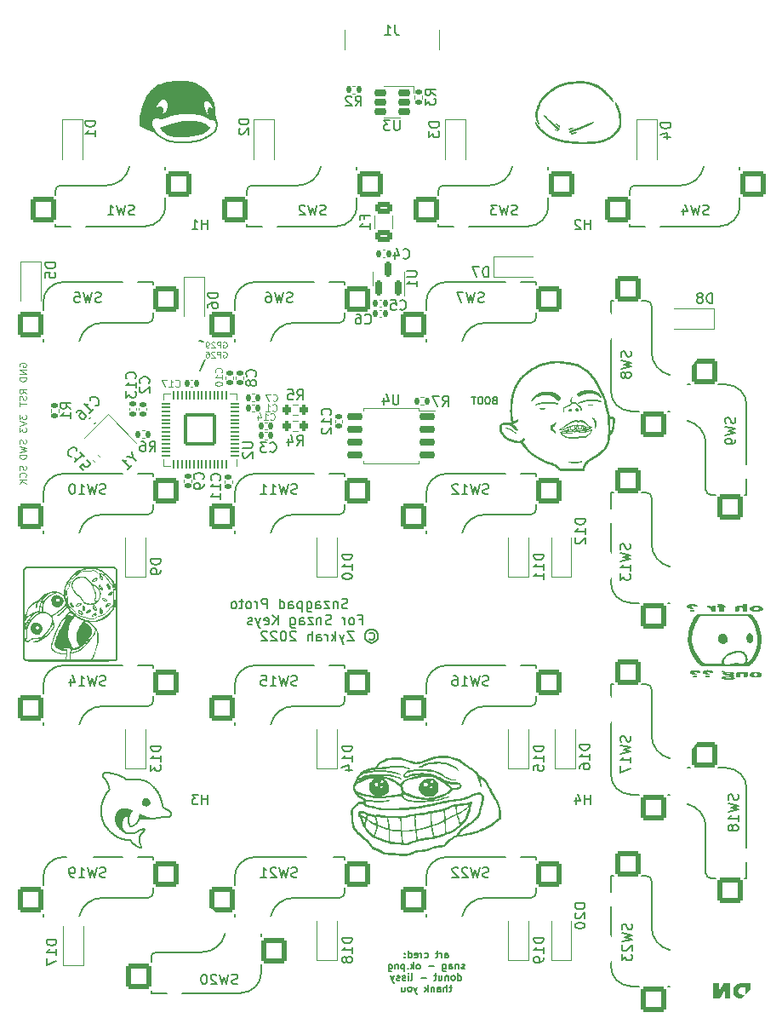
<source format=gbo>
%TF.GenerationSoftware,KiCad,Pcbnew,(6.0.6)*%
%TF.CreationDate,2022-08-23T00:03:29+10:00*%
%TF.ProjectId,snzagpad,736e7a61-6770-4616-942e-6b696361645f,rev?*%
%TF.SameCoordinates,Original*%
%TF.FileFunction,Legend,Bot*%
%TF.FilePolarity,Positive*%
%FSLAX46Y46*%
G04 Gerber Fmt 4.6, Leading zero omitted, Abs format (unit mm)*
G04 Created by KiCad (PCBNEW (6.0.6)) date 2022-08-23 00:03:29*
%MOMM*%
%LPD*%
G01*
G04 APERTURE LIST*
G04 Aperture macros list*
%AMRoundRect*
0 Rectangle with rounded corners*
0 $1 Rounding radius*
0 $2 $3 $4 $5 $6 $7 $8 $9 X,Y pos of 4 corners*
0 Add a 4 corners polygon primitive as box body*
4,1,4,$2,$3,$4,$5,$6,$7,$8,$9,$2,$3,0*
0 Add four circle primitives for the rounded corners*
1,1,$1+$1,$2,$3*
1,1,$1+$1,$4,$5*
1,1,$1+$1,$6,$7*
1,1,$1+$1,$8,$9*
0 Add four rect primitives between the rounded corners*
20,1,$1+$1,$2,$3,$4,$5,0*
20,1,$1+$1,$4,$5,$6,$7,0*
20,1,$1+$1,$6,$7,$8,$9,0*
20,1,$1+$1,$8,$9,$2,$3,0*%
%AMRotRect*
0 Rectangle, with rotation*
0 The origin of the aperture is its center*
0 $1 length*
0 $2 width*
0 $3 Rotation angle, in degrees counterclockwise*
0 Add horizontal line*
21,1,$1,$2,0,0,$3*%
G04 Aperture macros list end*
%ADD10C,0.150000*%
%ADD11C,0.120000*%
%ADD12C,0.200000*%
%ADD13C,0.100000*%
%ADD14C,3.048000*%
%ADD15C,3.987800*%
%ADD16R,1.700000X1.700000*%
%ADD17O,1.700000X1.700000*%
%ADD18R,0.850000X0.850000*%
%ADD19O,0.850000X0.850000*%
%ADD20R,1.200000X0.900000*%
%ADD21RoundRect,0.140000X-0.219203X-0.021213X-0.021213X-0.219203X0.219203X0.021213X0.021213X0.219203X0*%
%ADD22RoundRect,0.140000X-0.140000X-0.170000X0.140000X-0.170000X0.140000X0.170000X-0.140000X0.170000X0*%
%ADD23RoundRect,0.150000X0.475000X0.150000X-0.475000X0.150000X-0.475000X-0.150000X0.475000X-0.150000X0*%
%ADD24C,0.650000*%
%ADD25R,0.600000X1.450000*%
%ADD26R,0.300000X1.450000*%
%ADD27O,1.000000X2.100000*%
%ADD28O,1.000000X1.600000*%
%ADD29C,1.750000*%
%ADD30C,3.300000*%
%ADD31RoundRect,0.250000X-1.025000X-1.000000X1.025000X-1.000000X1.025000X1.000000X-1.025000X1.000000X0*%
%ADD32RoundRect,0.140000X-0.170000X0.140000X-0.170000X-0.140000X0.170000X-0.140000X0.170000X0.140000X0*%
%ADD33RoundRect,0.250000X1.000000X-1.025000X1.000000X1.025000X-1.000000X1.025000X-1.000000X-1.025000X0*%
%ADD34C,3.800000*%
%ADD35RoundRect,0.140000X0.140000X0.170000X-0.140000X0.170000X-0.140000X-0.170000X0.140000X-0.170000X0*%
%ADD36RoundRect,0.250000X1.025000X1.000000X-1.025000X1.000000X-1.025000X-1.000000X1.025000X-1.000000X0*%
%ADD37RoundRect,0.135000X-0.135000X-0.185000X0.135000X-0.185000X0.135000X0.185000X-0.135000X0.185000X0*%
%ADD38RotRect,1.400000X1.200000X315.000000*%
%ADD39RoundRect,0.250000X-1.000000X1.025000X-1.000000X-1.025000X1.000000X-1.025000X1.000000X1.025000X0*%
%ADD40RoundRect,0.140000X0.021213X-0.219203X0.219203X-0.021213X-0.021213X0.219203X-0.219203X0.021213X0*%
%ADD41RoundRect,0.150000X0.650000X0.150000X-0.650000X0.150000X-0.650000X-0.150000X0.650000X-0.150000X0*%
%ADD42RoundRect,0.200000X0.200000X0.275000X-0.200000X0.275000X-0.200000X-0.275000X0.200000X-0.275000X0*%
%ADD43R,0.900000X1.200000*%
%ADD44RoundRect,0.140000X0.170000X-0.140000X0.170000X0.140000X-0.170000X0.140000X-0.170000X-0.140000X0*%
%ADD45RoundRect,0.135000X-0.185000X0.135000X-0.185000X-0.135000X0.185000X-0.135000X0.185000X0.135000X0*%
%ADD46RoundRect,0.050000X0.050000X-0.387500X0.050000X0.387500X-0.050000X0.387500X-0.050000X-0.387500X0*%
%ADD47RoundRect,0.050000X0.387500X-0.050000X0.387500X0.050000X-0.387500X0.050000X-0.387500X-0.050000X0*%
%ADD48RoundRect,0.144000X1.456000X-1.456000X1.456000X1.456000X-1.456000X1.456000X-1.456000X-1.456000X0*%
%ADD49RoundRect,0.150000X0.150000X-0.587500X0.150000X0.587500X-0.150000X0.587500X-0.150000X-0.587500X0*%
%ADD50RoundRect,0.135000X0.185000X-0.135000X0.185000X0.135000X-0.185000X0.135000X-0.185000X-0.135000X0*%
%ADD51RoundRect,0.250000X-0.625000X0.375000X-0.625000X-0.375000X0.625000X-0.375000X0.625000X0.375000X0*%
G04 APERTURE END LIST*
D10*
X51958750Y-80152500D02*
X51518750Y-80052500D01*
X52108750Y-81902500D02*
X51558750Y-83042500D01*
D11*
X34272083Y-89882500D02*
X34305416Y-89982500D01*
X34305416Y-90149166D01*
X34272083Y-90215833D01*
X34238750Y-90249166D01*
X34172083Y-90282500D01*
X34105416Y-90282500D01*
X34038750Y-90249166D01*
X34005416Y-90215833D01*
X33972083Y-90149166D01*
X33938750Y-90015833D01*
X33905416Y-89949166D01*
X33872083Y-89915833D01*
X33805416Y-89882500D01*
X33738750Y-89882500D01*
X33672083Y-89915833D01*
X33638750Y-89949166D01*
X33605416Y-90015833D01*
X33605416Y-90182500D01*
X33638750Y-90282500D01*
X33605416Y-90515833D02*
X34305416Y-90682500D01*
X33805416Y-90815833D01*
X34305416Y-90949166D01*
X33605416Y-91115833D01*
X34305416Y-91382500D02*
X33605416Y-91382500D01*
X33605416Y-91549166D01*
X33638750Y-91649166D01*
X33705416Y-91715833D01*
X33772083Y-91749166D01*
X33905416Y-91782500D01*
X34005416Y-91782500D01*
X34138750Y-91749166D01*
X34205416Y-91715833D01*
X34272083Y-91649166D01*
X34305416Y-91549166D01*
X34305416Y-91382500D01*
D10*
X75942083Y-141358666D02*
X75942083Y-140992000D01*
X75975416Y-140925333D01*
X76042083Y-140892000D01*
X76175416Y-140892000D01*
X76242083Y-140925333D01*
X75942083Y-141325333D02*
X76008750Y-141358666D01*
X76175416Y-141358666D01*
X76242083Y-141325333D01*
X76275416Y-141258666D01*
X76275416Y-141192000D01*
X76242083Y-141125333D01*
X76175416Y-141092000D01*
X76008750Y-141092000D01*
X75942083Y-141058666D01*
X75608750Y-141358666D02*
X75608750Y-140892000D01*
X75608750Y-141025333D02*
X75575416Y-140958666D01*
X75542083Y-140925333D01*
X75475416Y-140892000D01*
X75408750Y-140892000D01*
X75275416Y-140892000D02*
X75008750Y-140892000D01*
X75175416Y-140658666D02*
X75175416Y-141258666D01*
X75142083Y-141325333D01*
X75075416Y-141358666D01*
X75008750Y-141358666D01*
X73942083Y-141325333D02*
X74008750Y-141358666D01*
X74142083Y-141358666D01*
X74208750Y-141325333D01*
X74242083Y-141292000D01*
X74275416Y-141225333D01*
X74275416Y-141025333D01*
X74242083Y-140958666D01*
X74208750Y-140925333D01*
X74142083Y-140892000D01*
X74008750Y-140892000D01*
X73942083Y-140925333D01*
X73642083Y-141358666D02*
X73642083Y-140892000D01*
X73642083Y-141025333D02*
X73608750Y-140958666D01*
X73575416Y-140925333D01*
X73508750Y-140892000D01*
X73442083Y-140892000D01*
X72942083Y-141325333D02*
X73008750Y-141358666D01*
X73142083Y-141358666D01*
X73208750Y-141325333D01*
X73242083Y-141258666D01*
X73242083Y-140992000D01*
X73208750Y-140925333D01*
X73142083Y-140892000D01*
X73008750Y-140892000D01*
X72942083Y-140925333D01*
X72908750Y-140992000D01*
X72908750Y-141058666D01*
X73242083Y-141125333D01*
X72308750Y-141358666D02*
X72308750Y-140658666D01*
X72308750Y-141325333D02*
X72375416Y-141358666D01*
X72508750Y-141358666D01*
X72575416Y-141325333D01*
X72608750Y-141292000D01*
X72642083Y-141225333D01*
X72642083Y-141025333D01*
X72608750Y-140958666D01*
X72575416Y-140925333D01*
X72508750Y-140892000D01*
X72375416Y-140892000D01*
X72308750Y-140925333D01*
X71975416Y-141292000D02*
X71942083Y-141325333D01*
X71975416Y-141358666D01*
X72008750Y-141325333D01*
X71975416Y-141292000D01*
X71975416Y-141358666D01*
X71975416Y-140925333D02*
X71942083Y-140958666D01*
X71975416Y-140992000D01*
X72008750Y-140958666D01*
X71975416Y-140925333D01*
X71975416Y-140992000D01*
X77892083Y-142452333D02*
X77825416Y-142485666D01*
X77692083Y-142485666D01*
X77625416Y-142452333D01*
X77592083Y-142385666D01*
X77592083Y-142352333D01*
X77625416Y-142285666D01*
X77692083Y-142252333D01*
X77792083Y-142252333D01*
X77858750Y-142219000D01*
X77892083Y-142152333D01*
X77892083Y-142119000D01*
X77858750Y-142052333D01*
X77792083Y-142019000D01*
X77692083Y-142019000D01*
X77625416Y-142052333D01*
X77292083Y-142019000D02*
X77292083Y-142485666D01*
X77292083Y-142085666D02*
X77258750Y-142052333D01*
X77192083Y-142019000D01*
X77092083Y-142019000D01*
X77025416Y-142052333D01*
X76992083Y-142119000D01*
X76992083Y-142485666D01*
X76358750Y-142485666D02*
X76358750Y-142119000D01*
X76392083Y-142052333D01*
X76458750Y-142019000D01*
X76592083Y-142019000D01*
X76658750Y-142052333D01*
X76358750Y-142452333D02*
X76425416Y-142485666D01*
X76592083Y-142485666D01*
X76658750Y-142452333D01*
X76692083Y-142385666D01*
X76692083Y-142319000D01*
X76658750Y-142252333D01*
X76592083Y-142219000D01*
X76425416Y-142219000D01*
X76358750Y-142185666D01*
X75725416Y-142019000D02*
X75725416Y-142585666D01*
X75758750Y-142652333D01*
X75792083Y-142685666D01*
X75858750Y-142719000D01*
X75958750Y-142719000D01*
X76025416Y-142685666D01*
X75725416Y-142452333D02*
X75792083Y-142485666D01*
X75925416Y-142485666D01*
X75992083Y-142452333D01*
X76025416Y-142419000D01*
X76058750Y-142352333D01*
X76058750Y-142152333D01*
X76025416Y-142085666D01*
X75992083Y-142052333D01*
X75925416Y-142019000D01*
X75792083Y-142019000D01*
X75725416Y-142052333D01*
X74858750Y-142219000D02*
X74325416Y-142219000D01*
X73358750Y-142485666D02*
X73425416Y-142452333D01*
X73458750Y-142419000D01*
X73492083Y-142352333D01*
X73492083Y-142152333D01*
X73458750Y-142085666D01*
X73425416Y-142052333D01*
X73358750Y-142019000D01*
X73258750Y-142019000D01*
X73192083Y-142052333D01*
X73158750Y-142085666D01*
X73125416Y-142152333D01*
X73125416Y-142352333D01*
X73158750Y-142419000D01*
X73192083Y-142452333D01*
X73258750Y-142485666D01*
X73358750Y-142485666D01*
X72825416Y-142485666D02*
X72825416Y-141785666D01*
X72758750Y-142219000D02*
X72558750Y-142485666D01*
X72558750Y-142019000D02*
X72825416Y-142285666D01*
X72258750Y-142419000D02*
X72225416Y-142452333D01*
X72258750Y-142485666D01*
X72292083Y-142452333D01*
X72258750Y-142419000D01*
X72258750Y-142485666D01*
X71925416Y-142019000D02*
X71925416Y-142719000D01*
X71925416Y-142052333D02*
X71858750Y-142019000D01*
X71725416Y-142019000D01*
X71658750Y-142052333D01*
X71625416Y-142085666D01*
X71592083Y-142152333D01*
X71592083Y-142352333D01*
X71625416Y-142419000D01*
X71658750Y-142452333D01*
X71725416Y-142485666D01*
X71858750Y-142485666D01*
X71925416Y-142452333D01*
X71292083Y-142019000D02*
X71292083Y-142485666D01*
X71292083Y-142085666D02*
X71258750Y-142052333D01*
X71192083Y-142019000D01*
X71092083Y-142019000D01*
X71025416Y-142052333D01*
X70992083Y-142119000D01*
X70992083Y-142485666D01*
X70358750Y-142019000D02*
X70358750Y-142585666D01*
X70392083Y-142652333D01*
X70425416Y-142685666D01*
X70492083Y-142719000D01*
X70592083Y-142719000D01*
X70658750Y-142685666D01*
X70358750Y-142452333D02*
X70425416Y-142485666D01*
X70558750Y-142485666D01*
X70625416Y-142452333D01*
X70658750Y-142419000D01*
X70692083Y-142352333D01*
X70692083Y-142152333D01*
X70658750Y-142085666D01*
X70625416Y-142052333D01*
X70558750Y-142019000D01*
X70425416Y-142019000D01*
X70358750Y-142052333D01*
X77258750Y-143612666D02*
X77258750Y-142912666D01*
X77258750Y-143579333D02*
X77325416Y-143612666D01*
X77458750Y-143612666D01*
X77525416Y-143579333D01*
X77558750Y-143546000D01*
X77592083Y-143479333D01*
X77592083Y-143279333D01*
X77558750Y-143212666D01*
X77525416Y-143179333D01*
X77458750Y-143146000D01*
X77325416Y-143146000D01*
X77258750Y-143179333D01*
X76825416Y-143612666D02*
X76892083Y-143579333D01*
X76925416Y-143546000D01*
X76958750Y-143479333D01*
X76958750Y-143279333D01*
X76925416Y-143212666D01*
X76892083Y-143179333D01*
X76825416Y-143146000D01*
X76725416Y-143146000D01*
X76658750Y-143179333D01*
X76625416Y-143212666D01*
X76592083Y-143279333D01*
X76592083Y-143479333D01*
X76625416Y-143546000D01*
X76658750Y-143579333D01*
X76725416Y-143612666D01*
X76825416Y-143612666D01*
X76292083Y-143146000D02*
X76292083Y-143612666D01*
X76292083Y-143212666D02*
X76258750Y-143179333D01*
X76192083Y-143146000D01*
X76092083Y-143146000D01*
X76025416Y-143179333D01*
X75992083Y-143246000D01*
X75992083Y-143612666D01*
X75358750Y-143146000D02*
X75358750Y-143612666D01*
X75658750Y-143146000D02*
X75658750Y-143512666D01*
X75625416Y-143579333D01*
X75558750Y-143612666D01*
X75458750Y-143612666D01*
X75392083Y-143579333D01*
X75358750Y-143546000D01*
X75125416Y-143146000D02*
X74858750Y-143146000D01*
X75025416Y-142912666D02*
X75025416Y-143512666D01*
X74992083Y-143579333D01*
X74925416Y-143612666D01*
X74858750Y-143612666D01*
X74092083Y-143346000D02*
X73558750Y-143346000D01*
X72592083Y-143612666D02*
X72658750Y-143579333D01*
X72692083Y-143512666D01*
X72692083Y-142912666D01*
X72325416Y-143612666D02*
X72325416Y-143146000D01*
X72325416Y-142912666D02*
X72358750Y-142946000D01*
X72325416Y-142979333D01*
X72292083Y-142946000D01*
X72325416Y-142912666D01*
X72325416Y-142979333D01*
X72025416Y-143579333D02*
X71958750Y-143612666D01*
X71825416Y-143612666D01*
X71758750Y-143579333D01*
X71725416Y-143512666D01*
X71725416Y-143479333D01*
X71758750Y-143412666D01*
X71825416Y-143379333D01*
X71925416Y-143379333D01*
X71992083Y-143346000D01*
X72025416Y-143279333D01*
X72025416Y-143246000D01*
X71992083Y-143179333D01*
X71925416Y-143146000D01*
X71825416Y-143146000D01*
X71758750Y-143179333D01*
X71458750Y-143579333D02*
X71392083Y-143612666D01*
X71258750Y-143612666D01*
X71192083Y-143579333D01*
X71158750Y-143512666D01*
X71158750Y-143479333D01*
X71192083Y-143412666D01*
X71258750Y-143379333D01*
X71358750Y-143379333D01*
X71425416Y-143346000D01*
X71458750Y-143279333D01*
X71458750Y-143246000D01*
X71425416Y-143179333D01*
X71358750Y-143146000D01*
X71258750Y-143146000D01*
X71192083Y-143179333D01*
X70925416Y-143146000D02*
X70758750Y-143612666D01*
X70592083Y-143146000D02*
X70758750Y-143612666D01*
X70825416Y-143779333D01*
X70858750Y-143812666D01*
X70925416Y-143846000D01*
X76642083Y-144273000D02*
X76375416Y-144273000D01*
X76542083Y-144039666D02*
X76542083Y-144639666D01*
X76508750Y-144706333D01*
X76442083Y-144739666D01*
X76375416Y-144739666D01*
X76142083Y-144739666D02*
X76142083Y-144039666D01*
X75842083Y-144739666D02*
X75842083Y-144373000D01*
X75875416Y-144306333D01*
X75942083Y-144273000D01*
X76042083Y-144273000D01*
X76108750Y-144306333D01*
X76142083Y-144339666D01*
X75208750Y-144739666D02*
X75208750Y-144373000D01*
X75242083Y-144306333D01*
X75308750Y-144273000D01*
X75442083Y-144273000D01*
X75508750Y-144306333D01*
X75208750Y-144706333D02*
X75275416Y-144739666D01*
X75442083Y-144739666D01*
X75508750Y-144706333D01*
X75542083Y-144639666D01*
X75542083Y-144573000D01*
X75508750Y-144506333D01*
X75442083Y-144473000D01*
X75275416Y-144473000D01*
X75208750Y-144439666D01*
X74875416Y-144273000D02*
X74875416Y-144739666D01*
X74875416Y-144339666D02*
X74842083Y-144306333D01*
X74775416Y-144273000D01*
X74675416Y-144273000D01*
X74608750Y-144306333D01*
X74575416Y-144373000D01*
X74575416Y-144739666D01*
X74242083Y-144739666D02*
X74242083Y-144039666D01*
X74175416Y-144473000D02*
X73975416Y-144739666D01*
X73975416Y-144273000D02*
X74242083Y-144539666D01*
X73208750Y-144273000D02*
X73042083Y-144739666D01*
X72875416Y-144273000D02*
X73042083Y-144739666D01*
X73108750Y-144906333D01*
X73142083Y-144939666D01*
X73208750Y-144973000D01*
X72508750Y-144739666D02*
X72575416Y-144706333D01*
X72608750Y-144673000D01*
X72642083Y-144606333D01*
X72642083Y-144406333D01*
X72608750Y-144339666D01*
X72575416Y-144306333D01*
X72508750Y-144273000D01*
X72408750Y-144273000D01*
X72342083Y-144306333D01*
X72308750Y-144339666D01*
X72275416Y-144406333D01*
X72275416Y-144606333D01*
X72308750Y-144673000D01*
X72342083Y-144706333D01*
X72408750Y-144739666D01*
X72508750Y-144739666D01*
X71675416Y-144273000D02*
X71675416Y-144739666D01*
X71975416Y-144273000D02*
X71975416Y-144639666D01*
X71942083Y-144706333D01*
X71875416Y-144739666D01*
X71775416Y-144739666D01*
X71708750Y-144706333D01*
X71675416Y-144673000D01*
D11*
X34272083Y-92482500D02*
X34305416Y-92582500D01*
X34305416Y-92749166D01*
X34272083Y-92815833D01*
X34238750Y-92849166D01*
X34172083Y-92882500D01*
X34105416Y-92882500D01*
X34038750Y-92849166D01*
X34005416Y-92815833D01*
X33972083Y-92749166D01*
X33938750Y-92615833D01*
X33905416Y-92549166D01*
X33872083Y-92515833D01*
X33805416Y-92482500D01*
X33738750Y-92482500D01*
X33672083Y-92515833D01*
X33638750Y-92549166D01*
X33605416Y-92615833D01*
X33605416Y-92782500D01*
X33638750Y-92882500D01*
X34238750Y-93582500D02*
X34272083Y-93549166D01*
X34305416Y-93449166D01*
X34305416Y-93382500D01*
X34272083Y-93282500D01*
X34205416Y-93215833D01*
X34138750Y-93182500D01*
X34005416Y-93149166D01*
X33905416Y-93149166D01*
X33772083Y-93182500D01*
X33705416Y-93215833D01*
X33638750Y-93282500D01*
X33605416Y-93382500D01*
X33605416Y-93449166D01*
X33638750Y-93549166D01*
X33672083Y-93582500D01*
X34305416Y-93882500D02*
X33605416Y-93882500D01*
X34305416Y-94282500D02*
X33905416Y-93982500D01*
X33605416Y-94282500D02*
X34005416Y-93882500D01*
D12*
X66270654Y-106617261D02*
X66127797Y-106664880D01*
X65889702Y-106664880D01*
X65794464Y-106617261D01*
X65746845Y-106569642D01*
X65699226Y-106474404D01*
X65699226Y-106379166D01*
X65746845Y-106283928D01*
X65794464Y-106236309D01*
X65889702Y-106188690D01*
X66080178Y-106141071D01*
X66175416Y-106093452D01*
X66223035Y-106045833D01*
X66270654Y-105950595D01*
X66270654Y-105855357D01*
X66223035Y-105760119D01*
X66175416Y-105712500D01*
X66080178Y-105664880D01*
X65842083Y-105664880D01*
X65699226Y-105712500D01*
X65270654Y-105998214D02*
X65270654Y-106664880D01*
X65270654Y-106093452D02*
X65223035Y-106045833D01*
X65127797Y-105998214D01*
X64984940Y-105998214D01*
X64889702Y-106045833D01*
X64842083Y-106141071D01*
X64842083Y-106664880D01*
X64461130Y-105998214D02*
X63937321Y-105998214D01*
X64461130Y-106664880D01*
X63937321Y-106664880D01*
X63127797Y-106664880D02*
X63127797Y-106141071D01*
X63175416Y-106045833D01*
X63270654Y-105998214D01*
X63461130Y-105998214D01*
X63556369Y-106045833D01*
X63127797Y-106617261D02*
X63223035Y-106664880D01*
X63461130Y-106664880D01*
X63556369Y-106617261D01*
X63603988Y-106522023D01*
X63603988Y-106426785D01*
X63556369Y-106331547D01*
X63461130Y-106283928D01*
X63223035Y-106283928D01*
X63127797Y-106236309D01*
X62223035Y-105998214D02*
X62223035Y-106807738D01*
X62270654Y-106902976D01*
X62318273Y-106950595D01*
X62413511Y-106998214D01*
X62556369Y-106998214D01*
X62651607Y-106950595D01*
X62223035Y-106617261D02*
X62318273Y-106664880D01*
X62508750Y-106664880D01*
X62603988Y-106617261D01*
X62651607Y-106569642D01*
X62699226Y-106474404D01*
X62699226Y-106188690D01*
X62651607Y-106093452D01*
X62603988Y-106045833D01*
X62508750Y-105998214D01*
X62318273Y-105998214D01*
X62223035Y-106045833D01*
X61746845Y-105998214D02*
X61746845Y-106998214D01*
X61746845Y-106045833D02*
X61651607Y-105998214D01*
X61461130Y-105998214D01*
X61365892Y-106045833D01*
X61318273Y-106093452D01*
X61270654Y-106188690D01*
X61270654Y-106474404D01*
X61318273Y-106569642D01*
X61365892Y-106617261D01*
X61461130Y-106664880D01*
X61651607Y-106664880D01*
X61746845Y-106617261D01*
X60413511Y-106664880D02*
X60413511Y-106141071D01*
X60461130Y-106045833D01*
X60556369Y-105998214D01*
X60746845Y-105998214D01*
X60842083Y-106045833D01*
X60413511Y-106617261D02*
X60508750Y-106664880D01*
X60746845Y-106664880D01*
X60842083Y-106617261D01*
X60889702Y-106522023D01*
X60889702Y-106426785D01*
X60842083Y-106331547D01*
X60746845Y-106283928D01*
X60508750Y-106283928D01*
X60413511Y-106236309D01*
X59508750Y-106664880D02*
X59508750Y-105664880D01*
X59508750Y-106617261D02*
X59603988Y-106664880D01*
X59794464Y-106664880D01*
X59889702Y-106617261D01*
X59937321Y-106569642D01*
X59984940Y-106474404D01*
X59984940Y-106188690D01*
X59937321Y-106093452D01*
X59889702Y-106045833D01*
X59794464Y-105998214D01*
X59603988Y-105998214D01*
X59508750Y-106045833D01*
X58270654Y-106664880D02*
X58270654Y-105664880D01*
X57889702Y-105664880D01*
X57794464Y-105712500D01*
X57746845Y-105760119D01*
X57699226Y-105855357D01*
X57699226Y-105998214D01*
X57746845Y-106093452D01*
X57794464Y-106141071D01*
X57889702Y-106188690D01*
X58270654Y-106188690D01*
X57270654Y-106664880D02*
X57270654Y-105998214D01*
X57270654Y-106188690D02*
X57223035Y-106093452D01*
X57175416Y-106045833D01*
X57080178Y-105998214D01*
X56984940Y-105998214D01*
X56508750Y-106664880D02*
X56603988Y-106617261D01*
X56651607Y-106569642D01*
X56699226Y-106474404D01*
X56699226Y-106188690D01*
X56651607Y-106093452D01*
X56603988Y-106045833D01*
X56508750Y-105998214D01*
X56365892Y-105998214D01*
X56270654Y-106045833D01*
X56223035Y-106093452D01*
X56175416Y-106188690D01*
X56175416Y-106474404D01*
X56223035Y-106569642D01*
X56270654Y-106617261D01*
X56365892Y-106664880D01*
X56508750Y-106664880D01*
X55889702Y-105998214D02*
X55508750Y-105998214D01*
X55746845Y-105664880D02*
X55746845Y-106522023D01*
X55699226Y-106617261D01*
X55603988Y-106664880D01*
X55508750Y-106664880D01*
X55032559Y-106664880D02*
X55127797Y-106617261D01*
X55175416Y-106569642D01*
X55223035Y-106474404D01*
X55223035Y-106188690D01*
X55175416Y-106093452D01*
X55127797Y-106045833D01*
X55032559Y-105998214D01*
X54889702Y-105998214D01*
X54794464Y-106045833D01*
X54746845Y-106093452D01*
X54699226Y-106188690D01*
X54699226Y-106474404D01*
X54746845Y-106569642D01*
X54794464Y-106617261D01*
X54889702Y-106664880D01*
X55032559Y-106664880D01*
X67413511Y-107751071D02*
X67746845Y-107751071D01*
X67746845Y-108274880D02*
X67746845Y-107274880D01*
X67270654Y-107274880D01*
X66746845Y-108274880D02*
X66842083Y-108227261D01*
X66889702Y-108179642D01*
X66937321Y-108084404D01*
X66937321Y-107798690D01*
X66889702Y-107703452D01*
X66842083Y-107655833D01*
X66746845Y-107608214D01*
X66603988Y-107608214D01*
X66508750Y-107655833D01*
X66461130Y-107703452D01*
X66413511Y-107798690D01*
X66413511Y-108084404D01*
X66461130Y-108179642D01*
X66508750Y-108227261D01*
X66603988Y-108274880D01*
X66746845Y-108274880D01*
X65984940Y-108274880D02*
X65984940Y-107608214D01*
X65984940Y-107798690D02*
X65937321Y-107703452D01*
X65889702Y-107655833D01*
X65794464Y-107608214D01*
X65699226Y-107608214D01*
X64651607Y-108227261D02*
X64508750Y-108274880D01*
X64270654Y-108274880D01*
X64175416Y-108227261D01*
X64127797Y-108179642D01*
X64080178Y-108084404D01*
X64080178Y-107989166D01*
X64127797Y-107893928D01*
X64175416Y-107846309D01*
X64270654Y-107798690D01*
X64461130Y-107751071D01*
X64556369Y-107703452D01*
X64603988Y-107655833D01*
X64651607Y-107560595D01*
X64651607Y-107465357D01*
X64603988Y-107370119D01*
X64556369Y-107322500D01*
X64461130Y-107274880D01*
X64223035Y-107274880D01*
X64080178Y-107322500D01*
X63651607Y-107608214D02*
X63651607Y-108274880D01*
X63651607Y-107703452D02*
X63603988Y-107655833D01*
X63508750Y-107608214D01*
X63365892Y-107608214D01*
X63270654Y-107655833D01*
X63223035Y-107751071D01*
X63223035Y-108274880D01*
X62842083Y-107608214D02*
X62318273Y-107608214D01*
X62842083Y-108274880D01*
X62318273Y-108274880D01*
X61508750Y-108274880D02*
X61508750Y-107751071D01*
X61556369Y-107655833D01*
X61651607Y-107608214D01*
X61842083Y-107608214D01*
X61937321Y-107655833D01*
X61508750Y-108227261D02*
X61603988Y-108274880D01*
X61842083Y-108274880D01*
X61937321Y-108227261D01*
X61984940Y-108132023D01*
X61984940Y-108036785D01*
X61937321Y-107941547D01*
X61842083Y-107893928D01*
X61603988Y-107893928D01*
X61508750Y-107846309D01*
X60603988Y-107608214D02*
X60603988Y-108417738D01*
X60651607Y-108512976D01*
X60699226Y-108560595D01*
X60794464Y-108608214D01*
X60937321Y-108608214D01*
X61032559Y-108560595D01*
X60603988Y-108227261D02*
X60699226Y-108274880D01*
X60889702Y-108274880D01*
X60984940Y-108227261D01*
X61032559Y-108179642D01*
X61080178Y-108084404D01*
X61080178Y-107798690D01*
X61032559Y-107703452D01*
X60984940Y-107655833D01*
X60889702Y-107608214D01*
X60699226Y-107608214D01*
X60603988Y-107655833D01*
X59365892Y-108274880D02*
X59365892Y-107274880D01*
X58794464Y-108274880D02*
X59223035Y-107703452D01*
X58794464Y-107274880D02*
X59365892Y-107846309D01*
X57984940Y-108227261D02*
X58080178Y-108274880D01*
X58270654Y-108274880D01*
X58365892Y-108227261D01*
X58413511Y-108132023D01*
X58413511Y-107751071D01*
X58365892Y-107655833D01*
X58270654Y-107608214D01*
X58080178Y-107608214D01*
X57984940Y-107655833D01*
X57937321Y-107751071D01*
X57937321Y-107846309D01*
X58413511Y-107941547D01*
X57603988Y-107608214D02*
X57365892Y-108274880D01*
X57127797Y-107608214D02*
X57365892Y-108274880D01*
X57461130Y-108512976D01*
X57508750Y-108560595D01*
X57603988Y-108608214D01*
X56794464Y-108227261D02*
X56699226Y-108274880D01*
X56508750Y-108274880D01*
X56413511Y-108227261D01*
X56365892Y-108132023D01*
X56365892Y-108084404D01*
X56413511Y-107989166D01*
X56508750Y-107941547D01*
X56651607Y-107941547D01*
X56746845Y-107893928D01*
X56794464Y-107798690D01*
X56794464Y-107751071D01*
X56746845Y-107655833D01*
X56651607Y-107608214D01*
X56508750Y-107608214D01*
X56413511Y-107655833D01*
X68461130Y-109122976D02*
X68556369Y-109075357D01*
X68746845Y-109075357D01*
X68842083Y-109122976D01*
X68937321Y-109218214D01*
X68984940Y-109313452D01*
X68984940Y-109503928D01*
X68937321Y-109599166D01*
X68842083Y-109694404D01*
X68746845Y-109742023D01*
X68556369Y-109742023D01*
X68461130Y-109694404D01*
X68651607Y-108742023D02*
X68889702Y-108789642D01*
X69127797Y-108932500D01*
X69270654Y-109170595D01*
X69318273Y-109408690D01*
X69270654Y-109646785D01*
X69127797Y-109884880D01*
X68889702Y-110027738D01*
X68651607Y-110075357D01*
X68413511Y-110027738D01*
X68175416Y-109884880D01*
X68032559Y-109646785D01*
X67984940Y-109408690D01*
X68032559Y-109170595D01*
X68175416Y-108932500D01*
X68413511Y-108789642D01*
X68651607Y-108742023D01*
X66889702Y-108884880D02*
X66223035Y-108884880D01*
X66889702Y-109884880D01*
X66223035Y-109884880D01*
X65937321Y-109218214D02*
X65699226Y-109884880D01*
X65461130Y-109218214D02*
X65699226Y-109884880D01*
X65794464Y-110122976D01*
X65842083Y-110170595D01*
X65937321Y-110218214D01*
X65080178Y-109884880D02*
X65080178Y-108884880D01*
X64984940Y-109503928D02*
X64699226Y-109884880D01*
X64699226Y-109218214D02*
X65080178Y-109599166D01*
X64270654Y-109884880D02*
X64270654Y-109218214D01*
X64270654Y-109408690D02*
X64223035Y-109313452D01*
X64175416Y-109265833D01*
X64080178Y-109218214D01*
X63984940Y-109218214D01*
X63223035Y-109884880D02*
X63223035Y-109361071D01*
X63270654Y-109265833D01*
X63365892Y-109218214D01*
X63556369Y-109218214D01*
X63651607Y-109265833D01*
X63223035Y-109837261D02*
X63318273Y-109884880D01*
X63556369Y-109884880D01*
X63651607Y-109837261D01*
X63699226Y-109742023D01*
X63699226Y-109646785D01*
X63651607Y-109551547D01*
X63556369Y-109503928D01*
X63318273Y-109503928D01*
X63223035Y-109456309D01*
X62746845Y-109884880D02*
X62746845Y-108884880D01*
X62318273Y-109884880D02*
X62318273Y-109361071D01*
X62365892Y-109265833D01*
X62461130Y-109218214D01*
X62603988Y-109218214D01*
X62699226Y-109265833D01*
X62746845Y-109313452D01*
X61127797Y-108980119D02*
X61080178Y-108932500D01*
X60984940Y-108884880D01*
X60746845Y-108884880D01*
X60651607Y-108932500D01*
X60603988Y-108980119D01*
X60556369Y-109075357D01*
X60556369Y-109170595D01*
X60603988Y-109313452D01*
X61175416Y-109884880D01*
X60556369Y-109884880D01*
X59937321Y-108884880D02*
X59842083Y-108884880D01*
X59746845Y-108932500D01*
X59699226Y-108980119D01*
X59651607Y-109075357D01*
X59603988Y-109265833D01*
X59603988Y-109503928D01*
X59651607Y-109694404D01*
X59699226Y-109789642D01*
X59746845Y-109837261D01*
X59842083Y-109884880D01*
X59937321Y-109884880D01*
X60032559Y-109837261D01*
X60080178Y-109789642D01*
X60127797Y-109694404D01*
X60175416Y-109503928D01*
X60175416Y-109265833D01*
X60127797Y-109075357D01*
X60080178Y-108980119D01*
X60032559Y-108932500D01*
X59937321Y-108884880D01*
X59223035Y-108980119D02*
X59175416Y-108932500D01*
X59080178Y-108884880D01*
X58842083Y-108884880D01*
X58746845Y-108932500D01*
X58699226Y-108980119D01*
X58651607Y-109075357D01*
X58651607Y-109170595D01*
X58699226Y-109313452D01*
X59270654Y-109884880D01*
X58651607Y-109884880D01*
X58270654Y-108980119D02*
X58223035Y-108932500D01*
X58127797Y-108884880D01*
X57889702Y-108884880D01*
X57794464Y-108932500D01*
X57746845Y-108980119D01*
X57699226Y-109075357D01*
X57699226Y-109170595D01*
X57746845Y-109313452D01*
X58318273Y-109884880D01*
X57699226Y-109884880D01*
D11*
X33638750Y-82629166D02*
X33605416Y-82562500D01*
X33605416Y-82462500D01*
X33638750Y-82362500D01*
X33705416Y-82295833D01*
X33772083Y-82262500D01*
X33905416Y-82229166D01*
X34005416Y-82229166D01*
X34138750Y-82262500D01*
X34205416Y-82295833D01*
X34272083Y-82362500D01*
X34305416Y-82462500D01*
X34305416Y-82529166D01*
X34272083Y-82629166D01*
X34238750Y-82662500D01*
X34005416Y-82662500D01*
X34005416Y-82529166D01*
X34305416Y-82962500D02*
X33605416Y-82962500D01*
X34305416Y-83362500D01*
X33605416Y-83362500D01*
X34305416Y-83695833D02*
X33605416Y-83695833D01*
X33605416Y-83862500D01*
X33638750Y-83962500D01*
X33705416Y-84029166D01*
X33772083Y-84062500D01*
X33905416Y-84095833D01*
X34005416Y-84095833D01*
X34138750Y-84062500D01*
X34205416Y-84029166D01*
X34272083Y-83962500D01*
X34305416Y-83862500D01*
X34305416Y-83695833D01*
X33605416Y-87415833D02*
X33605416Y-87849166D01*
X33872083Y-87615833D01*
X33872083Y-87715833D01*
X33905416Y-87782500D01*
X33938750Y-87815833D01*
X34005416Y-87849166D01*
X34172083Y-87849166D01*
X34238750Y-87815833D01*
X34272083Y-87782500D01*
X34305416Y-87715833D01*
X34305416Y-87515833D01*
X34272083Y-87449166D01*
X34238750Y-87415833D01*
X33605416Y-88049166D02*
X34305416Y-88282500D01*
X33605416Y-88515833D01*
X33605416Y-88682500D02*
X33605416Y-89115833D01*
X33872083Y-88882500D01*
X33872083Y-88982500D01*
X33905416Y-89049166D01*
X33938750Y-89082500D01*
X34005416Y-89115833D01*
X34172083Y-89115833D01*
X34238750Y-89082500D01*
X34272083Y-89049166D01*
X34305416Y-88982500D01*
X34305416Y-88782500D01*
X34272083Y-88715833D01*
X34238750Y-88682500D01*
D10*
X80868750Y-85952500D02*
X80768750Y-85985833D01*
X80735416Y-86019166D01*
X80702083Y-86085833D01*
X80702083Y-86185833D01*
X80735416Y-86252500D01*
X80768750Y-86285833D01*
X80835416Y-86319166D01*
X81102083Y-86319166D01*
X81102083Y-85619166D01*
X80868750Y-85619166D01*
X80802083Y-85652500D01*
X80768750Y-85685833D01*
X80735416Y-85752500D01*
X80735416Y-85819166D01*
X80768750Y-85885833D01*
X80802083Y-85919166D01*
X80868750Y-85952500D01*
X81102083Y-85952500D01*
X80268750Y-85619166D02*
X80135416Y-85619166D01*
X80068750Y-85652500D01*
X80002083Y-85719166D01*
X79968750Y-85852500D01*
X79968750Y-86085833D01*
X80002083Y-86219166D01*
X80068750Y-86285833D01*
X80135416Y-86319166D01*
X80268750Y-86319166D01*
X80335416Y-86285833D01*
X80402083Y-86219166D01*
X80435416Y-86085833D01*
X80435416Y-85852500D01*
X80402083Y-85719166D01*
X80335416Y-85652500D01*
X80268750Y-85619166D01*
X79535416Y-85619166D02*
X79402083Y-85619166D01*
X79335416Y-85652500D01*
X79268750Y-85719166D01*
X79235416Y-85852500D01*
X79235416Y-86085833D01*
X79268750Y-86219166D01*
X79335416Y-86285833D01*
X79402083Y-86319166D01*
X79535416Y-86319166D01*
X79602083Y-86285833D01*
X79668750Y-86219166D01*
X79702083Y-86085833D01*
X79702083Y-85852500D01*
X79668750Y-85719166D01*
X79602083Y-85652500D01*
X79535416Y-85619166D01*
X79035416Y-85619166D02*
X78635416Y-85619166D01*
X78835416Y-86319166D02*
X78835416Y-85619166D01*
D11*
X53913035Y-80189500D02*
X53970178Y-80160928D01*
X54055892Y-80160928D01*
X54141607Y-80189500D01*
X54198750Y-80246642D01*
X54227321Y-80303785D01*
X54255892Y-80418071D01*
X54255892Y-80503785D01*
X54227321Y-80618071D01*
X54198750Y-80675214D01*
X54141607Y-80732357D01*
X54055892Y-80760928D01*
X53998750Y-80760928D01*
X53913035Y-80732357D01*
X53884464Y-80703785D01*
X53884464Y-80503785D01*
X53998750Y-80503785D01*
X53627321Y-80760928D02*
X53627321Y-80160928D01*
X53398750Y-80160928D01*
X53341607Y-80189500D01*
X53313035Y-80218071D01*
X53284464Y-80275214D01*
X53284464Y-80360928D01*
X53313035Y-80418071D01*
X53341607Y-80446642D01*
X53398750Y-80475214D01*
X53627321Y-80475214D01*
X53055892Y-80218071D02*
X53027321Y-80189500D01*
X52970178Y-80160928D01*
X52827321Y-80160928D01*
X52770178Y-80189500D01*
X52741607Y-80218071D01*
X52713035Y-80275214D01*
X52713035Y-80332357D01*
X52741607Y-80418071D01*
X53084464Y-80760928D01*
X52713035Y-80760928D01*
X52427321Y-80760928D02*
X52313035Y-80760928D01*
X52255892Y-80732357D01*
X52227321Y-80703785D01*
X52170178Y-80618071D01*
X52141607Y-80503785D01*
X52141607Y-80275214D01*
X52170178Y-80218071D01*
X52198750Y-80189500D01*
X52255892Y-80160928D01*
X52370178Y-80160928D01*
X52427321Y-80189500D01*
X52455892Y-80218071D01*
X52484464Y-80275214D01*
X52484464Y-80418071D01*
X52455892Y-80475214D01*
X52427321Y-80503785D01*
X52370178Y-80532357D01*
X52255892Y-80532357D01*
X52198750Y-80503785D01*
X52170178Y-80475214D01*
X52141607Y-80418071D01*
X53913035Y-81155500D02*
X53970178Y-81126928D01*
X54055892Y-81126928D01*
X54141607Y-81155500D01*
X54198750Y-81212642D01*
X54227321Y-81269785D01*
X54255892Y-81384071D01*
X54255892Y-81469785D01*
X54227321Y-81584071D01*
X54198750Y-81641214D01*
X54141607Y-81698357D01*
X54055892Y-81726928D01*
X53998750Y-81726928D01*
X53913035Y-81698357D01*
X53884464Y-81669785D01*
X53884464Y-81469785D01*
X53998750Y-81469785D01*
X53627321Y-81726928D02*
X53627321Y-81126928D01*
X53398750Y-81126928D01*
X53341607Y-81155500D01*
X53313035Y-81184071D01*
X53284464Y-81241214D01*
X53284464Y-81326928D01*
X53313035Y-81384071D01*
X53341607Y-81412642D01*
X53398750Y-81441214D01*
X53627321Y-81441214D01*
X53055892Y-81184071D02*
X53027321Y-81155500D01*
X52970178Y-81126928D01*
X52827321Y-81126928D01*
X52770178Y-81155500D01*
X52741607Y-81184071D01*
X52713035Y-81241214D01*
X52713035Y-81298357D01*
X52741607Y-81384071D01*
X53084464Y-81726928D01*
X52713035Y-81726928D01*
X52198750Y-81126928D02*
X52313035Y-81126928D01*
X52370178Y-81155500D01*
X52398750Y-81184071D01*
X52455892Y-81269785D01*
X52484464Y-81384071D01*
X52484464Y-81612642D01*
X52455892Y-81669785D01*
X52427321Y-81698357D01*
X52370178Y-81726928D01*
X52255892Y-81726928D01*
X52198750Y-81698357D01*
X52170178Y-81669785D01*
X52141607Y-81612642D01*
X52141607Y-81469785D01*
X52170178Y-81412642D01*
X52198750Y-81384071D01*
X52255892Y-81355500D01*
X52370178Y-81355500D01*
X52427321Y-81384071D01*
X52455892Y-81412642D01*
X52484464Y-81469785D01*
X34305416Y-85289166D02*
X33972083Y-85055833D01*
X34305416Y-84889166D02*
X33605416Y-84889166D01*
X33605416Y-85155833D01*
X33638750Y-85222500D01*
X33672083Y-85255833D01*
X33738750Y-85289166D01*
X33838750Y-85289166D01*
X33905416Y-85255833D01*
X33938750Y-85222500D01*
X33972083Y-85155833D01*
X33972083Y-84889166D01*
X34272083Y-85555833D02*
X34305416Y-85655833D01*
X34305416Y-85822500D01*
X34272083Y-85889166D01*
X34238750Y-85922500D01*
X34172083Y-85955833D01*
X34105416Y-85955833D01*
X34038750Y-85922500D01*
X34005416Y-85889166D01*
X33972083Y-85822500D01*
X33938750Y-85689166D01*
X33905416Y-85622500D01*
X33872083Y-85589166D01*
X33805416Y-85555833D01*
X33738750Y-85555833D01*
X33672083Y-85589166D01*
X33638750Y-85622500D01*
X33605416Y-85689166D01*
X33605416Y-85855833D01*
X33638750Y-85955833D01*
X33605416Y-86155833D02*
X33605416Y-86555833D01*
X34305416Y-86355833D02*
X33605416Y-86355833D01*
D10*
X47681130Y-120318214D02*
X46681130Y-120318214D01*
X46681130Y-120556309D01*
X46728750Y-120699166D01*
X46823988Y-120794404D01*
X46919226Y-120842023D01*
X47109702Y-120889642D01*
X47252559Y-120889642D01*
X47443035Y-120842023D01*
X47538273Y-120794404D01*
X47633511Y-120699166D01*
X47681130Y-120556309D01*
X47681130Y-120318214D01*
X47681130Y-121842023D02*
X47681130Y-121270595D01*
X47681130Y-121556309D02*
X46681130Y-121556309D01*
X46823988Y-121461071D01*
X46919226Y-121365833D01*
X46966845Y-121270595D01*
X46681130Y-122175357D02*
X46681130Y-122794404D01*
X47062083Y-122461071D01*
X47062083Y-122603928D01*
X47109702Y-122699166D01*
X47157321Y-122746785D01*
X47252559Y-122794404D01*
X47490654Y-122794404D01*
X47585892Y-122746785D01*
X47633511Y-122699166D01*
X47681130Y-122603928D01*
X47681130Y-122318214D01*
X47633511Y-122222976D01*
X47585892Y-122175357D01*
X39341719Y-90980393D02*
X39341719Y-90913049D01*
X39274375Y-90778362D01*
X39207032Y-90711019D01*
X39072345Y-90643675D01*
X38937658Y-90643675D01*
X38836643Y-90677347D01*
X38668284Y-90778362D01*
X38567269Y-90879377D01*
X38466253Y-91047736D01*
X38432582Y-91148751D01*
X38432582Y-91283438D01*
X38499925Y-91418125D01*
X38567269Y-91485469D01*
X38701956Y-91552812D01*
X38769299Y-91552812D01*
X40082498Y-91586484D02*
X39678437Y-91182423D01*
X39880467Y-91384454D02*
X39173360Y-92091561D01*
X39207032Y-91923202D01*
X39207032Y-91788515D01*
X39173360Y-91687500D01*
X40015154Y-92933354D02*
X39678437Y-92596637D01*
X39981482Y-92226248D01*
X39981482Y-92293591D01*
X40015154Y-92394606D01*
X40183513Y-92562965D01*
X40284528Y-92596637D01*
X40351872Y-92596637D01*
X40452887Y-92562965D01*
X40621246Y-92394606D01*
X40654917Y-92293591D01*
X40654917Y-92226248D01*
X40621246Y-92125232D01*
X40452887Y-91956874D01*
X40351872Y-91923202D01*
X40284528Y-91923202D01*
D13*
X58796666Y-86990000D02*
X58830000Y-87023333D01*
X58930000Y-87056666D01*
X58996666Y-87056666D01*
X59096666Y-87023333D01*
X59163333Y-86956666D01*
X59196666Y-86890000D01*
X59230000Y-86756666D01*
X59230000Y-86656666D01*
X59196666Y-86523333D01*
X59163333Y-86456666D01*
X59096666Y-86390000D01*
X58996666Y-86356666D01*
X58930000Y-86356666D01*
X58830000Y-86390000D01*
X58796666Y-86423333D01*
X58130000Y-87056666D02*
X58530000Y-87056666D01*
X58330000Y-87056666D02*
X58330000Y-86356666D01*
X58396666Y-86456666D01*
X58463333Y-86523333D01*
X58530000Y-86556666D01*
D10*
X71460654Y-58131130D02*
X71460654Y-58940654D01*
X71413035Y-59035892D01*
X71365416Y-59083511D01*
X71270178Y-59131130D01*
X71079702Y-59131130D01*
X70984464Y-59083511D01*
X70936845Y-59035892D01*
X70889226Y-58940654D01*
X70889226Y-58131130D01*
X70508273Y-58131130D02*
X69889226Y-58131130D01*
X70222559Y-58512083D01*
X70079702Y-58512083D01*
X69984464Y-58559702D01*
X69936845Y-58607321D01*
X69889226Y-58702559D01*
X69889226Y-58940654D01*
X69936845Y-59035892D01*
X69984464Y-59083511D01*
X70079702Y-59131130D01*
X70365416Y-59131130D01*
X70460654Y-59083511D01*
X70508273Y-59035892D01*
X70977083Y-48661130D02*
X70977083Y-49375416D01*
X71024702Y-49518273D01*
X71119940Y-49613511D01*
X71262797Y-49661130D01*
X71358035Y-49661130D01*
X69977083Y-49661130D02*
X70548511Y-49661130D01*
X70262797Y-49661130D02*
X70262797Y-48661130D01*
X70358035Y-48803988D01*
X70453273Y-48899226D01*
X70548511Y-48946845D01*
X56446130Y-58006904D02*
X55446130Y-58006904D01*
X55446130Y-58245000D01*
X55493750Y-58387857D01*
X55588988Y-58483095D01*
X55684226Y-58530714D01*
X55874702Y-58578333D01*
X56017559Y-58578333D01*
X56208035Y-58530714D01*
X56303273Y-58483095D01*
X56398511Y-58387857D01*
X56446130Y-58245000D01*
X56446130Y-58006904D01*
X55541369Y-58959285D02*
X55493750Y-59006904D01*
X55446130Y-59102142D01*
X55446130Y-59340238D01*
X55493750Y-59435476D01*
X55541369Y-59483095D01*
X55636607Y-59530714D01*
X55731845Y-59530714D01*
X55874702Y-59483095D01*
X56446130Y-58911666D01*
X56446130Y-59530714D01*
X83172083Y-67507261D02*
X83029226Y-67554880D01*
X82791130Y-67554880D01*
X82695892Y-67507261D01*
X82648273Y-67459642D01*
X82600654Y-67364404D01*
X82600654Y-67269166D01*
X82648273Y-67173928D01*
X82695892Y-67126309D01*
X82791130Y-67078690D01*
X82981607Y-67031071D01*
X83076845Y-66983452D01*
X83124464Y-66935833D01*
X83172083Y-66840595D01*
X83172083Y-66745357D01*
X83124464Y-66650119D01*
X83076845Y-66602500D01*
X82981607Y-66554880D01*
X82743511Y-66554880D01*
X82600654Y-66602500D01*
X82267321Y-66554880D02*
X82029226Y-67554880D01*
X81838750Y-66840595D01*
X81648273Y-67554880D01*
X81410178Y-66554880D01*
X81124464Y-66554880D02*
X80505416Y-66554880D01*
X80838750Y-66935833D01*
X80695892Y-66935833D01*
X80600654Y-66983452D01*
X80553035Y-67031071D01*
X80505416Y-67126309D01*
X80505416Y-67364404D01*
X80553035Y-67459642D01*
X80600654Y-67507261D01*
X80695892Y-67554880D01*
X80981607Y-67554880D01*
X81076845Y-67507261D01*
X81124464Y-67459642D01*
X64568392Y-87409642D02*
X64616011Y-87362023D01*
X64663630Y-87219166D01*
X64663630Y-87123928D01*
X64616011Y-86981071D01*
X64520773Y-86885833D01*
X64425535Y-86838214D01*
X64235059Y-86790595D01*
X64092202Y-86790595D01*
X63901726Y-86838214D01*
X63806488Y-86885833D01*
X63711250Y-86981071D01*
X63663630Y-87123928D01*
X63663630Y-87219166D01*
X63711250Y-87362023D01*
X63758869Y-87409642D01*
X64663630Y-88362023D02*
X64663630Y-87790595D01*
X64663630Y-88076309D02*
X63663630Y-88076309D01*
X63806488Y-87981071D01*
X63901726Y-87885833D01*
X63949345Y-87790595D01*
X63758869Y-88742976D02*
X63711250Y-88790595D01*
X63663630Y-88885833D01*
X63663630Y-89123928D01*
X63711250Y-89219166D01*
X63758869Y-89266785D01*
X63854107Y-89314404D01*
X63949345Y-89314404D01*
X64092202Y-89266785D01*
X64663630Y-88695357D01*
X64663630Y-89314404D01*
D13*
X58836666Y-85980000D02*
X58870000Y-86013333D01*
X58970000Y-86046666D01*
X59036666Y-86046666D01*
X59136666Y-86013333D01*
X59203333Y-85946666D01*
X59236666Y-85880000D01*
X59270000Y-85746666D01*
X59270000Y-85646666D01*
X59236666Y-85513333D01*
X59203333Y-85446666D01*
X59136666Y-85380000D01*
X59036666Y-85346666D01*
X58970000Y-85346666D01*
X58870000Y-85380000D01*
X58836666Y-85413333D01*
X58603333Y-85346666D02*
X58136666Y-85346666D01*
X58436666Y-86046666D01*
D10*
X105093511Y-125132976D02*
X105141130Y-125275833D01*
X105141130Y-125513928D01*
X105093511Y-125609166D01*
X105045892Y-125656785D01*
X104950654Y-125704404D01*
X104855416Y-125704404D01*
X104760178Y-125656785D01*
X104712559Y-125609166D01*
X104664940Y-125513928D01*
X104617321Y-125323452D01*
X104569702Y-125228214D01*
X104522083Y-125180595D01*
X104426845Y-125132976D01*
X104331607Y-125132976D01*
X104236369Y-125180595D01*
X104188750Y-125228214D01*
X104141130Y-125323452D01*
X104141130Y-125561547D01*
X104188750Y-125704404D01*
X104141130Y-126037738D02*
X105141130Y-126275833D01*
X104426845Y-126466309D01*
X105141130Y-126656785D01*
X104141130Y-126894880D01*
X105141130Y-127799642D02*
X105141130Y-127228214D01*
X105141130Y-127513928D02*
X104141130Y-127513928D01*
X104283988Y-127418690D01*
X104379226Y-127323452D01*
X104426845Y-127228214D01*
X104569702Y-128371071D02*
X104522083Y-128275833D01*
X104474464Y-128228214D01*
X104379226Y-128180595D01*
X104331607Y-128180595D01*
X104236369Y-128228214D01*
X104188750Y-128275833D01*
X104141130Y-128371071D01*
X104141130Y-128561547D01*
X104188750Y-128656785D01*
X104236369Y-128704404D01*
X104331607Y-128752023D01*
X104379226Y-128752023D01*
X104474464Y-128704404D01*
X104522083Y-128656785D01*
X104569702Y-128561547D01*
X104569702Y-128371071D01*
X104617321Y-128275833D01*
X104664940Y-128228214D01*
X104760178Y-128180595D01*
X104950654Y-128180595D01*
X105045892Y-128228214D01*
X105093511Y-128275833D01*
X105141130Y-128371071D01*
X105141130Y-128561547D01*
X105093511Y-128656785D01*
X105045892Y-128704404D01*
X104950654Y-128752023D01*
X104760178Y-128752023D01*
X104664940Y-128704404D01*
X104617321Y-128656785D01*
X104569702Y-128561547D01*
X90455654Y-68989880D02*
X90455654Y-67989880D01*
X90455654Y-68466071D02*
X89884226Y-68466071D01*
X89884226Y-68989880D02*
X89884226Y-67989880D01*
X89455654Y-68085119D02*
X89408035Y-68037500D01*
X89312797Y-67989880D01*
X89074702Y-67989880D01*
X88979464Y-68037500D01*
X88931845Y-68085119D01*
X88884226Y-68180357D01*
X88884226Y-68275595D01*
X88931845Y-68418452D01*
X89503273Y-68989880D01*
X88884226Y-68989880D01*
X98424880Y-58399404D02*
X97424880Y-58399404D01*
X97424880Y-58637500D01*
X97472500Y-58780357D01*
X97567738Y-58875595D01*
X97662976Y-58923214D01*
X97853452Y-58970833D01*
X97996309Y-58970833D01*
X98186785Y-58923214D01*
X98282023Y-58875595D01*
X98377261Y-58780357D01*
X98424880Y-58637500D01*
X98424880Y-58399404D01*
X97758214Y-59827976D02*
X98424880Y-59827976D01*
X97377261Y-59589880D02*
X98091547Y-59351785D01*
X98091547Y-59970833D01*
X71486666Y-76887142D02*
X71534285Y-76934761D01*
X71677142Y-76982380D01*
X71772380Y-76982380D01*
X71915238Y-76934761D01*
X72010476Y-76839523D01*
X72058095Y-76744285D01*
X72105714Y-76553809D01*
X72105714Y-76410952D01*
X72058095Y-76220476D01*
X72010476Y-76125238D01*
X71915238Y-76030000D01*
X71772380Y-75982380D01*
X71677142Y-75982380D01*
X71534285Y-76030000D01*
X71486666Y-76077619D01*
X70581904Y-75982380D02*
X71058095Y-75982380D01*
X71105714Y-76458571D01*
X71058095Y-76410952D01*
X70962857Y-76363333D01*
X70724761Y-76363333D01*
X70629523Y-76410952D01*
X70581904Y-76458571D01*
X70534285Y-76553809D01*
X70534285Y-76791904D01*
X70581904Y-76887142D01*
X70629523Y-76934761D01*
X70724761Y-76982380D01*
X70962857Y-76982380D01*
X71058095Y-76934761D01*
X71105714Y-76887142D01*
X42208273Y-133327261D02*
X42065416Y-133374880D01*
X41827321Y-133374880D01*
X41732083Y-133327261D01*
X41684464Y-133279642D01*
X41636845Y-133184404D01*
X41636845Y-133089166D01*
X41684464Y-132993928D01*
X41732083Y-132946309D01*
X41827321Y-132898690D01*
X42017797Y-132851071D01*
X42113035Y-132803452D01*
X42160654Y-132755833D01*
X42208273Y-132660595D01*
X42208273Y-132565357D01*
X42160654Y-132470119D01*
X42113035Y-132422500D01*
X42017797Y-132374880D01*
X41779702Y-132374880D01*
X41636845Y-132422500D01*
X41303511Y-132374880D02*
X41065416Y-133374880D01*
X40874940Y-132660595D01*
X40684464Y-133374880D01*
X40446369Y-132374880D01*
X39541607Y-133374880D02*
X40113035Y-133374880D01*
X39827321Y-133374880D02*
X39827321Y-132374880D01*
X39922559Y-132517738D01*
X40017797Y-132612976D01*
X40113035Y-132660595D01*
X39065416Y-133374880D02*
X38874940Y-133374880D01*
X38779702Y-133327261D01*
X38732083Y-133279642D01*
X38636845Y-133136785D01*
X38589226Y-132946309D01*
X38589226Y-132565357D01*
X38636845Y-132470119D01*
X38684464Y-132422500D01*
X38779702Y-132374880D01*
X38970178Y-132374880D01*
X39065416Y-132422500D01*
X39113035Y-132470119D01*
X39160654Y-132565357D01*
X39160654Y-132803452D01*
X39113035Y-132898690D01*
X39065416Y-132946309D01*
X38970178Y-132993928D01*
X38779702Y-132993928D01*
X38684464Y-132946309D01*
X38636845Y-132898690D01*
X38589226Y-132803452D01*
X66731130Y-120318214D02*
X65731130Y-120318214D01*
X65731130Y-120556309D01*
X65778750Y-120699166D01*
X65873988Y-120794404D01*
X65969226Y-120842023D01*
X66159702Y-120889642D01*
X66302559Y-120889642D01*
X66493035Y-120842023D01*
X66588273Y-120794404D01*
X66683511Y-120699166D01*
X66731130Y-120556309D01*
X66731130Y-120318214D01*
X66731130Y-121842023D02*
X66731130Y-121270595D01*
X66731130Y-121556309D02*
X65731130Y-121556309D01*
X65873988Y-121461071D01*
X65969226Y-121365833D01*
X66016845Y-121270595D01*
X66064464Y-122699166D02*
X66731130Y-122699166D01*
X65683511Y-122461071D02*
X66397797Y-122222976D01*
X66397797Y-122842023D01*
X67046666Y-56711130D02*
X67380000Y-56234940D01*
X67618095Y-56711130D02*
X67618095Y-55711130D01*
X67237142Y-55711130D01*
X67141904Y-55758750D01*
X67094285Y-55806369D01*
X67046666Y-55901607D01*
X67046666Y-56044464D01*
X67094285Y-56139702D01*
X67141904Y-56187321D01*
X67237142Y-56234940D01*
X67618095Y-56234940D01*
X66665714Y-55806369D02*
X66618095Y-55758750D01*
X66522857Y-55711130D01*
X66284761Y-55711130D01*
X66189523Y-55758750D01*
X66141904Y-55806369D01*
X66094285Y-55901607D01*
X66094285Y-55996845D01*
X66141904Y-56139702D01*
X66713333Y-56711130D01*
X66094285Y-56711130D01*
X53565892Y-93899642D02*
X53613511Y-93852023D01*
X53661130Y-93709166D01*
X53661130Y-93613928D01*
X53613511Y-93471071D01*
X53518273Y-93375833D01*
X53423035Y-93328214D01*
X53232559Y-93280595D01*
X53089702Y-93280595D01*
X52899226Y-93328214D01*
X52803988Y-93375833D01*
X52708750Y-93471071D01*
X52661130Y-93613928D01*
X52661130Y-93709166D01*
X52708750Y-93852023D01*
X52756369Y-93899642D01*
X53661130Y-94852023D02*
X53661130Y-94280595D01*
X53661130Y-94566309D02*
X52661130Y-94566309D01*
X52803988Y-94471071D01*
X52899226Y-94375833D01*
X52946845Y-94280595D01*
X53661130Y-95804404D02*
X53661130Y-95232976D01*
X53661130Y-95518690D02*
X52661130Y-95518690D01*
X52803988Y-95423452D01*
X52899226Y-95328214D01*
X52946845Y-95232976D01*
X44929881Y-91666446D02*
X45266599Y-92003164D01*
X44795194Y-91060355D02*
X44929881Y-91666446D01*
X44323790Y-91531759D01*
X44424805Y-92844957D02*
X44828866Y-92440896D01*
X44626835Y-92642927D02*
X43919729Y-91935820D01*
X44088087Y-91969492D01*
X44222774Y-91969492D01*
X44323790Y-91935820D01*
X68006666Y-78297142D02*
X68054285Y-78344761D01*
X68197142Y-78392380D01*
X68292380Y-78392380D01*
X68435238Y-78344761D01*
X68530476Y-78249523D01*
X68578095Y-78154285D01*
X68625714Y-77963809D01*
X68625714Y-77820952D01*
X68578095Y-77630476D01*
X68530476Y-77535238D01*
X68435238Y-77440000D01*
X68292380Y-77392380D01*
X68197142Y-77392380D01*
X68054285Y-77440000D01*
X68006666Y-77487619D01*
X67149523Y-77392380D02*
X67340000Y-77392380D01*
X67435238Y-77440000D01*
X67482857Y-77487619D01*
X67578095Y-77630476D01*
X67625714Y-77820952D01*
X67625714Y-78201904D01*
X67578095Y-78297142D01*
X67530476Y-78344761D01*
X67435238Y-78392380D01*
X67244761Y-78392380D01*
X67149523Y-78344761D01*
X67101904Y-78297142D01*
X67054285Y-78201904D01*
X67054285Y-77963809D01*
X67101904Y-77868571D01*
X67149523Y-77820952D01*
X67244761Y-77773333D01*
X67435238Y-77773333D01*
X67530476Y-77820952D01*
X67578095Y-77868571D01*
X67625714Y-77963809D01*
X41732083Y-76177261D02*
X41589226Y-76224880D01*
X41351130Y-76224880D01*
X41255892Y-76177261D01*
X41208273Y-76129642D01*
X41160654Y-76034404D01*
X41160654Y-75939166D01*
X41208273Y-75843928D01*
X41255892Y-75796309D01*
X41351130Y-75748690D01*
X41541607Y-75701071D01*
X41636845Y-75653452D01*
X41684464Y-75605833D01*
X41732083Y-75510595D01*
X41732083Y-75415357D01*
X41684464Y-75320119D01*
X41636845Y-75272500D01*
X41541607Y-75224880D01*
X41303511Y-75224880D01*
X41160654Y-75272500D01*
X40827321Y-75224880D02*
X40589226Y-76224880D01*
X40398750Y-75510595D01*
X40208273Y-76224880D01*
X39970178Y-75224880D01*
X39113035Y-75224880D02*
X39589226Y-75224880D01*
X39636845Y-75701071D01*
X39589226Y-75653452D01*
X39493988Y-75605833D01*
X39255892Y-75605833D01*
X39160654Y-75653452D01*
X39113035Y-75701071D01*
X39065416Y-75796309D01*
X39065416Y-76034404D01*
X39113035Y-76129642D01*
X39160654Y-76177261D01*
X39255892Y-76224880D01*
X39493988Y-76224880D01*
X39589226Y-76177261D01*
X39636845Y-76129642D01*
X104813511Y-87659166D02*
X104861130Y-87802023D01*
X104861130Y-88040119D01*
X104813511Y-88135357D01*
X104765892Y-88182976D01*
X104670654Y-88230595D01*
X104575416Y-88230595D01*
X104480178Y-88182976D01*
X104432559Y-88135357D01*
X104384940Y-88040119D01*
X104337321Y-87849642D01*
X104289702Y-87754404D01*
X104242083Y-87706785D01*
X104146845Y-87659166D01*
X104051607Y-87659166D01*
X103956369Y-87706785D01*
X103908750Y-87754404D01*
X103861130Y-87849642D01*
X103861130Y-88087738D01*
X103908750Y-88230595D01*
X103861130Y-88563928D02*
X104861130Y-88802023D01*
X104146845Y-88992500D01*
X104861130Y-89182976D01*
X103861130Y-89421071D01*
X104861130Y-89849642D02*
X104861130Y-90040119D01*
X104813511Y-90135357D01*
X104765892Y-90182976D01*
X104623035Y-90278214D01*
X104432559Y-90325833D01*
X104051607Y-90325833D01*
X103956369Y-90278214D01*
X103908750Y-90230595D01*
X103861130Y-90135357D01*
X103861130Y-89944880D01*
X103908750Y-89849642D01*
X103956369Y-89802023D01*
X104051607Y-89754404D01*
X104289702Y-89754404D01*
X104384940Y-89802023D01*
X104432559Y-89849642D01*
X104480178Y-89944880D01*
X104480178Y-90135357D01*
X104432559Y-90230595D01*
X104384940Y-90278214D01*
X104289702Y-90325833D01*
X75739166Y-86542380D02*
X76072500Y-86066190D01*
X76310595Y-86542380D02*
X76310595Y-85542380D01*
X75929642Y-85542380D01*
X75834404Y-85590000D01*
X75786785Y-85637619D01*
X75739166Y-85732857D01*
X75739166Y-85875714D01*
X75786785Y-85970952D01*
X75834404Y-86018571D01*
X75929642Y-86066190D01*
X76310595Y-86066190D01*
X75405833Y-85542380D02*
X74739166Y-85542380D01*
X75167738Y-86542380D01*
X94393511Y-119322976D02*
X94441130Y-119465833D01*
X94441130Y-119703928D01*
X94393511Y-119799166D01*
X94345892Y-119846785D01*
X94250654Y-119894404D01*
X94155416Y-119894404D01*
X94060178Y-119846785D01*
X94012559Y-119799166D01*
X93964940Y-119703928D01*
X93917321Y-119513452D01*
X93869702Y-119418214D01*
X93822083Y-119370595D01*
X93726845Y-119322976D01*
X93631607Y-119322976D01*
X93536369Y-119370595D01*
X93488750Y-119418214D01*
X93441130Y-119513452D01*
X93441130Y-119751547D01*
X93488750Y-119894404D01*
X93441130Y-120227738D02*
X94441130Y-120465833D01*
X93726845Y-120656309D01*
X94441130Y-120846785D01*
X93441130Y-121084880D01*
X94441130Y-121989642D02*
X94441130Y-121418214D01*
X94441130Y-121703928D02*
X93441130Y-121703928D01*
X93583988Y-121608690D01*
X93679226Y-121513452D01*
X93726845Y-121418214D01*
X93441130Y-122322976D02*
X93441130Y-122989642D01*
X94441130Y-122561071D01*
X66731130Y-101268214D02*
X65731130Y-101268214D01*
X65731130Y-101506309D01*
X65778750Y-101649166D01*
X65873988Y-101744404D01*
X65969226Y-101792023D01*
X66159702Y-101839642D01*
X66302559Y-101839642D01*
X66493035Y-101792023D01*
X66588273Y-101744404D01*
X66683511Y-101649166D01*
X66731130Y-101506309D01*
X66731130Y-101268214D01*
X66731130Y-102792023D02*
X66731130Y-102220595D01*
X66731130Y-102506309D02*
X65731130Y-102506309D01*
X65873988Y-102411071D01*
X65969226Y-102315833D01*
X66016845Y-102220595D01*
X65731130Y-103411071D02*
X65731130Y-103506309D01*
X65778750Y-103601547D01*
X65826369Y-103649166D01*
X65921607Y-103696785D01*
X66112083Y-103744404D01*
X66350178Y-103744404D01*
X66540654Y-103696785D01*
X66635892Y-103649166D01*
X66683511Y-103601547D01*
X66731130Y-103506309D01*
X66731130Y-103411071D01*
X66683511Y-103315833D01*
X66635892Y-103268214D01*
X66540654Y-103220595D01*
X66350178Y-103172976D01*
X66112083Y-103172976D01*
X65921607Y-103220595D01*
X65826369Y-103268214D01*
X65778750Y-103315833D01*
X65731130Y-103411071D01*
X51877142Y-93803333D02*
X51924761Y-93755714D01*
X51972380Y-93612857D01*
X51972380Y-93517619D01*
X51924761Y-93374761D01*
X51829523Y-93279523D01*
X51734285Y-93231904D01*
X51543809Y-93184285D01*
X51400952Y-93184285D01*
X51210476Y-93231904D01*
X51115238Y-93279523D01*
X51020000Y-93374761D01*
X50972380Y-93517619D01*
X50972380Y-93612857D01*
X51020000Y-93755714D01*
X51067619Y-93803333D01*
X51972380Y-94279523D02*
X51972380Y-94470000D01*
X51924761Y-94565238D01*
X51877142Y-94612857D01*
X51734285Y-94708095D01*
X51543809Y-94755714D01*
X51162857Y-94755714D01*
X51067619Y-94708095D01*
X51020000Y-94660476D01*
X50972380Y-94565238D01*
X50972380Y-94374761D01*
X51020000Y-94279523D01*
X51067619Y-94231904D01*
X51162857Y-94184285D01*
X51400952Y-94184285D01*
X51496190Y-94231904D01*
X51543809Y-94279523D01*
X51591428Y-94374761D01*
X51591428Y-94565238D01*
X51543809Y-94660476D01*
X51496190Y-94708095D01*
X51400952Y-94755714D01*
X85781130Y-120318214D02*
X84781130Y-120318214D01*
X84781130Y-120556309D01*
X84828750Y-120699166D01*
X84923988Y-120794404D01*
X85019226Y-120842023D01*
X85209702Y-120889642D01*
X85352559Y-120889642D01*
X85543035Y-120842023D01*
X85638273Y-120794404D01*
X85733511Y-120699166D01*
X85781130Y-120556309D01*
X85781130Y-120318214D01*
X85781130Y-121842023D02*
X85781130Y-121270595D01*
X85781130Y-121556309D02*
X84781130Y-121556309D01*
X84923988Y-121461071D01*
X85019226Y-121365833D01*
X85066845Y-121270595D01*
X84781130Y-122746785D02*
X84781130Y-122270595D01*
X85257321Y-122222976D01*
X85209702Y-122270595D01*
X85162083Y-122365833D01*
X85162083Y-122603928D01*
X85209702Y-122699166D01*
X85257321Y-122746785D01*
X85352559Y-122794404D01*
X85590654Y-122794404D01*
X85685892Y-122746785D01*
X85733511Y-122699166D01*
X85781130Y-122603928D01*
X85781130Y-122365833D01*
X85733511Y-122270595D01*
X85685892Y-122222976D01*
X94353511Y-100202976D02*
X94401130Y-100345833D01*
X94401130Y-100583928D01*
X94353511Y-100679166D01*
X94305892Y-100726785D01*
X94210654Y-100774404D01*
X94115416Y-100774404D01*
X94020178Y-100726785D01*
X93972559Y-100679166D01*
X93924940Y-100583928D01*
X93877321Y-100393452D01*
X93829702Y-100298214D01*
X93782083Y-100250595D01*
X93686845Y-100202976D01*
X93591607Y-100202976D01*
X93496369Y-100250595D01*
X93448750Y-100298214D01*
X93401130Y-100393452D01*
X93401130Y-100631547D01*
X93448750Y-100774404D01*
X93401130Y-101107738D02*
X94401130Y-101345833D01*
X93686845Y-101536309D01*
X94401130Y-101726785D01*
X93401130Y-101964880D01*
X94401130Y-102869642D02*
X94401130Y-102298214D01*
X94401130Y-102583928D02*
X93401130Y-102583928D01*
X93543988Y-102488690D01*
X93639226Y-102393452D01*
X93686845Y-102298214D01*
X93401130Y-103202976D02*
X93401130Y-103822023D01*
X93782083Y-103488690D01*
X93782083Y-103631547D01*
X93829702Y-103726785D01*
X93877321Y-103774404D01*
X93972559Y-103822023D01*
X94210654Y-103822023D01*
X94305892Y-103774404D01*
X94353511Y-103726785D01*
X94401130Y-103631547D01*
X94401130Y-103345833D01*
X94353511Y-103250595D01*
X94305892Y-103202976D01*
X41207106Y-86517969D02*
X41274450Y-86517969D01*
X41409137Y-86450625D01*
X41476480Y-86383282D01*
X41543824Y-86248595D01*
X41543824Y-86113908D01*
X41510152Y-86012893D01*
X41409137Y-85844534D01*
X41308122Y-85743519D01*
X41139763Y-85642503D01*
X41038748Y-85608832D01*
X40904061Y-85608832D01*
X40769374Y-85676175D01*
X40702030Y-85743519D01*
X40634687Y-85878206D01*
X40634687Y-85945549D01*
X40601015Y-87258748D02*
X41005076Y-86854687D01*
X40803045Y-87056717D02*
X40095938Y-86349610D01*
X40264297Y-86383282D01*
X40398984Y-86383282D01*
X40500000Y-86349610D01*
X39287816Y-87157732D02*
X39422503Y-87023045D01*
X39523519Y-86989374D01*
X39590862Y-86989374D01*
X39759221Y-87023045D01*
X39927580Y-87124061D01*
X40196954Y-87393435D01*
X40230625Y-87494450D01*
X40230625Y-87561793D01*
X40196954Y-87662809D01*
X40062267Y-87797496D01*
X39961251Y-87831167D01*
X39893908Y-87831167D01*
X39792893Y-87797496D01*
X39624534Y-87629137D01*
X39590862Y-87528122D01*
X39590862Y-87460778D01*
X39624534Y-87359763D01*
X39759221Y-87225076D01*
X39860236Y-87191404D01*
X39927580Y-87191404D01*
X40028595Y-87225076D01*
X71343154Y-85374880D02*
X71343154Y-86184404D01*
X71295535Y-86279642D01*
X71247916Y-86327261D01*
X71152678Y-86374880D01*
X70962202Y-86374880D01*
X70866964Y-86327261D01*
X70819345Y-86279642D01*
X70771726Y-86184404D01*
X70771726Y-85374880D01*
X69866964Y-85708214D02*
X69866964Y-86374880D01*
X70105059Y-85327261D02*
X70343154Y-86041547D01*
X69724107Y-86041547D01*
X52355654Y-126139880D02*
X52355654Y-125139880D01*
X52355654Y-125616071D02*
X51784226Y-125616071D01*
X51784226Y-126139880D02*
X51784226Y-125139880D01*
X51403273Y-125139880D02*
X50784226Y-125139880D01*
X51117559Y-125520833D01*
X50974702Y-125520833D01*
X50879464Y-125568452D01*
X50831845Y-125616071D01*
X50784226Y-125711309D01*
X50784226Y-125949404D01*
X50831845Y-126044642D01*
X50879464Y-126092261D01*
X50974702Y-126139880D01*
X51260416Y-126139880D01*
X51355654Y-126092261D01*
X51403273Y-126044642D01*
X37321130Y-139568214D02*
X36321130Y-139568214D01*
X36321130Y-139806309D01*
X36368750Y-139949166D01*
X36463988Y-140044404D01*
X36559226Y-140092023D01*
X36749702Y-140139642D01*
X36892559Y-140139642D01*
X37083035Y-140092023D01*
X37178273Y-140044404D01*
X37273511Y-139949166D01*
X37321130Y-139806309D01*
X37321130Y-139568214D01*
X37321130Y-141092023D02*
X37321130Y-140520595D01*
X37321130Y-140806309D02*
X36321130Y-140806309D01*
X36463988Y-140711071D01*
X36559226Y-140615833D01*
X36606845Y-140520595D01*
X36321130Y-141425357D02*
X36321130Y-142092023D01*
X37321130Y-141663452D01*
X66731130Y-139368214D02*
X65731130Y-139368214D01*
X65731130Y-139606309D01*
X65778750Y-139749166D01*
X65873988Y-139844404D01*
X65969226Y-139892023D01*
X66159702Y-139939642D01*
X66302559Y-139939642D01*
X66493035Y-139892023D01*
X66588273Y-139844404D01*
X66683511Y-139749166D01*
X66731130Y-139606309D01*
X66731130Y-139368214D01*
X66731130Y-140892023D02*
X66731130Y-140320595D01*
X66731130Y-140606309D02*
X65731130Y-140606309D01*
X65873988Y-140511071D01*
X65969226Y-140415833D01*
X66016845Y-140320595D01*
X66159702Y-141463452D02*
X66112083Y-141368214D01*
X66064464Y-141320595D01*
X65969226Y-141272976D01*
X65921607Y-141272976D01*
X65826369Y-141320595D01*
X65778750Y-141368214D01*
X65731130Y-141463452D01*
X65731130Y-141653928D01*
X65778750Y-141749166D01*
X65826369Y-141796785D01*
X65921607Y-141844404D01*
X65969226Y-141844404D01*
X66064464Y-141796785D01*
X66112083Y-141749166D01*
X66159702Y-141653928D01*
X66159702Y-141463452D01*
X66207321Y-141368214D01*
X66254940Y-141320595D01*
X66350178Y-141272976D01*
X66540654Y-141272976D01*
X66635892Y-141320595D01*
X66683511Y-141368214D01*
X66731130Y-141463452D01*
X66731130Y-141653928D01*
X66683511Y-141749166D01*
X66635892Y-141796785D01*
X66540654Y-141844404D01*
X66350178Y-141844404D01*
X66254940Y-141796785D01*
X66207321Y-141749166D01*
X66159702Y-141653928D01*
X61250416Y-85914880D02*
X61583750Y-85438690D01*
X61821845Y-85914880D02*
X61821845Y-84914880D01*
X61440892Y-84914880D01*
X61345654Y-84962500D01*
X61298035Y-85010119D01*
X61250416Y-85105357D01*
X61250416Y-85248214D01*
X61298035Y-85343452D01*
X61345654Y-85391071D01*
X61440892Y-85438690D01*
X61821845Y-85438690D01*
X60345654Y-84914880D02*
X60821845Y-84914880D01*
X60869464Y-85391071D01*
X60821845Y-85343452D01*
X60726607Y-85295833D01*
X60488511Y-85295833D01*
X60393273Y-85343452D01*
X60345654Y-85391071D01*
X60298035Y-85486309D01*
X60298035Y-85724404D01*
X60345654Y-85819642D01*
X60393273Y-85867261D01*
X60488511Y-85914880D01*
X60726607Y-85914880D01*
X60821845Y-85867261D01*
X60869464Y-85819642D01*
X90455654Y-126139880D02*
X90455654Y-125139880D01*
X90455654Y-125616071D02*
X89884226Y-125616071D01*
X89884226Y-126139880D02*
X89884226Y-125139880D01*
X88979464Y-125473214D02*
X88979464Y-126139880D01*
X89217559Y-125092261D02*
X89455654Y-125806547D01*
X88836607Y-125806547D01*
X42208273Y-95227261D02*
X42065416Y-95274880D01*
X41827321Y-95274880D01*
X41732083Y-95227261D01*
X41684464Y-95179642D01*
X41636845Y-95084404D01*
X41636845Y-94989166D01*
X41684464Y-94893928D01*
X41732083Y-94846309D01*
X41827321Y-94798690D01*
X42017797Y-94751071D01*
X42113035Y-94703452D01*
X42160654Y-94655833D01*
X42208273Y-94560595D01*
X42208273Y-94465357D01*
X42160654Y-94370119D01*
X42113035Y-94322500D01*
X42017797Y-94274880D01*
X41779702Y-94274880D01*
X41636845Y-94322500D01*
X41303511Y-94274880D02*
X41065416Y-95274880D01*
X40874940Y-94560595D01*
X40684464Y-95274880D01*
X40446369Y-94274880D01*
X39541607Y-95274880D02*
X40113035Y-95274880D01*
X39827321Y-95274880D02*
X39827321Y-94274880D01*
X39922559Y-94417738D01*
X40017797Y-94512976D01*
X40113035Y-94560595D01*
X38922559Y-94274880D02*
X38827321Y-94274880D01*
X38732083Y-94322500D01*
X38684464Y-94370119D01*
X38636845Y-94465357D01*
X38589226Y-94655833D01*
X38589226Y-94893928D01*
X38636845Y-95084404D01*
X38684464Y-95179642D01*
X38732083Y-95227261D01*
X38827321Y-95274880D01*
X38922559Y-95274880D01*
X39017797Y-95227261D01*
X39065416Y-95179642D01*
X39113035Y-95084404D01*
X39160654Y-94893928D01*
X39160654Y-94655833D01*
X39113035Y-94465357D01*
X39065416Y-94370119D01*
X39017797Y-94322500D01*
X38922559Y-94274880D01*
X80308273Y-114277261D02*
X80165416Y-114324880D01*
X79927321Y-114324880D01*
X79832083Y-114277261D01*
X79784464Y-114229642D01*
X79736845Y-114134404D01*
X79736845Y-114039166D01*
X79784464Y-113943928D01*
X79832083Y-113896309D01*
X79927321Y-113848690D01*
X80117797Y-113801071D01*
X80213035Y-113753452D01*
X80260654Y-113705833D01*
X80308273Y-113610595D01*
X80308273Y-113515357D01*
X80260654Y-113420119D01*
X80213035Y-113372500D01*
X80117797Y-113324880D01*
X79879702Y-113324880D01*
X79736845Y-113372500D01*
X79403511Y-113324880D02*
X79165416Y-114324880D01*
X78974940Y-113610595D01*
X78784464Y-114324880D01*
X78546369Y-113324880D01*
X77641607Y-114324880D02*
X78213035Y-114324880D01*
X77927321Y-114324880D02*
X77927321Y-113324880D01*
X78022559Y-113467738D01*
X78117797Y-113562976D01*
X78213035Y-113610595D01*
X76784464Y-113324880D02*
X76974940Y-113324880D01*
X77070178Y-113372500D01*
X77117797Y-113420119D01*
X77213035Y-113562976D01*
X77260654Y-113753452D01*
X77260654Y-114134404D01*
X77213035Y-114229642D01*
X77165416Y-114277261D01*
X77070178Y-114324880D01*
X76879702Y-114324880D01*
X76784464Y-114277261D01*
X76736845Y-114229642D01*
X76689226Y-114134404D01*
X76689226Y-113896309D01*
X76736845Y-113801071D01*
X76784464Y-113753452D01*
X76879702Y-113705833D01*
X77070178Y-113705833D01*
X77165416Y-113753452D01*
X77213035Y-113801071D01*
X77260654Y-113896309D01*
X61258273Y-133327261D02*
X61115416Y-133374880D01*
X60877321Y-133374880D01*
X60782083Y-133327261D01*
X60734464Y-133279642D01*
X60686845Y-133184404D01*
X60686845Y-133089166D01*
X60734464Y-132993928D01*
X60782083Y-132946309D01*
X60877321Y-132898690D01*
X61067797Y-132851071D01*
X61163035Y-132803452D01*
X61210654Y-132755833D01*
X61258273Y-132660595D01*
X61258273Y-132565357D01*
X61210654Y-132470119D01*
X61163035Y-132422500D01*
X61067797Y-132374880D01*
X60829702Y-132374880D01*
X60686845Y-132422500D01*
X60353511Y-132374880D02*
X60115416Y-133374880D01*
X59924940Y-132660595D01*
X59734464Y-133374880D01*
X59496369Y-132374880D01*
X59163035Y-132470119D02*
X59115416Y-132422500D01*
X59020178Y-132374880D01*
X58782083Y-132374880D01*
X58686845Y-132422500D01*
X58639226Y-132470119D01*
X58591607Y-132565357D01*
X58591607Y-132660595D01*
X58639226Y-132803452D01*
X59210654Y-133374880D01*
X58591607Y-133374880D01*
X57639226Y-133374880D02*
X58210654Y-133374880D01*
X57924940Y-133374880D02*
X57924940Y-132374880D01*
X58020178Y-132517738D01*
X58115416Y-132612976D01*
X58210654Y-132660595D01*
X85781130Y-101268214D02*
X84781130Y-101268214D01*
X84781130Y-101506309D01*
X84828750Y-101649166D01*
X84923988Y-101744404D01*
X85019226Y-101792023D01*
X85209702Y-101839642D01*
X85352559Y-101839642D01*
X85543035Y-101792023D01*
X85638273Y-101744404D01*
X85733511Y-101649166D01*
X85781130Y-101506309D01*
X85781130Y-101268214D01*
X85781130Y-102792023D02*
X85781130Y-102220595D01*
X85781130Y-102506309D02*
X84781130Y-102506309D01*
X84923988Y-102411071D01*
X85019226Y-102315833D01*
X85066845Y-102220595D01*
X85781130Y-103744404D02*
X85781130Y-103172976D01*
X85781130Y-103458690D02*
X84781130Y-103458690D01*
X84923988Y-103363452D01*
X85019226Y-103268214D01*
X85066845Y-103172976D01*
X80286845Y-73714880D02*
X80286845Y-72714880D01*
X80048750Y-72714880D01*
X79905892Y-72762500D01*
X79810654Y-72857738D01*
X79763035Y-72952976D01*
X79715416Y-73143452D01*
X79715416Y-73286309D01*
X79763035Y-73476785D01*
X79810654Y-73572023D01*
X79905892Y-73667261D01*
X80048750Y-73714880D01*
X80286845Y-73714880D01*
X79382083Y-72714880D02*
X78715416Y-72714880D01*
X79143988Y-73714880D01*
X85781130Y-139368214D02*
X84781130Y-139368214D01*
X84781130Y-139606309D01*
X84828750Y-139749166D01*
X84923988Y-139844404D01*
X85019226Y-139892023D01*
X85209702Y-139939642D01*
X85352559Y-139939642D01*
X85543035Y-139892023D01*
X85638273Y-139844404D01*
X85733511Y-139749166D01*
X85781130Y-139606309D01*
X85781130Y-139368214D01*
X85781130Y-140892023D02*
X85781130Y-140320595D01*
X85781130Y-140606309D02*
X84781130Y-140606309D01*
X84923988Y-140511071D01*
X85019226Y-140415833D01*
X85066845Y-140320595D01*
X85781130Y-141368214D02*
X85781130Y-141558690D01*
X85733511Y-141653928D01*
X85685892Y-141701547D01*
X85543035Y-141796785D01*
X85352559Y-141844404D01*
X84971607Y-141844404D01*
X84876369Y-141796785D01*
X84828750Y-141749166D01*
X84781130Y-141653928D01*
X84781130Y-141463452D01*
X84828750Y-141368214D01*
X84876369Y-141320595D01*
X84971607Y-141272976D01*
X85209702Y-141272976D01*
X85304940Y-141320595D01*
X85352559Y-141368214D01*
X85400178Y-141463452D01*
X85400178Y-141653928D01*
X85352559Y-141749166D01*
X85304940Y-141796785D01*
X85209702Y-141844404D01*
X80308273Y-95227261D02*
X80165416Y-95274880D01*
X79927321Y-95274880D01*
X79832083Y-95227261D01*
X79784464Y-95179642D01*
X79736845Y-95084404D01*
X79736845Y-94989166D01*
X79784464Y-94893928D01*
X79832083Y-94846309D01*
X79927321Y-94798690D01*
X80117797Y-94751071D01*
X80213035Y-94703452D01*
X80260654Y-94655833D01*
X80308273Y-94560595D01*
X80308273Y-94465357D01*
X80260654Y-94370119D01*
X80213035Y-94322500D01*
X80117797Y-94274880D01*
X79879702Y-94274880D01*
X79736845Y-94322500D01*
X79403511Y-94274880D02*
X79165416Y-95274880D01*
X78974940Y-94560595D01*
X78784464Y-95274880D01*
X78546369Y-94274880D01*
X77641607Y-95274880D02*
X78213035Y-95274880D01*
X77927321Y-95274880D02*
X77927321Y-94274880D01*
X78022559Y-94417738D01*
X78117797Y-94512976D01*
X78213035Y-94560595D01*
X77260654Y-94370119D02*
X77213035Y-94322500D01*
X77117797Y-94274880D01*
X76879702Y-94274880D01*
X76784464Y-94322500D01*
X76736845Y-94370119D01*
X76689226Y-94465357D01*
X76689226Y-94560595D01*
X76736845Y-94703452D01*
X77308273Y-95274880D01*
X76689226Y-95274880D01*
D13*
X58590000Y-87870000D02*
X58623333Y-87903333D01*
X58723333Y-87936666D01*
X58790000Y-87936666D01*
X58890000Y-87903333D01*
X58956666Y-87836666D01*
X58990000Y-87770000D01*
X59023333Y-87636666D01*
X59023333Y-87536666D01*
X58990000Y-87403333D01*
X58956666Y-87336666D01*
X58890000Y-87270000D01*
X58790000Y-87236666D01*
X58723333Y-87236666D01*
X58623333Y-87270000D01*
X58590000Y-87303333D01*
X57923333Y-87936666D02*
X58323333Y-87936666D01*
X58123333Y-87936666D02*
X58123333Y-87236666D01*
X58190000Y-87336666D01*
X58256666Y-87403333D01*
X58323333Y-87436666D01*
X57323333Y-87470000D02*
X57323333Y-87936666D01*
X57490000Y-87203333D02*
X57656666Y-87703333D01*
X57223333Y-87703333D01*
D10*
X42208273Y-114277261D02*
X42065416Y-114324880D01*
X41827321Y-114324880D01*
X41732083Y-114277261D01*
X41684464Y-114229642D01*
X41636845Y-114134404D01*
X41636845Y-114039166D01*
X41684464Y-113943928D01*
X41732083Y-113896309D01*
X41827321Y-113848690D01*
X42017797Y-113801071D01*
X42113035Y-113753452D01*
X42160654Y-113705833D01*
X42208273Y-113610595D01*
X42208273Y-113515357D01*
X42160654Y-113420119D01*
X42113035Y-113372500D01*
X42017797Y-113324880D01*
X41779702Y-113324880D01*
X41636845Y-113372500D01*
X41303511Y-113324880D02*
X41065416Y-114324880D01*
X40874940Y-113610595D01*
X40684464Y-114324880D01*
X40446369Y-113324880D01*
X39541607Y-114324880D02*
X40113035Y-114324880D01*
X39827321Y-114324880D02*
X39827321Y-113324880D01*
X39922559Y-113467738D01*
X40017797Y-113562976D01*
X40113035Y-113610595D01*
X38684464Y-113658214D02*
X38684464Y-114324880D01*
X38922559Y-113277261D02*
X39160654Y-113991547D01*
X38541607Y-113991547D01*
D13*
X49148750Y-84552500D02*
X49182083Y-84585833D01*
X49282083Y-84619166D01*
X49348750Y-84619166D01*
X49448750Y-84585833D01*
X49515416Y-84519166D01*
X49548750Y-84452500D01*
X49582083Y-84319166D01*
X49582083Y-84219166D01*
X49548750Y-84085833D01*
X49515416Y-84019166D01*
X49448750Y-83952500D01*
X49348750Y-83919166D01*
X49282083Y-83919166D01*
X49182083Y-83952500D01*
X49148750Y-83985833D01*
X48482083Y-84619166D02*
X48882083Y-84619166D01*
X48682083Y-84619166D02*
X48682083Y-83919166D01*
X48748750Y-84019166D01*
X48815416Y-84085833D01*
X48882083Y-84119166D01*
X48248750Y-83919166D02*
X47782083Y-83919166D01*
X48082083Y-84619166D01*
D10*
X64122083Y-67507261D02*
X63979226Y-67554880D01*
X63741130Y-67554880D01*
X63645892Y-67507261D01*
X63598273Y-67459642D01*
X63550654Y-67364404D01*
X63550654Y-67269166D01*
X63598273Y-67173928D01*
X63645892Y-67126309D01*
X63741130Y-67078690D01*
X63931607Y-67031071D01*
X64026845Y-66983452D01*
X64074464Y-66935833D01*
X64122083Y-66840595D01*
X64122083Y-66745357D01*
X64074464Y-66650119D01*
X64026845Y-66602500D01*
X63931607Y-66554880D01*
X63693511Y-66554880D01*
X63550654Y-66602500D01*
X63217321Y-66554880D02*
X62979226Y-67554880D01*
X62788750Y-66840595D01*
X62598273Y-67554880D01*
X62360178Y-66554880D01*
X62026845Y-66650119D02*
X61979226Y-66602500D01*
X61883988Y-66554880D01*
X61645892Y-66554880D01*
X61550654Y-66602500D01*
X61503035Y-66650119D01*
X61455416Y-66745357D01*
X61455416Y-66840595D01*
X61503035Y-66983452D01*
X62074464Y-67554880D01*
X61455416Y-67554880D01*
X60782083Y-76177261D02*
X60639226Y-76224880D01*
X60401130Y-76224880D01*
X60305892Y-76177261D01*
X60258273Y-76129642D01*
X60210654Y-76034404D01*
X60210654Y-75939166D01*
X60258273Y-75843928D01*
X60305892Y-75796309D01*
X60401130Y-75748690D01*
X60591607Y-75701071D01*
X60686845Y-75653452D01*
X60734464Y-75605833D01*
X60782083Y-75510595D01*
X60782083Y-75415357D01*
X60734464Y-75320119D01*
X60686845Y-75272500D01*
X60591607Y-75224880D01*
X60353511Y-75224880D01*
X60210654Y-75272500D01*
X59877321Y-75224880D02*
X59639226Y-76224880D01*
X59448750Y-75510595D01*
X59258273Y-76224880D01*
X59020178Y-75224880D01*
X58210654Y-75224880D02*
X58401130Y-75224880D01*
X58496369Y-75272500D01*
X58543988Y-75320119D01*
X58639226Y-75462976D01*
X58686845Y-75653452D01*
X58686845Y-76034404D01*
X58639226Y-76129642D01*
X58591607Y-76177261D01*
X58496369Y-76224880D01*
X58305892Y-76224880D01*
X58210654Y-76177261D01*
X58163035Y-76129642D01*
X58115416Y-76034404D01*
X58115416Y-75796309D01*
X58163035Y-75701071D01*
X58210654Y-75653452D01*
X58305892Y-75605833D01*
X58496369Y-75605833D01*
X58591607Y-75653452D01*
X58639226Y-75701071D01*
X58686845Y-75796309D01*
X102222083Y-67507261D02*
X102079226Y-67554880D01*
X101841130Y-67554880D01*
X101745892Y-67507261D01*
X101698273Y-67459642D01*
X101650654Y-67364404D01*
X101650654Y-67269166D01*
X101698273Y-67173928D01*
X101745892Y-67126309D01*
X101841130Y-67078690D01*
X102031607Y-67031071D01*
X102126845Y-66983452D01*
X102174464Y-66935833D01*
X102222083Y-66840595D01*
X102222083Y-66745357D01*
X102174464Y-66650119D01*
X102126845Y-66602500D01*
X102031607Y-66554880D01*
X101793511Y-66554880D01*
X101650654Y-66602500D01*
X101317321Y-66554880D02*
X101079226Y-67554880D01*
X100888750Y-66840595D01*
X100698273Y-67554880D01*
X100460178Y-66554880D01*
X99650654Y-66888214D02*
X99650654Y-67554880D01*
X99888750Y-66507261D02*
X100126845Y-67221547D01*
X99507797Y-67221547D01*
X45117142Y-83787142D02*
X45164761Y-83739523D01*
X45212380Y-83596666D01*
X45212380Y-83501428D01*
X45164761Y-83358571D01*
X45069523Y-83263333D01*
X44974285Y-83215714D01*
X44783809Y-83168095D01*
X44640952Y-83168095D01*
X44450476Y-83215714D01*
X44355238Y-83263333D01*
X44260000Y-83358571D01*
X44212380Y-83501428D01*
X44212380Y-83596666D01*
X44260000Y-83739523D01*
X44307619Y-83787142D01*
X45212380Y-84739523D02*
X45212380Y-84168095D01*
X45212380Y-84453809D02*
X44212380Y-84453809D01*
X44355238Y-84358571D01*
X44450476Y-84263333D01*
X44498095Y-84168095D01*
X44212380Y-85072857D02*
X44212380Y-85691904D01*
X44593333Y-85358571D01*
X44593333Y-85501428D01*
X44640952Y-85596666D01*
X44688571Y-85644285D01*
X44783809Y-85691904D01*
X45021904Y-85691904D01*
X45117142Y-85644285D01*
X45164761Y-85596666D01*
X45212380Y-85501428D01*
X45212380Y-85215714D01*
X45164761Y-85120476D01*
X45117142Y-85072857D01*
X89911130Y-97738214D02*
X88911130Y-97738214D01*
X88911130Y-97976309D01*
X88958750Y-98119166D01*
X89053988Y-98214404D01*
X89149226Y-98262023D01*
X89339702Y-98309642D01*
X89482559Y-98309642D01*
X89673035Y-98262023D01*
X89768273Y-98214404D01*
X89863511Y-98119166D01*
X89911130Y-97976309D01*
X89911130Y-97738214D01*
X89911130Y-99262023D02*
X89911130Y-98690595D01*
X89911130Y-98976309D02*
X88911130Y-98976309D01*
X89053988Y-98881071D01*
X89149226Y-98785833D01*
X89196845Y-98690595D01*
X89006369Y-99642976D02*
X88958750Y-99690595D01*
X88911130Y-99785833D01*
X88911130Y-100023928D01*
X88958750Y-100119166D01*
X89006369Y-100166785D01*
X89101607Y-100214404D01*
X89196845Y-100214404D01*
X89339702Y-100166785D01*
X89911130Y-99595357D01*
X89911130Y-100214404D01*
X58555416Y-91049642D02*
X58603035Y-91097261D01*
X58745892Y-91144880D01*
X58841130Y-91144880D01*
X58983988Y-91097261D01*
X59079226Y-91002023D01*
X59126845Y-90906785D01*
X59174464Y-90716309D01*
X59174464Y-90573452D01*
X59126845Y-90382976D01*
X59079226Y-90287738D01*
X58983988Y-90192500D01*
X58841130Y-90144880D01*
X58745892Y-90144880D01*
X58603035Y-90192500D01*
X58555416Y-90240119D01*
X58222083Y-90144880D02*
X57603035Y-90144880D01*
X57936369Y-90525833D01*
X57793511Y-90525833D01*
X57698273Y-90573452D01*
X57650654Y-90621071D01*
X57603035Y-90716309D01*
X57603035Y-90954404D01*
X57650654Y-91049642D01*
X57698273Y-91097261D01*
X57793511Y-91144880D01*
X58079226Y-91144880D01*
X58174464Y-91097261D01*
X58222083Y-91049642D01*
X80308273Y-133327261D02*
X80165416Y-133374880D01*
X79927321Y-133374880D01*
X79832083Y-133327261D01*
X79784464Y-133279642D01*
X79736845Y-133184404D01*
X79736845Y-133089166D01*
X79784464Y-132993928D01*
X79832083Y-132946309D01*
X79927321Y-132898690D01*
X80117797Y-132851071D01*
X80213035Y-132803452D01*
X80260654Y-132755833D01*
X80308273Y-132660595D01*
X80308273Y-132565357D01*
X80260654Y-132470119D01*
X80213035Y-132422500D01*
X80117797Y-132374880D01*
X79879702Y-132374880D01*
X79736845Y-132422500D01*
X79403511Y-132374880D02*
X79165416Y-133374880D01*
X78974940Y-132660595D01*
X78784464Y-133374880D01*
X78546369Y-132374880D01*
X78213035Y-132470119D02*
X78165416Y-132422500D01*
X78070178Y-132374880D01*
X77832083Y-132374880D01*
X77736845Y-132422500D01*
X77689226Y-132470119D01*
X77641607Y-132565357D01*
X77641607Y-132660595D01*
X77689226Y-132803452D01*
X78260654Y-133374880D01*
X77641607Y-133374880D01*
X77260654Y-132470119D02*
X77213035Y-132422500D01*
X77117797Y-132374880D01*
X76879702Y-132374880D01*
X76784464Y-132422500D01*
X76736845Y-132470119D01*
X76689226Y-132565357D01*
X76689226Y-132660595D01*
X76736845Y-132803452D01*
X77308273Y-133374880D01*
X76689226Y-133374880D01*
X37212380Y-72301904D02*
X36212380Y-72301904D01*
X36212380Y-72540000D01*
X36260000Y-72682857D01*
X36355238Y-72778095D01*
X36450476Y-72825714D01*
X36640952Y-72873333D01*
X36783809Y-72873333D01*
X36974285Y-72825714D01*
X37069523Y-72778095D01*
X37164761Y-72682857D01*
X37212380Y-72540000D01*
X37212380Y-72301904D01*
X36212380Y-73778095D02*
X36212380Y-73301904D01*
X36688571Y-73254285D01*
X36640952Y-73301904D01*
X36593333Y-73397142D01*
X36593333Y-73635238D01*
X36640952Y-73730476D01*
X36688571Y-73778095D01*
X36783809Y-73825714D01*
X37021904Y-73825714D01*
X37117142Y-73778095D01*
X37164761Y-73730476D01*
X37212380Y-73635238D01*
X37212380Y-73397142D01*
X37164761Y-73301904D01*
X37117142Y-73254285D01*
X75002380Y-55652083D02*
X74526190Y-55318750D01*
X75002380Y-55080654D02*
X74002380Y-55080654D01*
X74002380Y-55461607D01*
X74050000Y-55556845D01*
X74097619Y-55604464D01*
X74192857Y-55652083D01*
X74335714Y-55652083D01*
X74430952Y-55604464D01*
X74478571Y-55556845D01*
X74526190Y-55461607D01*
X74526190Y-55080654D01*
X74002380Y-55985416D02*
X74002380Y-56604464D01*
X74383333Y-56271130D01*
X74383333Y-56413988D01*
X74430952Y-56509226D01*
X74478571Y-56556845D01*
X74573809Y-56604464D01*
X74811904Y-56604464D01*
X74907142Y-56556845D01*
X74954761Y-56509226D01*
X75002380Y-56413988D01*
X75002380Y-56128273D01*
X74954761Y-56033035D01*
X74907142Y-55985416D01*
X94523511Y-138012976D02*
X94571130Y-138155833D01*
X94571130Y-138393928D01*
X94523511Y-138489166D01*
X94475892Y-138536785D01*
X94380654Y-138584404D01*
X94285416Y-138584404D01*
X94190178Y-138536785D01*
X94142559Y-138489166D01*
X94094940Y-138393928D01*
X94047321Y-138203452D01*
X93999702Y-138108214D01*
X93952083Y-138060595D01*
X93856845Y-138012976D01*
X93761607Y-138012976D01*
X93666369Y-138060595D01*
X93618750Y-138108214D01*
X93571130Y-138203452D01*
X93571130Y-138441547D01*
X93618750Y-138584404D01*
X93571130Y-138917738D02*
X94571130Y-139155833D01*
X93856845Y-139346309D01*
X94571130Y-139536785D01*
X93571130Y-139774880D01*
X93666369Y-140108214D02*
X93618750Y-140155833D01*
X93571130Y-140251071D01*
X93571130Y-140489166D01*
X93618750Y-140584404D01*
X93666369Y-140632023D01*
X93761607Y-140679642D01*
X93856845Y-140679642D01*
X93999702Y-140632023D01*
X94571130Y-140060595D01*
X94571130Y-140679642D01*
X93571130Y-141012976D02*
X93571130Y-141632023D01*
X93952083Y-141298690D01*
X93952083Y-141441547D01*
X93999702Y-141536785D01*
X94047321Y-141584404D01*
X94142559Y-141632023D01*
X94380654Y-141632023D01*
X94475892Y-141584404D01*
X94523511Y-141536785D01*
X94571130Y-141441547D01*
X94571130Y-141155833D01*
X94523511Y-141060595D01*
X94475892Y-141012976D01*
X47681130Y-101744404D02*
X46681130Y-101744404D01*
X46681130Y-101982500D01*
X46728750Y-102125357D01*
X46823988Y-102220595D01*
X46919226Y-102268214D01*
X47109702Y-102315833D01*
X47252559Y-102315833D01*
X47443035Y-102268214D01*
X47538273Y-102220595D01*
X47633511Y-102125357D01*
X47681130Y-101982500D01*
X47681130Y-101744404D01*
X47681130Y-102792023D02*
X47681130Y-102982500D01*
X47633511Y-103077738D01*
X47585892Y-103125357D01*
X47443035Y-103220595D01*
X47252559Y-103268214D01*
X46871607Y-103268214D01*
X46776369Y-103220595D01*
X46728750Y-103172976D01*
X46681130Y-103077738D01*
X46681130Y-102887261D01*
X46728750Y-102792023D01*
X46776369Y-102744404D01*
X46871607Y-102696785D01*
X47109702Y-102696785D01*
X47204940Y-102744404D01*
X47252559Y-102792023D01*
X47300178Y-102887261D01*
X47300178Y-103077738D01*
X47252559Y-103172976D01*
X47204940Y-103220595D01*
X47109702Y-103268214D01*
X55328273Y-143957261D02*
X55185416Y-144004880D01*
X54947321Y-144004880D01*
X54852083Y-143957261D01*
X54804464Y-143909642D01*
X54756845Y-143814404D01*
X54756845Y-143719166D01*
X54804464Y-143623928D01*
X54852083Y-143576309D01*
X54947321Y-143528690D01*
X55137797Y-143481071D01*
X55233035Y-143433452D01*
X55280654Y-143385833D01*
X55328273Y-143290595D01*
X55328273Y-143195357D01*
X55280654Y-143100119D01*
X55233035Y-143052500D01*
X55137797Y-143004880D01*
X54899702Y-143004880D01*
X54756845Y-143052500D01*
X54423511Y-143004880D02*
X54185416Y-144004880D01*
X53994940Y-143290595D01*
X53804464Y-144004880D01*
X53566369Y-143004880D01*
X53233035Y-143100119D02*
X53185416Y-143052500D01*
X53090178Y-143004880D01*
X52852083Y-143004880D01*
X52756845Y-143052500D01*
X52709226Y-143100119D01*
X52661607Y-143195357D01*
X52661607Y-143290595D01*
X52709226Y-143433452D01*
X53280654Y-144004880D01*
X52661607Y-144004880D01*
X52042559Y-143004880D02*
X51947321Y-143004880D01*
X51852083Y-143052500D01*
X51804464Y-143100119D01*
X51756845Y-143195357D01*
X51709226Y-143385833D01*
X51709226Y-143623928D01*
X51756845Y-143814404D01*
X51804464Y-143909642D01*
X51852083Y-143957261D01*
X51947321Y-144004880D01*
X52042559Y-144004880D01*
X52137797Y-143957261D01*
X52185416Y-143909642D01*
X52233035Y-143814404D01*
X52280654Y-143623928D01*
X52280654Y-143385833D01*
X52233035Y-143195357D01*
X52185416Y-143100119D01*
X52137797Y-143052500D01*
X52042559Y-143004880D01*
X61258273Y-95227261D02*
X61115416Y-95274880D01*
X60877321Y-95274880D01*
X60782083Y-95227261D01*
X60734464Y-95179642D01*
X60686845Y-95084404D01*
X60686845Y-94989166D01*
X60734464Y-94893928D01*
X60782083Y-94846309D01*
X60877321Y-94798690D01*
X61067797Y-94751071D01*
X61163035Y-94703452D01*
X61210654Y-94655833D01*
X61258273Y-94560595D01*
X61258273Y-94465357D01*
X61210654Y-94370119D01*
X61163035Y-94322500D01*
X61067797Y-94274880D01*
X60829702Y-94274880D01*
X60686845Y-94322500D01*
X60353511Y-94274880D02*
X60115416Y-95274880D01*
X59924940Y-94560595D01*
X59734464Y-95274880D01*
X59496369Y-94274880D01*
X58591607Y-95274880D02*
X59163035Y-95274880D01*
X58877321Y-95274880D02*
X58877321Y-94274880D01*
X58972559Y-94417738D01*
X59067797Y-94512976D01*
X59163035Y-94560595D01*
X57639226Y-95274880D02*
X58210654Y-95274880D01*
X57924940Y-95274880D02*
X57924940Y-94274880D01*
X58020178Y-94417738D01*
X58115416Y-94512976D01*
X58210654Y-94560595D01*
X55831130Y-90120595D02*
X56640654Y-90120595D01*
X56735892Y-90168214D01*
X56783511Y-90215833D01*
X56831130Y-90311071D01*
X56831130Y-90501547D01*
X56783511Y-90596785D01*
X56735892Y-90644404D01*
X56640654Y-90692023D01*
X55831130Y-90692023D01*
X55926369Y-91120595D02*
X55878750Y-91168214D01*
X55831130Y-91263452D01*
X55831130Y-91501547D01*
X55878750Y-91596785D01*
X55926369Y-91644404D01*
X56021607Y-91692023D01*
X56116845Y-91692023D01*
X56259702Y-91644404D01*
X56831130Y-91072976D01*
X56831130Y-91692023D01*
X46566666Y-91052380D02*
X46900000Y-90576190D01*
X47138095Y-91052380D02*
X47138095Y-90052380D01*
X46757142Y-90052380D01*
X46661904Y-90100000D01*
X46614285Y-90147619D01*
X46566666Y-90242857D01*
X46566666Y-90385714D01*
X46614285Y-90480952D01*
X46661904Y-90528571D01*
X46757142Y-90576190D01*
X47138095Y-90576190D01*
X45709523Y-90052380D02*
X45900000Y-90052380D01*
X45995238Y-90100000D01*
X46042857Y-90147619D01*
X46138095Y-90290476D01*
X46185714Y-90480952D01*
X46185714Y-90861904D01*
X46138095Y-90957142D01*
X46090476Y-91004761D01*
X45995238Y-91052380D01*
X45804761Y-91052380D01*
X45709523Y-91004761D01*
X45661904Y-90957142D01*
X45614285Y-90861904D01*
X45614285Y-90623809D01*
X45661904Y-90528571D01*
X45709523Y-90480952D01*
X45804761Y-90433333D01*
X45995238Y-90433333D01*
X46090476Y-90480952D01*
X46138095Y-90528571D01*
X46185714Y-90623809D01*
X71806666Y-71807142D02*
X71854285Y-71854761D01*
X71997142Y-71902380D01*
X72092380Y-71902380D01*
X72235238Y-71854761D01*
X72330476Y-71759523D01*
X72378095Y-71664285D01*
X72425714Y-71473809D01*
X72425714Y-71330952D01*
X72378095Y-71140476D01*
X72330476Y-71045238D01*
X72235238Y-70950000D01*
X72092380Y-70902380D01*
X71997142Y-70902380D01*
X71854285Y-70950000D01*
X71806666Y-70997619D01*
X70949523Y-71235714D02*
X70949523Y-71902380D01*
X71187619Y-70854761D02*
X71425714Y-71569047D01*
X70806666Y-71569047D01*
X75386130Y-58326904D02*
X74386130Y-58326904D01*
X74386130Y-58565000D01*
X74433750Y-58707857D01*
X74528988Y-58803095D01*
X74624226Y-58850714D01*
X74814702Y-58898333D01*
X74957559Y-58898333D01*
X75148035Y-58850714D01*
X75243273Y-58803095D01*
X75338511Y-58707857D01*
X75386130Y-58565000D01*
X75386130Y-58326904D01*
X74386130Y-59231666D02*
X74386130Y-59850714D01*
X74767083Y-59517380D01*
X74767083Y-59660238D01*
X74814702Y-59755476D01*
X74862321Y-59803095D01*
X74957559Y-59850714D01*
X75195654Y-59850714D01*
X75290892Y-59803095D01*
X75338511Y-59755476D01*
X75386130Y-59660238D01*
X75386130Y-59374523D01*
X75338511Y-59279285D01*
X75290892Y-59231666D01*
X90361130Y-120168214D02*
X89361130Y-120168214D01*
X89361130Y-120406309D01*
X89408750Y-120549166D01*
X89503988Y-120644404D01*
X89599226Y-120692023D01*
X89789702Y-120739642D01*
X89932559Y-120739642D01*
X90123035Y-120692023D01*
X90218273Y-120644404D01*
X90313511Y-120549166D01*
X90361130Y-120406309D01*
X90361130Y-120168214D01*
X90361130Y-121692023D02*
X90361130Y-121120595D01*
X90361130Y-121406309D02*
X89361130Y-121406309D01*
X89503988Y-121311071D01*
X89599226Y-121215833D01*
X89646845Y-121120595D01*
X89361130Y-122549166D02*
X89361130Y-122358690D01*
X89408750Y-122263452D01*
X89456369Y-122215833D01*
X89599226Y-122120595D01*
X89789702Y-122072976D01*
X90170654Y-122072976D01*
X90265892Y-122120595D01*
X90313511Y-122168214D01*
X90361130Y-122263452D01*
X90361130Y-122453928D01*
X90313511Y-122549166D01*
X90265892Y-122596785D01*
X90170654Y-122644404D01*
X89932559Y-122644404D01*
X89837321Y-122596785D01*
X89789702Y-122549166D01*
X89742083Y-122453928D01*
X89742083Y-122263452D01*
X89789702Y-122168214D01*
X89837321Y-122120595D01*
X89932559Y-122072976D01*
X46467142Y-84263333D02*
X46514761Y-84215714D01*
X46562380Y-84072857D01*
X46562380Y-83977619D01*
X46514761Y-83834761D01*
X46419523Y-83739523D01*
X46324285Y-83691904D01*
X46133809Y-83644285D01*
X45990952Y-83644285D01*
X45800476Y-83691904D01*
X45705238Y-83739523D01*
X45610000Y-83834761D01*
X45562380Y-83977619D01*
X45562380Y-84072857D01*
X45610000Y-84215714D01*
X45657619Y-84263333D01*
X45657619Y-84644285D02*
X45610000Y-84691904D01*
X45562380Y-84787142D01*
X45562380Y-85025238D01*
X45610000Y-85120476D01*
X45657619Y-85168095D01*
X45752857Y-85215714D01*
X45848095Y-85215714D01*
X45990952Y-85168095D01*
X46562380Y-84596666D01*
X46562380Y-85215714D01*
X72181130Y-73100595D02*
X72990654Y-73100595D01*
X73085892Y-73148214D01*
X73133511Y-73195833D01*
X73181130Y-73291071D01*
X73181130Y-73481547D01*
X73133511Y-73576785D01*
X73085892Y-73624404D01*
X72990654Y-73672023D01*
X72181130Y-73672023D01*
X73181130Y-74672023D02*
X73181130Y-74100595D01*
X73181130Y-74386309D02*
X72181130Y-74386309D01*
X72323988Y-74291071D01*
X72419226Y-74195833D01*
X72466845Y-74100595D01*
X53391130Y-75284404D02*
X52391130Y-75284404D01*
X52391130Y-75522500D01*
X52438750Y-75665357D01*
X52533988Y-75760595D01*
X52629226Y-75808214D01*
X52819702Y-75855833D01*
X52962559Y-75855833D01*
X53153035Y-75808214D01*
X53248273Y-75760595D01*
X53343511Y-75665357D01*
X53391130Y-75522500D01*
X53391130Y-75284404D01*
X52391130Y-76712976D02*
X52391130Y-76522500D01*
X52438750Y-76427261D01*
X52486369Y-76379642D01*
X52629226Y-76284404D01*
X52819702Y-76236785D01*
X53200654Y-76236785D01*
X53295892Y-76284404D01*
X53343511Y-76332023D01*
X53391130Y-76427261D01*
X53391130Y-76617738D01*
X53343511Y-76712976D01*
X53295892Y-76760595D01*
X53200654Y-76808214D01*
X52962559Y-76808214D01*
X52867321Y-76760595D01*
X52819702Y-76712976D01*
X52772083Y-76617738D01*
X52772083Y-76427261D01*
X52819702Y-76332023D01*
X52867321Y-76284404D01*
X52962559Y-76236785D01*
X38733005Y-86815833D02*
X38256815Y-86482500D01*
X38733005Y-86244404D02*
X37733005Y-86244404D01*
X37733005Y-86625357D01*
X37780625Y-86720595D01*
X37828244Y-86768214D01*
X37923482Y-86815833D01*
X38066339Y-86815833D01*
X38161577Y-86768214D01*
X38209196Y-86720595D01*
X38256815Y-86625357D01*
X38256815Y-86244404D01*
X38733005Y-87768214D02*
X38733005Y-87196785D01*
X38733005Y-87482500D02*
X37733005Y-87482500D01*
X37875863Y-87387261D01*
X37971101Y-87292023D01*
X38018720Y-87196785D01*
X94433511Y-81069166D02*
X94481130Y-81212023D01*
X94481130Y-81450119D01*
X94433511Y-81545357D01*
X94385892Y-81592976D01*
X94290654Y-81640595D01*
X94195416Y-81640595D01*
X94100178Y-81592976D01*
X94052559Y-81545357D01*
X94004940Y-81450119D01*
X93957321Y-81259642D01*
X93909702Y-81164404D01*
X93862083Y-81116785D01*
X93766845Y-81069166D01*
X93671607Y-81069166D01*
X93576369Y-81116785D01*
X93528750Y-81164404D01*
X93481130Y-81259642D01*
X93481130Y-81497738D01*
X93528750Y-81640595D01*
X93481130Y-81973928D02*
X94481130Y-82212023D01*
X93766845Y-82402500D01*
X94481130Y-82592976D01*
X93481130Y-82831071D01*
X93909702Y-83354880D02*
X93862083Y-83259642D01*
X93814464Y-83212023D01*
X93719226Y-83164404D01*
X93671607Y-83164404D01*
X93576369Y-83212023D01*
X93528750Y-83259642D01*
X93481130Y-83354880D01*
X93481130Y-83545357D01*
X93528750Y-83640595D01*
X93576369Y-83688214D01*
X93671607Y-83735833D01*
X93719226Y-83735833D01*
X93814464Y-83688214D01*
X93862083Y-83640595D01*
X93909702Y-83545357D01*
X93909702Y-83354880D01*
X93957321Y-83259642D01*
X94004940Y-83212023D01*
X94100178Y-83164404D01*
X94290654Y-83164404D01*
X94385892Y-83212023D01*
X94433511Y-83259642D01*
X94481130Y-83354880D01*
X94481130Y-83545357D01*
X94433511Y-83640595D01*
X94385892Y-83688214D01*
X94290654Y-83735833D01*
X94100178Y-83735833D01*
X94004940Y-83688214D01*
X93957321Y-83640595D01*
X93909702Y-83545357D01*
X67957321Y-67909166D02*
X67957321Y-67575833D01*
X68481130Y-67575833D02*
X67481130Y-67575833D01*
X67481130Y-68052023D01*
X68481130Y-68956785D02*
X68481130Y-68385357D01*
X68481130Y-68671071D02*
X67481130Y-68671071D01*
X67623988Y-68575833D01*
X67719226Y-68480595D01*
X67766845Y-68385357D01*
X45072083Y-67507261D02*
X44929226Y-67554880D01*
X44691130Y-67554880D01*
X44595892Y-67507261D01*
X44548273Y-67459642D01*
X44500654Y-67364404D01*
X44500654Y-67269166D01*
X44548273Y-67173928D01*
X44595892Y-67126309D01*
X44691130Y-67078690D01*
X44881607Y-67031071D01*
X44976845Y-66983452D01*
X45024464Y-66935833D01*
X45072083Y-66840595D01*
X45072083Y-66745357D01*
X45024464Y-66650119D01*
X44976845Y-66602500D01*
X44881607Y-66554880D01*
X44643511Y-66554880D01*
X44500654Y-66602500D01*
X44167321Y-66554880D02*
X43929226Y-67554880D01*
X43738750Y-66840595D01*
X43548273Y-67554880D01*
X43310178Y-66554880D01*
X42405416Y-67554880D02*
X42976845Y-67554880D01*
X42691130Y-67554880D02*
X42691130Y-66554880D01*
X42786369Y-66697738D01*
X42881607Y-66792976D01*
X42976845Y-66840595D01*
X61236666Y-90442380D02*
X61570000Y-89966190D01*
X61808095Y-90442380D02*
X61808095Y-89442380D01*
X61427142Y-89442380D01*
X61331904Y-89490000D01*
X61284285Y-89537619D01*
X61236666Y-89632857D01*
X61236666Y-89775714D01*
X61284285Y-89870952D01*
X61331904Y-89918571D01*
X61427142Y-89966190D01*
X61808095Y-89966190D01*
X60379523Y-89775714D02*
X60379523Y-90442380D01*
X60617619Y-89394761D02*
X60855714Y-90109047D01*
X60236666Y-90109047D01*
X57085892Y-83565833D02*
X57133511Y-83518214D01*
X57181130Y-83375357D01*
X57181130Y-83280119D01*
X57133511Y-83137261D01*
X57038273Y-83042023D01*
X56943035Y-82994404D01*
X56752559Y-82946785D01*
X56609702Y-82946785D01*
X56419226Y-82994404D01*
X56323988Y-83042023D01*
X56228750Y-83137261D01*
X56181130Y-83280119D01*
X56181130Y-83375357D01*
X56228750Y-83518214D01*
X56276369Y-83565833D01*
X56609702Y-84137261D02*
X56562083Y-84042023D01*
X56514464Y-83994404D01*
X56419226Y-83946785D01*
X56371607Y-83946785D01*
X56276369Y-83994404D01*
X56228750Y-84042023D01*
X56181130Y-84137261D01*
X56181130Y-84327738D01*
X56228750Y-84422976D01*
X56276369Y-84470595D01*
X56371607Y-84518214D01*
X56419226Y-84518214D01*
X56514464Y-84470595D01*
X56562083Y-84422976D01*
X56609702Y-84327738D01*
X56609702Y-84137261D01*
X56657321Y-84042023D01*
X56704940Y-83994404D01*
X56800178Y-83946785D01*
X56990654Y-83946785D01*
X57085892Y-83994404D01*
X57133511Y-84042023D01*
X57181130Y-84137261D01*
X57181130Y-84327738D01*
X57133511Y-84422976D01*
X57085892Y-84470595D01*
X56990654Y-84518214D01*
X56800178Y-84518214D01*
X56704940Y-84470595D01*
X56657321Y-84422976D01*
X56609702Y-84327738D01*
X89891130Y-135968214D02*
X88891130Y-135968214D01*
X88891130Y-136206309D01*
X88938750Y-136349166D01*
X89033988Y-136444404D01*
X89129226Y-136492023D01*
X89319702Y-136539642D01*
X89462559Y-136539642D01*
X89653035Y-136492023D01*
X89748273Y-136444404D01*
X89843511Y-136349166D01*
X89891130Y-136206309D01*
X89891130Y-135968214D01*
X88986369Y-136920595D02*
X88938750Y-136968214D01*
X88891130Y-137063452D01*
X88891130Y-137301547D01*
X88938750Y-137396785D01*
X88986369Y-137444404D01*
X89081607Y-137492023D01*
X89176845Y-137492023D01*
X89319702Y-137444404D01*
X89891130Y-136872976D01*
X89891130Y-137492023D01*
X88891130Y-138111071D02*
X88891130Y-138206309D01*
X88938750Y-138301547D01*
X88986369Y-138349166D01*
X89081607Y-138396785D01*
X89272083Y-138444404D01*
X89510178Y-138444404D01*
X89700654Y-138396785D01*
X89795892Y-138349166D01*
X89843511Y-138301547D01*
X89891130Y-138206309D01*
X89891130Y-138111071D01*
X89843511Y-138015833D01*
X89795892Y-137968214D01*
X89700654Y-137920595D01*
X89510178Y-137872976D01*
X89272083Y-137872976D01*
X89081607Y-137920595D01*
X88986369Y-137968214D01*
X88938750Y-138015833D01*
X88891130Y-138111071D01*
X41176130Y-58216904D02*
X40176130Y-58216904D01*
X40176130Y-58455000D01*
X40223750Y-58597857D01*
X40318988Y-58693095D01*
X40414226Y-58740714D01*
X40604702Y-58788333D01*
X40747559Y-58788333D01*
X40938035Y-58740714D01*
X41033273Y-58693095D01*
X41128511Y-58597857D01*
X41176130Y-58455000D01*
X41176130Y-58216904D01*
X41176130Y-59740714D02*
X41176130Y-59169285D01*
X41176130Y-59455000D02*
X40176130Y-59455000D01*
X40318988Y-59359761D01*
X40414226Y-59264523D01*
X40461845Y-59169285D01*
X79832083Y-76177261D02*
X79689226Y-76224880D01*
X79451130Y-76224880D01*
X79355892Y-76177261D01*
X79308273Y-76129642D01*
X79260654Y-76034404D01*
X79260654Y-75939166D01*
X79308273Y-75843928D01*
X79355892Y-75796309D01*
X79451130Y-75748690D01*
X79641607Y-75701071D01*
X79736845Y-75653452D01*
X79784464Y-75605833D01*
X79832083Y-75510595D01*
X79832083Y-75415357D01*
X79784464Y-75320119D01*
X79736845Y-75272500D01*
X79641607Y-75224880D01*
X79403511Y-75224880D01*
X79260654Y-75272500D01*
X78927321Y-75224880D02*
X78689226Y-76224880D01*
X78498750Y-75510595D01*
X78308273Y-76224880D01*
X78070178Y-75224880D01*
X77784464Y-75224880D02*
X77117797Y-75224880D01*
X77546369Y-76224880D01*
X52355654Y-68989880D02*
X52355654Y-67989880D01*
X52355654Y-68466071D02*
X51784226Y-68466071D01*
X51784226Y-68989880D02*
X51784226Y-67989880D01*
X50784226Y-68989880D02*
X51355654Y-68989880D01*
X51069940Y-68989880D02*
X51069940Y-67989880D01*
X51165178Y-68132738D01*
X51260416Y-68227976D01*
X51355654Y-68275595D01*
X102566845Y-76324880D02*
X102566845Y-75324880D01*
X102328750Y-75324880D01*
X102185892Y-75372500D01*
X102090654Y-75467738D01*
X102043035Y-75562976D01*
X101995416Y-75753452D01*
X101995416Y-75896309D01*
X102043035Y-76086785D01*
X102090654Y-76182023D01*
X102185892Y-76277261D01*
X102328750Y-76324880D01*
X102566845Y-76324880D01*
X101423988Y-75753452D02*
X101519226Y-75705833D01*
X101566845Y-75658214D01*
X101614464Y-75562976D01*
X101614464Y-75515357D01*
X101566845Y-75420119D01*
X101519226Y-75372500D01*
X101423988Y-75324880D01*
X101233511Y-75324880D01*
X101138273Y-75372500D01*
X101090654Y-75420119D01*
X101043035Y-75515357D01*
X101043035Y-75562976D01*
X101090654Y-75658214D01*
X101138273Y-75705833D01*
X101233511Y-75753452D01*
X101423988Y-75753452D01*
X101519226Y-75801071D01*
X101566845Y-75848690D01*
X101614464Y-75943928D01*
X101614464Y-76134404D01*
X101566845Y-76229642D01*
X101519226Y-76277261D01*
X101423988Y-76324880D01*
X101233511Y-76324880D01*
X101138273Y-76277261D01*
X101090654Y-76229642D01*
X101043035Y-76134404D01*
X101043035Y-75943928D01*
X101090654Y-75848690D01*
X101138273Y-75801071D01*
X101233511Y-75753452D01*
D13*
X53718750Y-83192500D02*
X53752083Y-83159166D01*
X53785416Y-83059166D01*
X53785416Y-82992500D01*
X53752083Y-82892500D01*
X53685416Y-82825833D01*
X53618750Y-82792500D01*
X53485416Y-82759166D01*
X53385416Y-82759166D01*
X53252083Y-82792500D01*
X53185416Y-82825833D01*
X53118750Y-82892500D01*
X53085416Y-82992500D01*
X53085416Y-83059166D01*
X53118750Y-83159166D01*
X53152083Y-83192500D01*
X53785416Y-83859166D02*
X53785416Y-83459166D01*
X53785416Y-83659166D02*
X53085416Y-83659166D01*
X53185416Y-83592500D01*
X53252083Y-83525833D01*
X53285416Y-83459166D01*
X53085416Y-84292500D02*
X53085416Y-84359166D01*
X53118750Y-84425833D01*
X53152083Y-84459166D01*
X53218750Y-84492500D01*
X53352083Y-84525833D01*
X53518750Y-84525833D01*
X53652083Y-84492500D01*
X53718750Y-84459166D01*
X53752083Y-84425833D01*
X53785416Y-84359166D01*
X53785416Y-84292500D01*
X53752083Y-84225833D01*
X53718750Y-84192500D01*
X53652083Y-84159166D01*
X53518750Y-84125833D01*
X53352083Y-84125833D01*
X53218750Y-84159166D01*
X53152083Y-84192500D01*
X53118750Y-84225833D01*
X53085416Y-84292500D01*
D10*
X61258273Y-114277261D02*
X61115416Y-114324880D01*
X60877321Y-114324880D01*
X60782083Y-114277261D01*
X60734464Y-114229642D01*
X60686845Y-114134404D01*
X60686845Y-114039166D01*
X60734464Y-113943928D01*
X60782083Y-113896309D01*
X60877321Y-113848690D01*
X61067797Y-113801071D01*
X61163035Y-113753452D01*
X61210654Y-113705833D01*
X61258273Y-113610595D01*
X61258273Y-113515357D01*
X61210654Y-113420119D01*
X61163035Y-113372500D01*
X61067797Y-113324880D01*
X60829702Y-113324880D01*
X60686845Y-113372500D01*
X60353511Y-113324880D02*
X60115416Y-114324880D01*
X59924940Y-113610595D01*
X59734464Y-114324880D01*
X59496369Y-113324880D01*
X58591607Y-114324880D02*
X59163035Y-114324880D01*
X58877321Y-114324880D02*
X58877321Y-113324880D01*
X58972559Y-113467738D01*
X59067797Y-113562976D01*
X59163035Y-113610595D01*
X57686845Y-113324880D02*
X58163035Y-113324880D01*
X58210654Y-113801071D01*
X58163035Y-113753452D01*
X58067797Y-113705833D01*
X57829702Y-113705833D01*
X57734464Y-113753452D01*
X57686845Y-113801071D01*
X57639226Y-113896309D01*
X57639226Y-114134404D01*
X57686845Y-114229642D01*
X57734464Y-114277261D01*
X57829702Y-114324880D01*
X58067797Y-114324880D01*
X58163035Y-114277261D01*
X58210654Y-114229642D01*
D11*
X46168750Y-122522500D02*
X44168750Y-122522500D01*
X46168750Y-122522500D02*
X46168750Y-118622500D01*
X44168750Y-122522500D02*
X44168750Y-118622500D01*
X40897940Y-91908307D02*
X41050443Y-92060810D01*
X41407057Y-91399190D02*
X41559560Y-91551693D01*
X56780914Y-86360000D02*
X56996586Y-86360000D01*
X56780914Y-87080000D02*
X56996586Y-87080000D01*
X72798750Y-55381250D02*
X72798750Y-54771250D01*
X70698750Y-57891250D02*
X71498750Y-57891250D01*
X70698750Y-57891250D02*
X69898750Y-57891250D01*
X72798750Y-54771250D02*
X69898750Y-54771250D01*
X75343750Y-51112500D02*
X75343750Y-49112500D01*
X65943750Y-51112500D02*
X65943750Y-49112500D01*
X58943750Y-58075000D02*
X58943750Y-61975000D01*
X56943750Y-58075000D02*
X58943750Y-58075000D01*
X56943750Y-58075000D02*
X56943750Y-61975000D01*
D10*
X86253926Y-65862720D02*
X86253926Y-66662720D01*
X76853926Y-68662720D02*
X75303926Y-68662720D01*
X84253926Y-68662720D02*
X78353926Y-68662720D01*
X75303926Y-68662720D02*
X75303926Y-68432720D01*
X75303926Y-65582720D02*
X75303926Y-65112720D01*
X86253926Y-63012720D02*
X86253926Y-62772720D01*
X75803926Y-64612720D02*
X80368750Y-64612720D01*
X75803926Y-64612720D02*
G75*
G03*
X75303926Y-65112720I1J-500001D01*
G01*
X84253926Y-68662720D02*
G75*
G03*
X86253926Y-66662720I-5J2000005D01*
G01*
X80368750Y-64612720D02*
G75*
G03*
X82663072Y-62772720I866J2349332D01*
G01*
D11*
X65731250Y-87944664D02*
X65731250Y-88160336D01*
X65011250Y-87944664D02*
X65011250Y-88160336D01*
X56780914Y-85340000D02*
X56996586Y-85340000D01*
X56780914Y-86060000D02*
X56996586Y-86060000D01*
D10*
X101918970Y-132952324D02*
X101918970Y-128387500D01*
X100318970Y-122502324D02*
X100078970Y-122502324D01*
X105968970Y-133452324D02*
X105738970Y-133452324D01*
X102888970Y-133452324D02*
X102418970Y-133452324D01*
X103168970Y-122502324D02*
X103968970Y-122502324D01*
X105968970Y-131902324D02*
X105968970Y-133452324D01*
X105968970Y-124502324D02*
X105968970Y-130402324D01*
X105968970Y-124502324D02*
G75*
G03*
X103968970Y-122502324I-2000005J-5D01*
G01*
X101918970Y-132952324D02*
G75*
G03*
X102418970Y-133452324I500001J1D01*
G01*
X101918970Y-128387500D02*
G75*
G03*
X100078970Y-126093178I-2349332J866D01*
G01*
G36*
X102954214Y-143900505D02*
G01*
X103008684Y-143900565D01*
X103055743Y-143900700D01*
X103095812Y-143900917D01*
X103129312Y-143901221D01*
X103156664Y-143901621D01*
X103178290Y-143902123D01*
X103194610Y-143902735D01*
X103206046Y-143903464D01*
X103213019Y-143904316D01*
X103215951Y-143905300D01*
X103216305Y-143905917D01*
X103217170Y-143910163D01*
X103217927Y-143918505D01*
X103218583Y-143931333D01*
X103219143Y-143949037D01*
X103219611Y-143972008D01*
X103219995Y-144000636D01*
X103220300Y-144035312D01*
X103220531Y-144076426D01*
X103220694Y-144124368D01*
X103220794Y-144179529D01*
X103220838Y-144242300D01*
X103220859Y-144298601D01*
X103220900Y-144350938D01*
X103220971Y-144396309D01*
X103221084Y-144435245D01*
X103221251Y-144468279D01*
X103221482Y-144495941D01*
X103221789Y-144518763D01*
X103222185Y-144537277D01*
X103222679Y-144552015D01*
X103223285Y-144563508D01*
X103224013Y-144572288D01*
X103224875Y-144578886D01*
X103225882Y-144583834D01*
X103227045Y-144587664D01*
X103228378Y-144590907D01*
X103230261Y-144594706D01*
X103238779Y-144605240D01*
X103251065Y-144610847D01*
X103268949Y-144612499D01*
X103271117Y-144612114D01*
X103279833Y-144607211D01*
X103291003Y-144597964D01*
X103303048Y-144586015D01*
X103314391Y-144573007D01*
X103323453Y-144560581D01*
X103328655Y-144550380D01*
X103329586Y-144547662D01*
X103334815Y-144535713D01*
X103340256Y-144527084D01*
X103344554Y-144521499D01*
X103353372Y-144507812D01*
X103363428Y-144490321D01*
X103373532Y-144471221D01*
X103382494Y-144452705D01*
X103389125Y-144436968D01*
X103395250Y-144424417D01*
X103403272Y-144412609D01*
X103407504Y-144406580D01*
X103414567Y-144393637D01*
X103420826Y-144379216D01*
X103424960Y-144369048D01*
X103429906Y-144358968D01*
X103433476Y-144354051D01*
X103434068Y-144353538D01*
X103438212Y-144347420D01*
X103444191Y-144336384D01*
X103450927Y-144322391D01*
X103452538Y-144318900D01*
X103459158Y-144305458D01*
X103464735Y-144295454D01*
X103468201Y-144290839D01*
X103470764Y-144287568D01*
X103475435Y-144278476D01*
X103480551Y-144266115D01*
X103484250Y-144257267D01*
X103492249Y-144241643D01*
X103500315Y-144229191D01*
X103502828Y-144225792D01*
X103510805Y-144212883D01*
X103516184Y-144201110D01*
X103517183Y-144198455D01*
X103523786Y-144186063D01*
X103532408Y-144174279D01*
X103540140Y-144163064D01*
X103546943Y-144142611D01*
X103547987Y-144136860D01*
X103552640Y-144124765D01*
X103561172Y-144116199D01*
X103563276Y-144114570D01*
X103572256Y-144103271D01*
X103579162Y-144085675D01*
X103582364Y-144076414D01*
X103588504Y-144063476D01*
X103594660Y-144054918D01*
X103597991Y-144051075D01*
X103604941Y-144039802D01*
X103610872Y-144026500D01*
X103613856Y-144019141D01*
X103619723Y-144008037D01*
X103625023Y-144001548D01*
X103627200Y-143999455D01*
X103632959Y-143990521D01*
X103638075Y-143978665D01*
X103639527Y-143974807D01*
X103647159Y-143959355D01*
X103656216Y-143945617D01*
X103659517Y-143941197D01*
X103666770Y-143929423D01*
X103670892Y-143919664D01*
X103673900Y-143911494D01*
X103678684Y-143904555D01*
X103679865Y-143904250D01*
X103687949Y-143903630D01*
X103702987Y-143903085D01*
X103724267Y-143902614D01*
X103751076Y-143902214D01*
X103782702Y-143901885D01*
X103818434Y-143901626D01*
X103857559Y-143901435D01*
X103899365Y-143901310D01*
X103943140Y-143901251D01*
X103988173Y-143901256D01*
X104033750Y-143901323D01*
X104079160Y-143901452D01*
X104123691Y-143901642D01*
X104166631Y-143901890D01*
X104207268Y-143902195D01*
X104244889Y-143902557D01*
X104278783Y-143902973D01*
X104308238Y-143903443D01*
X104332540Y-143903966D01*
X104350980Y-143904539D01*
X104362843Y-143905162D01*
X104367419Y-143905833D01*
X104367747Y-143908575D01*
X104368152Y-143918850D01*
X104368538Y-143936280D01*
X104368906Y-143960393D01*
X104369256Y-143990714D01*
X104369585Y-144026770D01*
X104369896Y-144068087D01*
X104370185Y-144114192D01*
X104370454Y-144164612D01*
X104370702Y-144218872D01*
X104370928Y-144276498D01*
X104371131Y-144337018D01*
X104371312Y-144399958D01*
X104371470Y-144464844D01*
X104371604Y-144531202D01*
X104371714Y-144598559D01*
X104371799Y-144666441D01*
X104371858Y-144734375D01*
X104371893Y-144801886D01*
X104371901Y-144868502D01*
X104371882Y-144933749D01*
X104371836Y-144997153D01*
X104371763Y-145058240D01*
X104371661Y-145116537D01*
X104371531Y-145171571D01*
X104371372Y-145222867D01*
X104371184Y-145269952D01*
X104370965Y-145312352D01*
X104370716Y-145349594D01*
X104370435Y-145381205D01*
X104370124Y-145406710D01*
X104369780Y-145425635D01*
X104369404Y-145437509D01*
X104368995Y-145441855D01*
X104368363Y-145442380D01*
X104361104Y-145445544D01*
X104350361Y-145448096D01*
X104346288Y-145448400D01*
X104334535Y-145448757D01*
X104316333Y-145449054D01*
X104292484Y-145449293D01*
X104263791Y-145449475D01*
X104231057Y-145449603D01*
X104195085Y-145449678D01*
X104156677Y-145449703D01*
X104116637Y-145449679D01*
X104075766Y-145449609D01*
X104034867Y-145449494D01*
X103994744Y-145449336D01*
X103956199Y-145449137D01*
X103920035Y-145448900D01*
X103887054Y-145448625D01*
X103858060Y-145448315D01*
X103833854Y-145447972D01*
X103815241Y-145447598D01*
X103803021Y-145447195D01*
X103797999Y-145446765D01*
X103797521Y-145446300D01*
X103796615Y-145443394D01*
X103795824Y-145437491D01*
X103795143Y-145428139D01*
X103794564Y-145414880D01*
X103794080Y-145397262D01*
X103793684Y-145374828D01*
X103793368Y-145347124D01*
X103793125Y-145313694D01*
X103792949Y-145274084D01*
X103792831Y-145227840D01*
X103792765Y-145174505D01*
X103792744Y-145113625D01*
X103792741Y-145079787D01*
X103792719Y-145024561D01*
X103792666Y-144976517D01*
X103792571Y-144935129D01*
X103792424Y-144899870D01*
X103792215Y-144870214D01*
X103791932Y-144845635D01*
X103791565Y-144825606D01*
X103791104Y-144809600D01*
X103790536Y-144797091D01*
X103789853Y-144787553D01*
X103789043Y-144780459D01*
X103788095Y-144775284D01*
X103786999Y-144771499D01*
X103785744Y-144768579D01*
X103778514Y-144758134D01*
X103767304Y-144747448D01*
X103755179Y-144739570D01*
X103744697Y-144736500D01*
X103741007Y-144737172D01*
X103730542Y-144742665D01*
X103718205Y-144752297D01*
X103705808Y-144764381D01*
X103695163Y-144777232D01*
X103688084Y-144789163D01*
X103685192Y-144795354D01*
X103678523Y-144807045D01*
X103672531Y-144814698D01*
X103671797Y-144815408D01*
X103665476Y-144824424D01*
X103660329Y-144835983D01*
X103659595Y-144838044D01*
X103652964Y-144851263D01*
X103644359Y-144863433D01*
X103642623Y-144865558D01*
X103634197Y-144879093D01*
X103628267Y-144893433D01*
X103627351Y-144896310D01*
X103620695Y-144910565D01*
X103612257Y-144922514D01*
X103609746Y-144925469D01*
X103601275Y-144938436D01*
X103594765Y-144952458D01*
X103593027Y-144956927D01*
X103586290Y-144970260D01*
X103579078Y-144980443D01*
X103578528Y-144981050D01*
X103570818Y-144992340D01*
X103565022Y-145005199D01*
X103564248Y-145007397D01*
X103557598Y-145020712D01*
X103548955Y-145032925D01*
X103547254Y-145034975D01*
X103538895Y-145047717D01*
X103533249Y-145060412D01*
X103532186Y-145063454D01*
X103525519Y-145076452D01*
X103516750Y-145088499D01*
X103514454Y-145091245D01*
X103505770Y-145104508D01*
X103499909Y-145117729D01*
X103498846Y-145120943D01*
X103494317Y-145130531D01*
X103489806Y-145135415D01*
X103485678Y-145139640D01*
X103479673Y-145149229D01*
X103473239Y-145161999D01*
X103467098Y-145174384D01*
X103460496Y-145185602D01*
X103455454Y-145191965D01*
X103454414Y-145192955D01*
X103449010Y-145201397D01*
X103444674Y-145212784D01*
X103444381Y-145213819D01*
X103438517Y-145227697D01*
X103430575Y-145239978D01*
X103425491Y-145247038D01*
X103417570Y-145260498D01*
X103410347Y-145275160D01*
X103405088Y-145286203D01*
X103398192Y-145298615D01*
X103392552Y-145306613D01*
X103390694Y-145308893D01*
X103384408Y-145319392D01*
X103378935Y-145331978D01*
X103377636Y-145335375D01*
X103370702Y-145349434D01*
X103362898Y-145361054D01*
X103360281Y-145364534D01*
X103352911Y-145377523D01*
X103347251Y-145391689D01*
X103346381Y-145394311D01*
X103337303Y-145412072D01*
X103323431Y-145429755D01*
X103305308Y-145449011D01*
X102976113Y-145448639D01*
X102970909Y-145448632D01*
X102903196Y-145448498D01*
X102843223Y-145448273D01*
X102791021Y-145447957D01*
X102746623Y-145447551D01*
X102710061Y-145447056D01*
X102681369Y-145446470D01*
X102660579Y-145445796D01*
X102647723Y-145445033D01*
X102642834Y-145444182D01*
X102642805Y-145444145D01*
X102642242Y-145439419D01*
X102641721Y-145427120D01*
X102641243Y-145407216D01*
X102640808Y-145379674D01*
X102640414Y-145344460D01*
X102640063Y-145301543D01*
X102639754Y-145250888D01*
X102639487Y-145192464D01*
X102639261Y-145126238D01*
X102639077Y-145052175D01*
X102638934Y-144970245D01*
X102638832Y-144880413D01*
X102638771Y-144782647D01*
X102638750Y-144676914D01*
X102638754Y-144610075D01*
X102638772Y-144521889D01*
X102638808Y-144441168D01*
X102638863Y-144367598D01*
X102638940Y-144300866D01*
X102639041Y-144240658D01*
X102639168Y-144186661D01*
X102639324Y-144138560D01*
X102639511Y-144096042D01*
X102639731Y-144058794D01*
X102639986Y-144026501D01*
X102640279Y-143998850D01*
X102640611Y-143975528D01*
X102640986Y-143956220D01*
X102641405Y-143940613D01*
X102641870Y-143928394D01*
X102642384Y-143919248D01*
X102642949Y-143912861D01*
X102643567Y-143908921D01*
X102644240Y-143907114D01*
X102644445Y-143906883D01*
X102646197Y-143905631D01*
X102649288Y-143904552D01*
X102654273Y-143903635D01*
X102661709Y-143902866D01*
X102672149Y-143902233D01*
X102686148Y-143901722D01*
X102704263Y-143901320D01*
X102727047Y-143901016D01*
X102755056Y-143900796D01*
X102788845Y-143900647D01*
X102828968Y-143900557D01*
X102875982Y-143900512D01*
X102930440Y-143900500D01*
X102954214Y-143900505D01*
G37*
G36*
X106374158Y-143900867D02*
G01*
X106374409Y-143901247D01*
X106375595Y-143903833D01*
X106376621Y-143907892D01*
X106377499Y-143913967D01*
X106378240Y-143922602D01*
X106378857Y-143934341D01*
X106379360Y-143949729D01*
X106379762Y-143969309D01*
X106380074Y-143993625D01*
X106380309Y-144023221D01*
X106380477Y-144058641D01*
X106380590Y-144100429D01*
X106380660Y-144149130D01*
X106380699Y-144205286D01*
X106380706Y-144253778D01*
X106380664Y-144304977D01*
X106380559Y-144349120D01*
X106380383Y-144386722D01*
X106380126Y-144418296D01*
X106379779Y-144444357D01*
X106379334Y-144465420D01*
X106378781Y-144481999D01*
X106378112Y-144494608D01*
X106377317Y-144503763D01*
X106376388Y-144509977D01*
X106375315Y-144513764D01*
X106373023Y-144517503D01*
X106365276Y-144527198D01*
X106353109Y-144540950D01*
X106337341Y-144557867D01*
X106318790Y-144577059D01*
X106298274Y-144597634D01*
X106282572Y-144613152D01*
X106264130Y-144631393D01*
X106248109Y-144647254D01*
X106235326Y-144659926D01*
X106226601Y-144668598D01*
X106222750Y-144672460D01*
X106221500Y-144673731D01*
X106215069Y-144680115D01*
X106205114Y-144689906D01*
X106193202Y-144701562D01*
X106188974Y-144705703D01*
X106176510Y-144718077D01*
X106165943Y-144728794D01*
X106159202Y-144735904D01*
X106151597Y-144743913D01*
X106143251Y-144751904D01*
X106141824Y-144753230D01*
X106134941Y-144759861D01*
X106123314Y-144771195D01*
X106107580Y-144786606D01*
X106088376Y-144805467D01*
X106066341Y-144827154D01*
X106042111Y-144851040D01*
X106016325Y-144876500D01*
X105999787Y-144892832D01*
X105973426Y-144918801D01*
X105951933Y-144939832D01*
X105934788Y-144956385D01*
X105921470Y-144968916D01*
X105911460Y-144977884D01*
X105904237Y-144983747D01*
X105899282Y-144986963D01*
X105896075Y-144987991D01*
X105894095Y-144987287D01*
X105892824Y-144985311D01*
X105891994Y-144979449D01*
X105891246Y-144965688D01*
X105890592Y-144944176D01*
X105890034Y-144915038D01*
X105889573Y-144878397D01*
X105889212Y-144834379D01*
X105888950Y-144783109D01*
X105888791Y-144724712D01*
X105888736Y-144659311D01*
X105888740Y-144634213D01*
X105888785Y-144577333D01*
X105888822Y-144527739D01*
X105888787Y-144484920D01*
X105888616Y-144448367D01*
X105888242Y-144417572D01*
X105887600Y-144392024D01*
X105886626Y-144371215D01*
X105885254Y-144354635D01*
X105883419Y-144341774D01*
X105881056Y-144332124D01*
X105878100Y-144325176D01*
X105874485Y-144320419D01*
X105870146Y-144317344D01*
X105865019Y-144315443D01*
X105859037Y-144314206D01*
X105852137Y-144313124D01*
X105844251Y-144311686D01*
X105834107Y-144309787D01*
X105822740Y-144308338D01*
X105809447Y-144307415D01*
X105793014Y-144306990D01*
X105772229Y-144307031D01*
X105745879Y-144307508D01*
X105712750Y-144308391D01*
X105691628Y-144308952D01*
X105663287Y-144309535D01*
X105637338Y-144309881D01*
X105615181Y-144309978D01*
X105598217Y-144309817D01*
X105587847Y-144309385D01*
X105579023Y-144308981D01*
X105562002Y-144309666D01*
X105547847Y-144311900D01*
X105542889Y-144312968D01*
X105529200Y-144315199D01*
X105510412Y-144317753D01*
X105488327Y-144320393D01*
X105464750Y-144322881D01*
X105463611Y-144322993D01*
X105431509Y-144326647D01*
X105407084Y-144330517D01*
X105390024Y-144334677D01*
X105380017Y-144339203D01*
X105376750Y-144344171D01*
X105376689Y-144344415D01*
X105372258Y-144347141D01*
X105362201Y-144350764D01*
X105348461Y-144354570D01*
X105332912Y-144359228D01*
X105318799Y-144364956D01*
X105309461Y-144370439D01*
X105308862Y-144370931D01*
X105297341Y-144379104D01*
X105284750Y-144386417D01*
X105284181Y-144386709D01*
X105271220Y-144395249D01*
X105255485Y-144408280D01*
X105238491Y-144424238D01*
X105221756Y-144441558D01*
X105206795Y-144458673D01*
X105195125Y-144474018D01*
X105188262Y-144486028D01*
X105188220Y-144486132D01*
X105182110Y-144498428D01*
X105174499Y-144510500D01*
X105170626Y-144516634D01*
X105162663Y-144534008D01*
X105155591Y-144555437D01*
X105150357Y-144578271D01*
X105150099Y-144579619D01*
X105145630Y-144594383D01*
X105139227Y-144608183D01*
X105137961Y-144610406D01*
X105134855Y-144617280D01*
X105132816Y-144625440D01*
X105131638Y-144636564D01*
X105131114Y-144652328D01*
X105131035Y-144674412D01*
X105131052Y-144678861D01*
X105131344Y-144700012D01*
X105132126Y-144715218D01*
X105133617Y-144726226D01*
X105136037Y-144734780D01*
X105139604Y-144742626D01*
X105142814Y-144749720D01*
X105148292Y-144765601D01*
X105152287Y-144781826D01*
X105154811Y-144793525D01*
X105158760Y-144806475D01*
X105164570Y-144820677D01*
X105173011Y-144837988D01*
X105184855Y-144860267D01*
X105186764Y-144863725D01*
X105194543Y-144876436D01*
X105203477Y-144888328D01*
X105215198Y-144901419D01*
X105231339Y-144917725D01*
X105243550Y-144929630D01*
X105257378Y-144942604D01*
X105267965Y-144951659D01*
X105276645Y-144957911D01*
X105284750Y-144962476D01*
X105285605Y-144962906D01*
X105298050Y-144970352D01*
X105308750Y-144978465D01*
X105314042Y-144982333D01*
X105326540Y-144988995D01*
X105340750Y-144994598D01*
X105349779Y-144997815D01*
X105362906Y-145003540D01*
X105371851Y-145008744D01*
X105372377Y-145009139D01*
X105378258Y-145012373D01*
X105387157Y-145015359D01*
X105400062Y-145018292D01*
X105417965Y-145021369D01*
X105441854Y-145024787D01*
X105472719Y-145028740D01*
X105481400Y-145029884D01*
X105498485Y-145032539D01*
X105512387Y-145035221D01*
X105520719Y-145037494D01*
X105521427Y-145037762D01*
X105526337Y-145039006D01*
X105533898Y-145040059D01*
X105544778Y-145040943D01*
X105559646Y-145041679D01*
X105579171Y-145042290D01*
X105604021Y-145042797D01*
X105634866Y-145043222D01*
X105672373Y-145043587D01*
X105717211Y-145043914D01*
X105735796Y-145044048D01*
X105760877Y-145044331D01*
X105779698Y-145044769D01*
X105793345Y-145045455D01*
X105802904Y-145046484D01*
X105809461Y-145047949D01*
X105814102Y-145049941D01*
X105817913Y-145052556D01*
X105828155Y-145060612D01*
X105631453Y-145256839D01*
X105434750Y-145453067D01*
X105386750Y-145451182D01*
X105361296Y-145449645D01*
X105337242Y-145446641D01*
X105320750Y-145442423D01*
X105319615Y-145441998D01*
X105306091Y-145437494D01*
X105288644Y-145432349D01*
X105270750Y-145427595D01*
X105252438Y-145422798D01*
X105218409Y-145412849D01*
X105183331Y-145401471D01*
X105149423Y-145389432D01*
X105118905Y-145377501D01*
X105093997Y-145366446D01*
X105090576Y-145364803D01*
X105076851Y-145358545D01*
X105066101Y-145354155D01*
X105060411Y-145352500D01*
X105056105Y-145351082D01*
X105046767Y-145346207D01*
X105035165Y-145339057D01*
X105026019Y-145333426D01*
X105011747Y-145325804D01*
X105000104Y-145320863D01*
X104997739Y-145320033D01*
X104988247Y-145315291D01*
X104983292Y-145310469D01*
X104980310Y-145307015D01*
X104971724Y-145300810D01*
X104959938Y-145294144D01*
X104951744Y-145289651D01*
X104936330Y-145279745D01*
X104923739Y-145269981D01*
X104918328Y-145265425D01*
X104909128Y-145259016D01*
X104903009Y-145256500D01*
X104899145Y-145254935D01*
X104894717Y-145248393D01*
X104889944Y-145240842D01*
X104881490Y-145233393D01*
X104880981Y-145233050D01*
X104873682Y-145227033D01*
X104862489Y-145216697D01*
X104848835Y-145203401D01*
X104834149Y-145188500D01*
X104833104Y-145187417D01*
X104818208Y-145171995D01*
X104804346Y-145157652D01*
X104793024Y-145145947D01*
X104785750Y-145138440D01*
X104783910Y-145136492D01*
X104775093Y-145125885D01*
X104768817Y-145116440D01*
X104766988Y-145113316D01*
X104759657Y-145102952D01*
X104750656Y-145092022D01*
X104747541Y-145088269D01*
X104738689Y-145074888D01*
X104732741Y-145062022D01*
X104732007Y-145059870D01*
X104726455Y-145047574D01*
X104720247Y-145038230D01*
X104715488Y-145031260D01*
X104709031Y-145018934D01*
X104702774Y-145004559D01*
X104697096Y-144991532D01*
X104690713Y-144979520D01*
X104685513Y-144972351D01*
X104680911Y-144964768D01*
X104675977Y-144950186D01*
X104671333Y-144930022D01*
X104670011Y-144923642D01*
X104665695Y-144906709D01*
X104660999Y-144892588D01*
X104656726Y-144883826D01*
X104653241Y-144877635D01*
X104649204Y-144865553D01*
X104645913Y-144848725D01*
X104643322Y-144826612D01*
X104641387Y-144798672D01*
X104640061Y-144764367D01*
X104639298Y-144723156D01*
X104639054Y-144674500D01*
X104639213Y-144634369D01*
X104639863Y-144592009D01*
X104641061Y-144556631D01*
X104642853Y-144527683D01*
X104645287Y-144504613D01*
X104648410Y-144486867D01*
X104652268Y-144473894D01*
X104656910Y-144465140D01*
X104658030Y-144463396D01*
X104662625Y-144452770D01*
X104667283Y-144437580D01*
X104671161Y-144420466D01*
X104672011Y-144416135D01*
X104676056Y-144399544D01*
X104680509Y-144386223D01*
X104684623Y-144378500D01*
X104685840Y-144377108D01*
X104693412Y-144366436D01*
X104699154Y-144353365D01*
X104704330Y-144335110D01*
X104709613Y-144320416D01*
X104720906Y-144305755D01*
X104722872Y-144304024D01*
X104729907Y-144296245D01*
X104732750Y-144290283D01*
X104733100Y-144288536D01*
X104737127Y-144280947D01*
X104744212Y-144271639D01*
X104746837Y-144268465D01*
X104756333Y-144255064D01*
X104764472Y-144241149D01*
X104766660Y-144237180D01*
X104776364Y-144223252D01*
X104787011Y-144211734D01*
X104790871Y-144208124D01*
X104797946Y-144199961D01*
X104800751Y-144194188D01*
X104800768Y-144193881D01*
X104804406Y-144188328D01*
X104812467Y-144182646D01*
X104812520Y-144182618D01*
X104821527Y-144175939D01*
X104826784Y-144168393D01*
X104827946Y-144166000D01*
X104834751Y-144158206D01*
X104844750Y-144150500D01*
X104848798Y-144147742D01*
X104857784Y-144139972D01*
X104862474Y-144133371D01*
X104863004Y-144132148D01*
X104869147Y-144125422D01*
X104878914Y-144119227D01*
X104881241Y-144118056D01*
X104890358Y-144112163D01*
X104895149Y-144106904D01*
X104895160Y-144106876D01*
X104899528Y-144102034D01*
X104908814Y-144094773D01*
X104921025Y-144086653D01*
X104921622Y-144086284D01*
X104933296Y-144078597D01*
X104941593Y-144072287D01*
X104944750Y-144068689D01*
X104945532Y-144067386D01*
X104951614Y-144063305D01*
X104961750Y-144058626D01*
X104965392Y-144057073D01*
X104978515Y-144050064D01*
X104988750Y-144042682D01*
X104993512Y-144039080D01*
X105005846Y-144032277D01*
X105019875Y-144026628D01*
X105027718Y-144023762D01*
X105041651Y-144017310D01*
X105051875Y-144010895D01*
X105054703Y-144008818D01*
X105067020Y-144002061D01*
X105080750Y-143996808D01*
X105087310Y-143994695D01*
X105103396Y-143988481D01*
X105118750Y-143981466D01*
X105124545Y-143978791D01*
X105140205Y-143972676D01*
X105159241Y-143966207D01*
X105178750Y-143960403D01*
X105188154Y-143957795D01*
X105208767Y-143951865D01*
X105228030Y-143946071D01*
X105242750Y-143941365D01*
X105248489Y-143939573D01*
X105265845Y-143935028D01*
X105286369Y-143930486D01*
X105306750Y-143926707D01*
X105315076Y-143925275D01*
X105336424Y-143921119D01*
X105356808Y-143916569D01*
X105372750Y-143912381D01*
X105377284Y-143911037D01*
X105385663Y-143908664D01*
X105394034Y-143906544D01*
X105402868Y-143904660D01*
X105412636Y-143902996D01*
X105423809Y-143901536D01*
X105436858Y-143900264D01*
X105452254Y-143899162D01*
X105470469Y-143898214D01*
X105491973Y-143897405D01*
X105517237Y-143896716D01*
X105546732Y-143896133D01*
X105580930Y-143895639D01*
X105620302Y-143895217D01*
X105665318Y-143894851D01*
X105716450Y-143894525D01*
X105774169Y-143894221D01*
X105838945Y-143893924D01*
X105911251Y-143893618D01*
X106367751Y-143891720D01*
X106374158Y-143900867D01*
G37*
G36*
X82137889Y-88694952D02*
G01*
X82220829Y-88716780D01*
X82319033Y-88749887D01*
X82370732Y-88769414D01*
X82462839Y-88807735D01*
X82549606Y-88849388D01*
X82635404Y-88896869D01*
X82724602Y-88952673D01*
X82821571Y-89019298D01*
X82930681Y-89099239D01*
X82981255Y-89138109D01*
X83023356Y-89173809D01*
X83049192Y-89201598D01*
X83060409Y-89223787D01*
X83058651Y-89242688D01*
X83045564Y-89260609D01*
X83045072Y-89261103D01*
X83037303Y-89268909D01*
X83029874Y-89273860D01*
X83020416Y-89274651D01*
X83006562Y-89269979D01*
X82985945Y-89258540D01*
X82956195Y-89239029D01*
X82914944Y-89210142D01*
X82859826Y-89170575D01*
X82788472Y-89119025D01*
X82752536Y-89093544D01*
X82691448Y-89051750D01*
X82630664Y-89011678D01*
X82579173Y-88979329D01*
X82535450Y-88954649D01*
X82464986Y-88919488D01*
X82387085Y-88884635D01*
X82307216Y-88852276D01*
X82230849Y-88824595D01*
X82163452Y-88803780D01*
X82110497Y-88792017D01*
X82092632Y-88789334D01*
X82041752Y-88780807D01*
X82008539Y-88772706D01*
X81989045Y-88763335D01*
X81979322Y-88750998D01*
X81975422Y-88734000D01*
X81975433Y-88721188D01*
X81988984Y-88697519D01*
X82021133Y-88685283D01*
X82071046Y-88684440D01*
X82137889Y-88694952D01*
G37*
G36*
X89074712Y-88646406D02*
G01*
X89073430Y-88670763D01*
X89072437Y-88715531D01*
X89075074Y-88747790D01*
X89082269Y-88774741D01*
X89094947Y-88803584D01*
X89096712Y-88807180D01*
X89120990Y-88851856D01*
X89144072Y-88880761D01*
X89171730Y-88899414D01*
X89209736Y-88913335D01*
X89242176Y-88920581D01*
X89281243Y-88924081D01*
X89332239Y-88924021D01*
X89400522Y-88920606D01*
X89442391Y-88917449D01*
X89512482Y-88908525D01*
X89564859Y-88895051D01*
X89602896Y-88875565D01*
X89629964Y-88848606D01*
X89649435Y-88812711D01*
X89652779Y-88804597D01*
X89669718Y-88763857D01*
X89684783Y-88728102D01*
X89686231Y-88724646D01*
X89696607Y-88695970D01*
X89700951Y-88676662D01*
X89706169Y-88653741D01*
X89720116Y-88639287D01*
X89737056Y-88641974D01*
X89741907Y-88645254D01*
X89770642Y-88658773D01*
X89815051Y-88675185D01*
X89870056Y-88692830D01*
X89930575Y-88710047D01*
X89991531Y-88725175D01*
X90057708Y-88738596D01*
X90139613Y-88751833D01*
X90237661Y-88764699D01*
X90355209Y-88777678D01*
X90383807Y-88781537D01*
X90410595Y-88787623D01*
X90420938Y-88793614D01*
X90420936Y-88793698D01*
X90411436Y-88805942D01*
X90386368Y-88826233D01*
X90350177Y-88851691D01*
X90307309Y-88879439D01*
X90262208Y-88906598D01*
X90219320Y-88930290D01*
X90183089Y-88947636D01*
X90140967Y-88964204D01*
X90098588Y-88977642D01*
X90053853Y-88987677D01*
X90002663Y-88994877D01*
X89940918Y-88999813D01*
X89864518Y-89003056D01*
X89769362Y-89005176D01*
X89752250Y-89005463D01*
X89678204Y-89006945D01*
X89621419Y-89008885D01*
X89577223Y-89011833D01*
X89540942Y-89016335D01*
X89507901Y-89022941D01*
X89473427Y-89032199D01*
X89432846Y-89044658D01*
X89425573Y-89046936D01*
X89322904Y-89075496D01*
X89231295Y-89092908D01*
X89143043Y-89100260D01*
X89050444Y-89098640D01*
X89029441Y-89097395D01*
X88961113Y-89093299D01*
X88887264Y-89088821D01*
X88820578Y-89084728D01*
X88801384Y-89083632D01*
X88742494Y-89082038D01*
X88688180Y-89084308D01*
X88629537Y-89091056D01*
X88557661Y-89102899D01*
X88507085Y-89111537D01*
X88431463Y-89123338D01*
X88357164Y-89133862D01*
X88294745Y-89141556D01*
X88216746Y-89148282D01*
X88065884Y-89151435D01*
X87922236Y-89141578D01*
X87791775Y-89118979D01*
X87762807Y-89111647D01*
X87705339Y-89094781D01*
X87648897Y-89075635D01*
X87597683Y-89055882D01*
X87555898Y-89037195D01*
X87527745Y-89021250D01*
X87517427Y-89009718D01*
X87517730Y-89008895D01*
X87531428Y-89004372D01*
X87561443Y-89001185D01*
X87602155Y-88999979D01*
X87648500Y-88998290D01*
X87712954Y-88992421D01*
X87770765Y-88983800D01*
X87792877Y-88979378D01*
X87826869Y-88971486D01*
X87859693Y-88961777D01*
X87895689Y-88948605D01*
X87939198Y-88930325D01*
X87994562Y-88905291D01*
X88066122Y-88871859D01*
X88096889Y-88857507D01*
X88145763Y-88835210D01*
X88187248Y-88816870D01*
X88214727Y-88805443D01*
X88217594Y-88804331D01*
X88251061Y-88789493D01*
X88277284Y-88775037D01*
X88292929Y-88765624D01*
X88307132Y-88759925D01*
X88311143Y-88767492D01*
X88316265Y-88792321D01*
X88320645Y-88828448D01*
X88321054Y-88832730D01*
X88334934Y-88900469D01*
X88363322Y-88954710D01*
X88409335Y-89001536D01*
X88426054Y-89013821D01*
X88465194Y-89033856D01*
X88512268Y-89046080D01*
X88570799Y-89050906D01*
X88644305Y-89048749D01*
X88736310Y-89040024D01*
X88759117Y-89037372D01*
X88815397Y-89030444D01*
X88855416Y-89024145D01*
X88884038Y-89017025D01*
X88906127Y-89007631D01*
X88926547Y-88994514D01*
X88950161Y-88976220D01*
X88967925Y-88960910D01*
X89004773Y-88921005D01*
X89029344Y-88882391D01*
X89043833Y-88833531D01*
X89050063Y-88770333D01*
X89046564Y-88705531D01*
X89033172Y-88649064D01*
X89031206Y-88643736D01*
X89018717Y-88606207D01*
X89009948Y-88574169D01*
X89009907Y-88573983D01*
X89007262Y-88552860D01*
X89015996Y-88544325D01*
X89041832Y-88542734D01*
X89080624Y-88542734D01*
X89074712Y-88646406D01*
G37*
G36*
X90610508Y-88939321D02*
G01*
X90589295Y-88986474D01*
X90584833Y-88996746D01*
X90559927Y-89050772D01*
X90533456Y-89103920D01*
X90510449Y-89146015D01*
X90493047Y-89171228D01*
X90457815Y-89214297D01*
X90410917Y-89266678D01*
X90355521Y-89325228D01*
X90294798Y-89386801D01*
X90231920Y-89448257D01*
X90170056Y-89506450D01*
X90112378Y-89558237D01*
X90062055Y-89600476D01*
X90022259Y-89630022D01*
X90013568Y-89635753D01*
X89969792Y-89663448D01*
X89930744Y-89684776D01*
X89892481Y-89700590D01*
X89851064Y-89711743D01*
X89802552Y-89719087D01*
X89743003Y-89723476D01*
X89668477Y-89725761D01*
X89575033Y-89726797D01*
X89543255Y-89727060D01*
X89450605Y-89728678D01*
X89373574Y-89731723D01*
X89306608Y-89736568D01*
X89244154Y-89743583D01*
X89180659Y-89753138D01*
X89179737Y-89753291D01*
X89117289Y-89763621D01*
X89056806Y-89773540D01*
X89005150Y-89781928D01*
X88969182Y-89787664D01*
X88947011Y-89790157D01*
X88901017Y-89793270D01*
X88841330Y-89795899D01*
X88773212Y-89797823D01*
X88701927Y-89798823D01*
X88693037Y-89798878D01*
X88616606Y-89798921D01*
X88556617Y-89797715D01*
X88507251Y-89794774D01*
X88462691Y-89789611D01*
X88417116Y-89781743D01*
X88364708Y-89770683D01*
X88334905Y-89763962D01*
X88219699Y-89735245D01*
X88120730Y-89704957D01*
X88032654Y-89670830D01*
X87950128Y-89630598D01*
X87867805Y-89581993D01*
X87780344Y-89522747D01*
X87689791Y-89454122D01*
X87574340Y-89350205D01*
X87478048Y-89240700D01*
X87460223Y-89214320D01*
X87581279Y-89214320D01*
X87585058Y-89226785D01*
X87604136Y-89249393D01*
X87635287Y-89279233D01*
X87675284Y-89313396D01*
X87720901Y-89348972D01*
X87768912Y-89383052D01*
X87860503Y-89441749D01*
X88000287Y-89518945D01*
X88134708Y-89576972D01*
X88266263Y-89616852D01*
X88397450Y-89639603D01*
X88467945Y-89646224D01*
X88557871Y-89652037D01*
X88648360Y-89655428D01*
X88733601Y-89656272D01*
X88807787Y-89654441D01*
X88865107Y-89649808D01*
X88896554Y-89644960D01*
X88953907Y-89634093D01*
X89018124Y-89620217D01*
X89080312Y-89605177D01*
X89120154Y-89595084D01*
X89157091Y-89586621D01*
X89191265Y-89580492D01*
X89226947Y-89576337D01*
X89268407Y-89573794D01*
X89319916Y-89572502D01*
X89385746Y-89572102D01*
X89470166Y-89572230D01*
X89503780Y-89572299D01*
X89602118Y-89571789D01*
X89682804Y-89569334D01*
X89749840Y-89563883D01*
X89807226Y-89554382D01*
X89858963Y-89539780D01*
X89909052Y-89519022D01*
X89961492Y-89491058D01*
X90020286Y-89454834D01*
X90089434Y-89409297D01*
X90130446Y-89381643D01*
X90214784Y-89322243D01*
X90283448Y-89268898D01*
X90339603Y-89218298D01*
X90386413Y-89167130D01*
X90427040Y-89112085D01*
X90464650Y-89049851D01*
X90502405Y-88977117D01*
X90509465Y-88962560D01*
X90526540Y-88925336D01*
X90537445Y-88898400D01*
X90540076Y-88886794D01*
X90530394Y-88889233D01*
X90504931Y-88902280D01*
X90467486Y-88924089D01*
X90421676Y-88952474D01*
X90371121Y-88985244D01*
X90319439Y-89020213D01*
X90307103Y-89028586D01*
X90226051Y-89075442D01*
X90137739Y-89112082D01*
X90038466Y-89139569D01*
X89924528Y-89158962D01*
X89792225Y-89171323D01*
X89717151Y-89177499D01*
X89634942Y-89186445D01*
X89555674Y-89196954D01*
X89489299Y-89207828D01*
X89483252Y-89208962D01*
X89441057Y-89216460D01*
X89402323Y-89222213D01*
X89363291Y-89226409D01*
X89320200Y-89229233D01*
X89269291Y-89230872D01*
X89206803Y-89231515D01*
X89128978Y-89231346D01*
X89032054Y-89230554D01*
X89006419Y-89230313D01*
X88914519Y-89229651D01*
X88840477Y-89229666D01*
X88780276Y-89230567D01*
X88729896Y-89232559D01*
X88685320Y-89235849D01*
X88642529Y-89240645D01*
X88597505Y-89247154D01*
X88546230Y-89255583D01*
X88496423Y-89263945D01*
X88394909Y-89280168D01*
X88310372Y-89292121D01*
X88239039Y-89300107D01*
X88177136Y-89304426D01*
X88120889Y-89305381D01*
X88066525Y-89303272D01*
X88010269Y-89298402D01*
X88005491Y-89297896D01*
X87916217Y-89286871D01*
X87836335Y-89273201D01*
X87755665Y-89254872D01*
X87664028Y-89229868D01*
X87662180Y-89229337D01*
X87623703Y-89219384D01*
X87594774Y-89213891D01*
X87581529Y-89214035D01*
X87581279Y-89214320D01*
X87460223Y-89214320D01*
X87398752Y-89123344D01*
X87386796Y-89102322D01*
X87371283Y-89069317D01*
X87370221Y-89051369D01*
X87384904Y-89047640D01*
X87416631Y-89057293D01*
X87466698Y-89079492D01*
X87480323Y-89085793D01*
X87582501Y-89126457D01*
X87699733Y-89163309D01*
X87825262Y-89194187D01*
X87872376Y-89202734D01*
X87978768Y-89214208D01*
X88099643Y-89218786D01*
X88230200Y-89216607D01*
X88365639Y-89207810D01*
X88501161Y-89192532D01*
X88631964Y-89170912D01*
X88640918Y-89169191D01*
X88679536Y-89162530D01*
X88718082Y-89157546D01*
X88760379Y-89154059D01*
X88810247Y-89151886D01*
X88871506Y-89150849D01*
X88947979Y-89150766D01*
X89043485Y-89151456D01*
X89101854Y-89151962D01*
X89181640Y-89152331D01*
X89243338Y-89151991D01*
X89289919Y-89150795D01*
X89324354Y-89148594D01*
X89349615Y-89145242D01*
X89368671Y-89140589D01*
X89384493Y-89134489D01*
X89417112Y-89122420D01*
X89480900Y-89106394D01*
X89560701Y-89092653D01*
X89652484Y-89081855D01*
X89752216Y-89074655D01*
X89810892Y-89071335D01*
X89924897Y-89061980D01*
X90022487Y-89048715D01*
X90108027Y-89030252D01*
X90185881Y-89005306D01*
X90260414Y-88972589D01*
X90335990Y-88930815D01*
X90416975Y-88878697D01*
X90464150Y-88849686D01*
X90524339Y-88821041D01*
X90578906Y-88804199D01*
X90624005Y-88800261D01*
X90655789Y-88810327D01*
X90657721Y-88811749D01*
X90669107Y-88822858D01*
X90667741Y-88835607D01*
X90653168Y-88858342D01*
X90648757Y-88865164D01*
X90636857Y-88886794D01*
X90631524Y-88896487D01*
X90610508Y-88939321D01*
G37*
G36*
X90656346Y-87672854D02*
G01*
X90705320Y-87694327D01*
X90777272Y-87736868D01*
X90844699Y-87792677D01*
X90906267Y-87862715D01*
X90964472Y-87949840D01*
X91021808Y-88056910D01*
X91026517Y-88066599D01*
X91038318Y-88092747D01*
X91046365Y-88116742D01*
X91051378Y-88143586D01*
X91054071Y-88178283D01*
X91055162Y-88225837D01*
X91055366Y-88291249D01*
X91054939Y-88352979D01*
X91053037Y-88409976D01*
X91049165Y-88453385D01*
X91042843Y-88488241D01*
X91033590Y-88519582D01*
X91017513Y-88561505D01*
X90990136Y-88622031D01*
X90959756Y-88680082D01*
X90929790Y-88729253D01*
X90903652Y-88763143D01*
X90885506Y-88780299D01*
X90861341Y-88793813D01*
X90846640Y-88786523D01*
X90841407Y-88758437D01*
X90845642Y-88709560D01*
X90859350Y-88639898D01*
X90871517Y-88565233D01*
X90877208Y-88477314D01*
X90875527Y-88389633D01*
X90866249Y-88312813D01*
X90865487Y-88308866D01*
X90857210Y-88264893D01*
X90847231Y-88210503D01*
X90837543Y-88156537D01*
X90828303Y-88110075D01*
X90814679Y-88060266D01*
X90796216Y-88013222D01*
X90770509Y-87963826D01*
X90735154Y-87906956D01*
X90687749Y-87837493D01*
X90654171Y-87787745D01*
X90622387Y-87733981D01*
X90606671Y-87695955D01*
X90607063Y-87673323D01*
X90623607Y-87665737D01*
X90656346Y-87672854D01*
G37*
G36*
X87012632Y-88129388D02*
G01*
X87029276Y-88154366D01*
X87037208Y-88185510D01*
X87034957Y-88207411D01*
X87017296Y-88261261D01*
X86983182Y-88325636D01*
X86933928Y-88398496D01*
X86870845Y-88477804D01*
X86795246Y-88561520D01*
X86763874Y-88594935D01*
X86738975Y-88624215D01*
X86724904Y-88646648D01*
X86718661Y-88667208D01*
X86717247Y-88690872D01*
X86717259Y-88694512D01*
X86718738Y-88721235D01*
X86724305Y-88745043D01*
X86736254Y-88769866D01*
X86756882Y-88799638D01*
X86788484Y-88838290D01*
X86833356Y-88889755D01*
X86862690Y-88924550D01*
X86902067Y-88975811D01*
X86935792Y-89024693D01*
X86958784Y-89064130D01*
X86974526Y-89097672D01*
X86986553Y-89131679D01*
X86990471Y-89162579D01*
X86988329Y-89199781D01*
X86985260Y-89224926D01*
X86979784Y-89256752D01*
X86974630Y-89274033D01*
X86971738Y-89278226D01*
X86963812Y-89283517D01*
X86952390Y-89280022D01*
X86934601Y-89265618D01*
X86907573Y-89238187D01*
X86868436Y-89195606D01*
X86858344Y-89184718D01*
X86807395Y-89134766D01*
X86752825Y-89087763D01*
X86703360Y-89051336D01*
X86675979Y-89032861D01*
X86610268Y-88982871D01*
X86552169Y-88930857D01*
X86505978Y-88880869D01*
X86475989Y-88836958D01*
X86463223Y-88806367D01*
X86447338Y-88745026D01*
X86437676Y-88675535D01*
X86435285Y-88606636D01*
X86441216Y-88547069D01*
X86448068Y-88519311D01*
X86461041Y-88482781D01*
X86474349Y-88459384D01*
X86491502Y-88446273D01*
X86524870Y-88426029D01*
X86569356Y-88401687D01*
X86620082Y-88376037D01*
X86714978Y-88325436D01*
X86806280Y-88267597D01*
X86885360Y-88207750D01*
X86947173Y-88149392D01*
X86987945Y-88104700D01*
X87012632Y-88129388D01*
G37*
G36*
X89610249Y-92002842D02*
G01*
X89623815Y-92028693D01*
X89622259Y-92059051D01*
X89606237Y-92087476D01*
X89576408Y-92107528D01*
X89575411Y-92107902D01*
X89499458Y-92134389D01*
X89423790Y-92156191D01*
X89342623Y-92174625D01*
X89250171Y-92191007D01*
X89140650Y-92206651D01*
X89080598Y-92212298D01*
X88999309Y-92216051D01*
X88907729Y-92217383D01*
X88812336Y-92216368D01*
X88719606Y-92213082D01*
X88636017Y-92207599D01*
X88568045Y-92199997D01*
X88525728Y-92193837D01*
X88466331Y-92185465D01*
X88410791Y-92177885D01*
X88348989Y-92168760D01*
X88297788Y-92158386D01*
X88262913Y-92146786D01*
X88240911Y-92132774D01*
X88228328Y-92115162D01*
X88221474Y-92092118D01*
X88222094Y-92069059D01*
X88223046Y-92066698D01*
X88237931Y-92046648D01*
X88263468Y-92036774D01*
X88303204Y-92036465D01*
X88360682Y-92045107D01*
X88479085Y-92065685D01*
X88701673Y-92092137D01*
X88911958Y-92100106D01*
X89110735Y-92089571D01*
X89298799Y-92060507D01*
X89476947Y-92012892D01*
X89489876Y-92008785D01*
X89533203Y-91996946D01*
X89568250Y-91990176D01*
X89588413Y-91989842D01*
X89610249Y-92002842D01*
G37*
G36*
X86008392Y-86714010D02*
G01*
X86018914Y-86721453D01*
X86014485Y-86738511D01*
X85998239Y-86761832D01*
X85973311Y-86788063D01*
X85942837Y-86813850D01*
X85909951Y-86835841D01*
X85877787Y-86850684D01*
X85847012Y-86858572D01*
X85801319Y-86867023D01*
X85753007Y-86873506D01*
X85710887Y-86877754D01*
X85658409Y-86881578D01*
X85616574Y-86881307D01*
X85578028Y-86876288D01*
X85535414Y-86865868D01*
X85481377Y-86849395D01*
X85432991Y-86833624D01*
X85398927Y-86820830D01*
X85379378Y-86810148D01*
X85370480Y-86799429D01*
X85368372Y-86786524D01*
X85368372Y-86759475D01*
X85555050Y-86759475D01*
X85631012Y-86758713D01*
X85717750Y-86755056D01*
X85793941Y-86747916D01*
X85866548Y-86736787D01*
X85909547Y-86729114D01*
X85955344Y-86721298D01*
X85989125Y-86715949D01*
X86005659Y-86713924D01*
X86008392Y-86714010D01*
G37*
G36*
X88976224Y-88831075D02*
G01*
X88963639Y-88873903D01*
X88935046Y-88911772D01*
X88884127Y-88946129D01*
X88813063Y-88971095D01*
X88791476Y-88975828D01*
X88725671Y-88984115D01*
X88654792Y-88985962D01*
X88585673Y-88981681D01*
X88525148Y-88971581D01*
X88480053Y-88955973D01*
X88452961Y-88940096D01*
X88420463Y-88911197D01*
X88399990Y-88874198D01*
X88389322Y-88824391D01*
X88387275Y-88779730D01*
X88489074Y-88779730D01*
X88489098Y-88795270D01*
X88490290Y-88828693D01*
X88495388Y-88847849D01*
X88507245Y-88859175D01*
X88528716Y-88869105D01*
X88538662Y-88872657D01*
X88584699Y-88881473D01*
X88643014Y-88885025D01*
X88705901Y-88883420D01*
X88765656Y-88876764D01*
X88814574Y-88865163D01*
X88845452Y-88852038D01*
X88869580Y-88832833D01*
X88882566Y-88805868D01*
X88885138Y-88767752D01*
X88878025Y-88715091D01*
X88861955Y-88644492D01*
X88852538Y-88607969D01*
X88840866Y-88565326D01*
X88831745Y-88535056D01*
X88826597Y-88522081D01*
X88825258Y-88521474D01*
X88807374Y-88522098D01*
X88773624Y-88527226D01*
X88729089Y-88535823D01*
X88678849Y-88546851D01*
X88627984Y-88559275D01*
X88581574Y-88572059D01*
X88552739Y-88581366D01*
X88531121Y-88593556D01*
X88518119Y-88613357D01*
X88506563Y-88648030D01*
X88499829Y-88676349D01*
X88492089Y-88728838D01*
X88489074Y-88779730D01*
X88387275Y-88779730D01*
X88386237Y-88757068D01*
X88386124Y-88736640D01*
X88385175Y-88695869D01*
X88383471Y-88667613D01*
X88381271Y-88657045D01*
X88381190Y-88657052D01*
X88368906Y-88661751D01*
X88339152Y-88674174D01*
X88295259Y-88692899D01*
X88240555Y-88716509D01*
X88178368Y-88743582D01*
X88111997Y-88772443D01*
X88021445Y-88811050D01*
X87946446Y-88841732D01*
X87883854Y-88865606D01*
X87830522Y-88883790D01*
X87783301Y-88897402D01*
X87739047Y-88907558D01*
X87694610Y-88915378D01*
X87621177Y-88925058D01*
X87533950Y-88930425D01*
X87457967Y-88926494D01*
X87387619Y-88913224D01*
X87362475Y-88906303D01*
X87316082Y-88889515D01*
X87292276Y-88872831D01*
X87290872Y-88855722D01*
X87309102Y-88839899D01*
X87504194Y-88839899D01*
X87510827Y-88844547D01*
X87528858Y-88844585D01*
X87577442Y-88837070D01*
X87641729Y-88825961D01*
X87698360Y-88813941D01*
X87751317Y-88799620D01*
X87804584Y-88781604D01*
X87862144Y-88758501D01*
X87927981Y-88728917D01*
X88006077Y-88691460D01*
X88100416Y-88644738D01*
X88121105Y-88634450D01*
X88229565Y-88582351D01*
X88326192Y-88539876D01*
X88417311Y-88504741D01*
X88509247Y-88474660D01*
X88608322Y-88447347D01*
X88720863Y-88420517D01*
X88722611Y-88420124D01*
X88767236Y-88410361D01*
X88806054Y-88402878D01*
X88843161Y-88397369D01*
X88882651Y-88393528D01*
X88928622Y-88391049D01*
X88985167Y-88389626D01*
X89056383Y-88388953D01*
X89146365Y-88388724D01*
X89166339Y-88388718D01*
X89274903Y-88389584D01*
X89366253Y-88392552D01*
X89445210Y-88398400D01*
X89516593Y-88407910D01*
X89585222Y-88421860D01*
X89655917Y-88441030D01*
X89733497Y-88466200D01*
X89822783Y-88498149D01*
X89829071Y-88500453D01*
X89894930Y-88523588D01*
X89951302Y-88542100D01*
X89962064Y-88545634D01*
X90022944Y-88564195D01*
X90070042Y-88576873D01*
X90074954Y-88578043D01*
X90134988Y-88592908D01*
X90202050Y-88610283D01*
X90262525Y-88626647D01*
X90303364Y-88637232D01*
X90346819Y-88645539D01*
X90371079Y-88645772D01*
X90375498Y-88638212D01*
X90359430Y-88623137D01*
X90322229Y-88600826D01*
X90295235Y-88584303D01*
X90252360Y-88554859D01*
X90199981Y-88516715D01*
X90142350Y-88472975D01*
X90083719Y-88426743D01*
X90004505Y-88363896D01*
X89912705Y-88294082D01*
X89834568Y-88238718D01*
X89768652Y-88196843D01*
X89713513Y-88167497D01*
X89667707Y-88149718D01*
X89636427Y-88141515D01*
X89536205Y-88126015D01*
X89425179Y-88122565D01*
X89309940Y-88131501D01*
X89264155Y-88137027D01*
X89217187Y-88140499D01*
X89172224Y-88140297D01*
X89121091Y-88136324D01*
X89055616Y-88128484D01*
X89050534Y-88127824D01*
X88988739Y-88120404D01*
X88941878Y-88116637D01*
X88902825Y-88116469D01*
X88864455Y-88119847D01*
X88819643Y-88126719D01*
X88817653Y-88127060D01*
X88749501Y-88141308D01*
X88683307Y-88160953D01*
X88613942Y-88187985D01*
X88536281Y-88224397D01*
X88445196Y-88272179D01*
X88394300Y-88299847D01*
X88333457Y-88332882D01*
X88277378Y-88363292D01*
X88233720Y-88386921D01*
X88198760Y-88406775D01*
X88136633Y-88444763D01*
X88063391Y-88491887D01*
X87983191Y-88545406D01*
X87900192Y-88602579D01*
X87818553Y-88660664D01*
X87796622Y-88675889D01*
X87742458Y-88710388D01*
X87681836Y-88746006D01*
X87624224Y-88777072D01*
X87585295Y-88796875D01*
X87546029Y-88816914D01*
X87518466Y-88831058D01*
X87506949Y-88837086D01*
X87504194Y-88839899D01*
X87309102Y-88839899D01*
X87311686Y-88837656D01*
X87354533Y-88818102D01*
X87401517Y-88798769D01*
X87507270Y-88746628D01*
X87621126Y-88680170D01*
X87739016Y-88601859D01*
X87856871Y-88514156D01*
X87908326Y-88473749D01*
X87970130Y-88425321D01*
X88028263Y-88379876D01*
X88077961Y-88341137D01*
X88114464Y-88312825D01*
X88227443Y-88230926D01*
X88363070Y-88145427D01*
X88499081Y-88072724D01*
X88632217Y-88014378D01*
X88759221Y-87971954D01*
X88876838Y-87947013D01*
X88895985Y-87944567D01*
X88938911Y-87941367D01*
X88984344Y-87941931D01*
X89038921Y-87946495D01*
X89109280Y-87955296D01*
X89155667Y-87961476D01*
X89207469Y-87967290D01*
X89249737Y-87969665D01*
X89290133Y-87968633D01*
X89336319Y-87964225D01*
X89395954Y-87956472D01*
X89419921Y-87953393D01*
X89514077Y-87946068D01*
X89599491Y-87948823D01*
X89679231Y-87962929D01*
X89756367Y-87989658D01*
X89833969Y-88030281D01*
X89915107Y-88086070D01*
X90002850Y-88158296D01*
X90100268Y-88248231D01*
X90162085Y-88306830D01*
X90268811Y-88403511D01*
X90364399Y-88483550D01*
X90450381Y-88548137D01*
X90528288Y-88598460D01*
X90599651Y-88635708D01*
X90605136Y-88638212D01*
X90615218Y-88642815D01*
X90647775Y-88658694D01*
X90663391Y-88669412D01*
X90665145Y-88677734D01*
X90656114Y-88686424D01*
X90654574Y-88687460D01*
X90631134Y-88697785D01*
X90593527Y-88709764D01*
X90549135Y-88721010D01*
X90521317Y-88726178D01*
X90433071Y-88733059D01*
X90329963Y-88729826D01*
X90215795Y-88717109D01*
X90094371Y-88695541D01*
X89969490Y-88665752D01*
X89844956Y-88628376D01*
X89724571Y-88584042D01*
X89722435Y-88583174D01*
X89686135Y-88568961D01*
X89659777Y-88559586D01*
X89648934Y-88557042D01*
X89648549Y-88558095D01*
X89645308Y-88574699D01*
X89640044Y-88606904D01*
X89633691Y-88649080D01*
X89633614Y-88649607D01*
X89622073Y-88713308D01*
X89607349Y-88760295D01*
X89586872Y-88796664D01*
X89558073Y-88828512D01*
X89547141Y-88837956D01*
X89529550Y-88848339D01*
X89506121Y-88854767D01*
X89471180Y-88858570D01*
X89419052Y-88861077D01*
X89409301Y-88861419D01*
X89341017Y-88862325D01*
X89289988Y-88859166D01*
X89251390Y-88850977D01*
X89220402Y-88836792D01*
X89192199Y-88815644D01*
X89174994Y-88799089D01*
X89159966Y-88778450D01*
X89149821Y-88752631D01*
X89143438Y-88717210D01*
X89139695Y-88667769D01*
X89137473Y-88599889D01*
X89136710Y-88567269D01*
X89233073Y-88567269D01*
X89233814Y-88615503D01*
X89235260Y-88647062D01*
X89239546Y-88695152D01*
X89246207Y-88725881D01*
X89255871Y-88742891D01*
X89260871Y-88746473D01*
X89288010Y-88755673D01*
X89328725Y-88762704D01*
X89376152Y-88766875D01*
X89423426Y-88767492D01*
X89463684Y-88763863D01*
X89468066Y-88762926D01*
X89498936Y-88743488D01*
X89521505Y-88703533D01*
X89535237Y-88643956D01*
X89536538Y-88634212D01*
X89542008Y-88594672D01*
X89546640Y-88563083D01*
X89547208Y-88542100D01*
X89536540Y-88530083D01*
X89508949Y-88520866D01*
X89477374Y-88514034D01*
X89431588Y-88506710D01*
X89380969Y-88500452D01*
X89330999Y-88495765D01*
X89287161Y-88493150D01*
X89254938Y-88493113D01*
X89239811Y-88496155D01*
X89237433Y-88502165D01*
X89234372Y-88527638D01*
X89233073Y-88567269D01*
X89136710Y-88567269D01*
X89134934Y-88491294D01*
X89038948Y-88493925D01*
X89022863Y-88494441D01*
X88981014Y-88496567D01*
X88950635Y-88499272D01*
X88937422Y-88502097D01*
X88936807Y-88505148D01*
X88939123Y-88525713D01*
X88945931Y-88560718D01*
X88956247Y-88604790D01*
X88960533Y-88622676D01*
X88974544Y-88700873D01*
X88979511Y-88767752D01*
X88979817Y-88771869D01*
X88976224Y-88831075D01*
G37*
G36*
X86272003Y-85107846D02*
G01*
X86435836Y-85118212D01*
X86588235Y-85137844D01*
X86727176Y-85166417D01*
X86850639Y-85203607D01*
X86956599Y-85249088D01*
X87043035Y-85302537D01*
X87066884Y-85319196D01*
X87104968Y-85343749D01*
X87145915Y-85368608D01*
X87202227Y-85404227D01*
X87274538Y-85457405D01*
X87341752Y-85514788D01*
X87400870Y-85573348D01*
X87448898Y-85630061D01*
X87482837Y-85681899D01*
X87499692Y-85725837D01*
X87502069Y-85742066D01*
X87500547Y-85765963D01*
X87489643Y-85791463D01*
X87466742Y-85826557D01*
X87443573Y-85857408D01*
X87410645Y-85897167D01*
X87374197Y-85938214D01*
X87337828Y-85976749D01*
X87305136Y-86008975D01*
X87279718Y-86031096D01*
X87265172Y-86039313D01*
X87262744Y-86038714D01*
X87245353Y-86027256D01*
X87218243Y-86004232D01*
X87186153Y-85973584D01*
X87102505Y-85892285D01*
X86967617Y-85773549D01*
X86839078Y-85676499D01*
X86716718Y-85601013D01*
X86600367Y-85546966D01*
X86532884Y-85523121D01*
X86448499Y-85497238D01*
X86359737Y-85473368D01*
X86271755Y-85452710D01*
X86189712Y-85436467D01*
X86118764Y-85425841D01*
X86064068Y-85422032D01*
X86044583Y-85422241D01*
X85935224Y-85429453D01*
X85813441Y-85445948D01*
X85685639Y-85470368D01*
X85558227Y-85501355D01*
X85437612Y-85537550D01*
X85330202Y-85577595D01*
X85268053Y-85604458D01*
X85118291Y-85676427D01*
X84988266Y-85750800D01*
X84875710Y-85829094D01*
X84778356Y-85912828D01*
X84693935Y-86003518D01*
X84660726Y-86041851D01*
X84628654Y-86075641D01*
X84603552Y-86098637D01*
X84589026Y-86107271D01*
X84570230Y-86100590D01*
X84547561Y-86078721D01*
X84529707Y-86049004D01*
X84522468Y-86019116D01*
X84528829Y-85988948D01*
X84549216Y-85947244D01*
X84584383Y-85893680D01*
X84635076Y-85827121D01*
X84702043Y-85746433D01*
X84719093Y-85726899D01*
X84766459Y-85675198D01*
X84821882Y-85617288D01*
X84880714Y-85557829D01*
X84938303Y-85501477D01*
X84990000Y-85452892D01*
X85031154Y-85416732D01*
X85050150Y-85401927D01*
X85087790Y-85375081D01*
X85132773Y-85344891D01*
X85180741Y-85314082D01*
X85227335Y-85285378D01*
X85268197Y-85261503D01*
X85298969Y-85245180D01*
X85315293Y-85239133D01*
X85320100Y-85238334D01*
X85342630Y-85230621D01*
X85373337Y-85217368D01*
X85401701Y-85205629D01*
X85470917Y-85184165D01*
X85558021Y-85164065D01*
X85659768Y-85145950D01*
X85772911Y-85130436D01*
X85894205Y-85118143D01*
X85918124Y-85116210D01*
X86098758Y-85107071D01*
X86272003Y-85107846D01*
G37*
G36*
X89091122Y-86726199D02*
G01*
X89123338Y-86736168D01*
X89157796Y-86753462D01*
X89171438Y-86761396D01*
X89201864Y-86776019D01*
X89222877Y-86781981D01*
X89237149Y-86785136D01*
X89259143Y-86806768D01*
X89273003Y-86847184D01*
X89277823Y-86904370D01*
X89275093Y-86959067D01*
X89264713Y-87000406D01*
X89244179Y-87030445D01*
X89210997Y-87054802D01*
X89195702Y-87062678D01*
X89140734Y-87076982D01*
X89086197Y-87072772D01*
X89036364Y-87052369D01*
X88995508Y-87018095D01*
X88967901Y-86972272D01*
X88957815Y-86917221D01*
X88964047Y-86861758D01*
X88982336Y-86808433D01*
X89009920Y-86765035D01*
X89044016Y-86735869D01*
X89081845Y-86725240D01*
X89091122Y-86726199D01*
G37*
G36*
X90253216Y-84944529D02*
G01*
X90540965Y-84948852D01*
X90683854Y-84991181D01*
X90699529Y-84995833D01*
X90818259Y-85031898D01*
X90917985Y-85064168D01*
X91001586Y-85094030D01*
X91071939Y-85122868D01*
X91131924Y-85152070D01*
X91184419Y-85183020D01*
X91232302Y-85217105D01*
X91278452Y-85255710D01*
X91325747Y-85300222D01*
X91341765Y-85316086D01*
X91386440Y-85363057D01*
X91420315Y-85404955D01*
X91448776Y-85448969D01*
X91477210Y-85502283D01*
X91484898Y-85517941D01*
X91514622Y-85588587D01*
X91528805Y-85645629D01*
X91527800Y-85691374D01*
X91511964Y-85728129D01*
X91496913Y-85745062D01*
X91481713Y-85753535D01*
X91470581Y-85746839D01*
X91446757Y-85726644D01*
X91414224Y-85696192D01*
X91376624Y-85658769D01*
X91290597Y-85578329D01*
X91193571Y-85506164D01*
X91087067Y-85446382D01*
X90964572Y-85394812D01*
X90946014Y-85388041D01*
X90867824Y-85361383D01*
X90795726Y-85340769D01*
X90724904Y-85325470D01*
X90650543Y-85314754D01*
X90567826Y-85307891D01*
X90471939Y-85304151D01*
X90358066Y-85302803D01*
X90281635Y-85302875D01*
X90193982Y-85304454D01*
X90119865Y-85308494D01*
X90053927Y-85315826D01*
X89990814Y-85327277D01*
X89925170Y-85343678D01*
X89851640Y-85365858D01*
X89764869Y-85394645D01*
X89762590Y-85395422D01*
X89689634Y-85422276D01*
X89611633Y-85454230D01*
X89533932Y-85488813D01*
X89461875Y-85523553D01*
X89400808Y-85555979D01*
X89356077Y-85583621D01*
X89355783Y-85583827D01*
X89327484Y-85599799D01*
X89301983Y-85602500D01*
X89273005Y-85590919D01*
X89234271Y-85564049D01*
X89216409Y-85550302D01*
X89159139Y-85503264D01*
X89119671Y-85463847D01*
X89096425Y-85429011D01*
X89087820Y-85395715D01*
X89092275Y-85360919D01*
X89108210Y-85321583D01*
X89120251Y-85300236D01*
X89149333Y-85263516D01*
X89189775Y-85228287D01*
X89244250Y-85192674D01*
X89315434Y-85154802D01*
X89406002Y-85112796D01*
X89473918Y-85083211D01*
X89576477Y-85041054D01*
X89667877Y-85007913D01*
X89752964Y-84982826D01*
X89836581Y-84964831D01*
X89923570Y-84952966D01*
X90018777Y-84946268D01*
X90127044Y-84943777D01*
X90253216Y-84944529D01*
G37*
G36*
X90776754Y-86369735D02*
G01*
X90775118Y-86386167D01*
X90755235Y-86413638D01*
X90738282Y-86429895D01*
X90697443Y-86454956D01*
X90638129Y-86478359D01*
X90573874Y-86495416D01*
X90502735Y-86505645D01*
X90432942Y-86507950D01*
X90367992Y-86502841D01*
X90311385Y-86490826D01*
X90266619Y-86472416D01*
X90237194Y-86448119D01*
X90226608Y-86418445D01*
X90230181Y-86416046D01*
X90252752Y-86411913D01*
X90293560Y-86408125D01*
X90349654Y-86404925D01*
X90418080Y-86402560D01*
X90500613Y-86399624D01*
X90578151Y-86394421D01*
X90639277Y-86386980D01*
X90687428Y-86376976D01*
X90722606Y-86368544D01*
X90759473Y-86363981D01*
X90776754Y-86369735D01*
G37*
G36*
X88538234Y-86775608D02*
G01*
X88562501Y-86798134D01*
X88584800Y-86834518D01*
X88602127Y-86879461D01*
X88611476Y-86927666D01*
X88613655Y-86957418D01*
X88612300Y-86986499D01*
X88603719Y-87008468D01*
X88585675Y-87032408D01*
X88578675Y-87040346D01*
X88552370Y-87065349D01*
X88530016Y-87080413D01*
X88518882Y-87083109D01*
X88486425Y-87086355D01*
X88441190Y-87088063D01*
X88389343Y-87087905D01*
X88342488Y-87086511D01*
X88303555Y-87083840D01*
X88278004Y-87079091D01*
X88260687Y-87071231D01*
X88246454Y-87059225D01*
X88236774Y-87048081D01*
X88224032Y-87019815D01*
X88220443Y-86978705D01*
X88221545Y-86954547D01*
X88234749Y-86905640D01*
X88264841Y-86870327D01*
X88314275Y-86845115D01*
X88339869Y-86835731D01*
X88388526Y-86817073D01*
X88435530Y-86798263D01*
X88467535Y-86785997D01*
X88501463Y-86775103D01*
X88522567Y-86770906D01*
X88538234Y-86775608D01*
G37*
G36*
X86348654Y-86116610D02*
G01*
X86506230Y-86120093D01*
X86645310Y-86127179D01*
X86768904Y-86138255D01*
X86880021Y-86153708D01*
X86981671Y-86173927D01*
X87076863Y-86199298D01*
X87168605Y-86230210D01*
X87202346Y-86245951D01*
X87232872Y-86273163D01*
X87241364Y-86305125D01*
X87227565Y-86341353D01*
X87218887Y-86352501D01*
X87201254Y-86364751D01*
X87176115Y-86369805D01*
X87139918Y-86367670D01*
X87089112Y-86358355D01*
X87020146Y-86341870D01*
X87002258Y-86337630D01*
X86924843Y-86323611D01*
X86829402Y-86311497D01*
X86719661Y-86301397D01*
X86599348Y-86293418D01*
X86472189Y-86287667D01*
X86341911Y-86284252D01*
X86212241Y-86283280D01*
X86086906Y-86284859D01*
X85969632Y-86289096D01*
X85864147Y-86296097D01*
X85774178Y-86305972D01*
X85693721Y-86317573D01*
X85573792Y-86336079D01*
X85460146Y-86355033D01*
X85355521Y-86373912D01*
X85262653Y-86392194D01*
X85184279Y-86409355D01*
X85123135Y-86424873D01*
X85081957Y-86438225D01*
X85060039Y-86445340D01*
X85033492Y-86450110D01*
X85032972Y-86450119D01*
X85011819Y-86442403D01*
X84986681Y-86423975D01*
X84965659Y-86401902D01*
X84956851Y-86383249D01*
X84959589Y-86375624D01*
X84980489Y-86357464D01*
X85019629Y-86336194D01*
X85074217Y-86312703D01*
X85141462Y-86287882D01*
X85218570Y-86262621D01*
X85302751Y-86237810D01*
X85391212Y-86214339D01*
X85481161Y-86193098D01*
X85569807Y-86174978D01*
X85654357Y-86160868D01*
X85663718Y-86159516D01*
X85767796Y-86144984D01*
X85856173Y-86133978D01*
X85935144Y-86126050D01*
X86011004Y-86120750D01*
X86090048Y-86117632D01*
X86178569Y-86116248D01*
X86282864Y-86116149D01*
X86348654Y-86116610D01*
G37*
G36*
X88644426Y-85619285D02*
G01*
X88660793Y-85633811D01*
X88663770Y-85637880D01*
X88667476Y-85652573D01*
X88661240Y-85674377D01*
X88643710Y-85709259D01*
X88623702Y-85750364D01*
X88597893Y-85824612D01*
X88583716Y-85898633D01*
X88581174Y-85968538D01*
X88590270Y-86030438D01*
X88611007Y-86080442D01*
X88643389Y-86114663D01*
X88663605Y-86122698D01*
X88701330Y-86132823D01*
X88750904Y-86143595D01*
X88806880Y-86153713D01*
X88894603Y-86169276D01*
X88970523Y-86186330D01*
X89031452Y-86205225D01*
X89081451Y-86227486D01*
X89124582Y-86254639D01*
X89164908Y-86288210D01*
X89165112Y-86288399D01*
X89203241Y-86327527D01*
X89239244Y-86370818D01*
X89265349Y-86408934D01*
X89272148Y-86420536D01*
X89294838Y-86452522D01*
X89319791Y-86472517D01*
X89355363Y-86487845D01*
X89412551Y-86513182D01*
X89461571Y-86550170D01*
X89504386Y-86603164D01*
X89544402Y-86673819D01*
X89571821Y-86758069D01*
X89580607Y-86850924D01*
X89580599Y-86855290D01*
X89575094Y-86924972D01*
X89559642Y-86975508D01*
X89534541Y-87006281D01*
X89500090Y-87016676D01*
X89466437Y-87016676D01*
X89460515Y-86890933D01*
X89459059Y-86862822D01*
X89454888Y-86809800D01*
X89448709Y-86770574D01*
X89439300Y-86738776D01*
X89425440Y-86708035D01*
X89391020Y-86656709D01*
X89340234Y-86614679D01*
X89279404Y-86592512D01*
X89260096Y-86588564D01*
X89235374Y-86579636D01*
X89215782Y-86563810D01*
X89196364Y-86536489D01*
X89172165Y-86493078D01*
X89167428Y-86484509D01*
X89116592Y-86416945D01*
X89050696Y-86361495D01*
X88973925Y-86319564D01*
X88890463Y-86292556D01*
X88804493Y-86281874D01*
X88720199Y-86288922D01*
X88641764Y-86315104D01*
X88640561Y-86315699D01*
X88603861Y-86338329D01*
X88561227Y-86370867D01*
X88521642Y-86406481D01*
X88519427Y-86408675D01*
X88439386Y-86476295D01*
X88351432Y-86527257D01*
X88249020Y-86565377D01*
X88240084Y-86568051D01*
X88162969Y-86593988D01*
X88086392Y-86624303D01*
X88015772Y-86656544D01*
X87956526Y-86688259D01*
X87914070Y-86716996D01*
X87896788Y-86732217D01*
X87866396Y-86770159D01*
X87845704Y-86819219D01*
X87830355Y-86887847D01*
X87828677Y-86974044D01*
X87846734Y-87054846D01*
X87884051Y-87126433D01*
X87886959Y-87130711D01*
X87899924Y-87157376D01*
X87901797Y-87177118D01*
X87887513Y-87190737D01*
X87860068Y-87192900D01*
X87826039Y-87182693D01*
X87791401Y-87160990D01*
X87779180Y-87149649D01*
X87749042Y-87113538D01*
X87724635Y-87074278D01*
X87716232Y-87056581D01*
X87706771Y-87030293D01*
X87701894Y-87001549D01*
X87700677Y-86963570D01*
X87702198Y-86909579D01*
X87704029Y-86877196D01*
X87714589Y-86800400D01*
X87735291Y-86736548D01*
X87768608Y-86682240D01*
X87817010Y-86634077D01*
X87882970Y-86588658D01*
X87968957Y-86542584D01*
X88002135Y-86527327D01*
X88062222Y-86502475D01*
X88128558Y-86477441D01*
X88191865Y-86455834D01*
X88228623Y-86444000D01*
X88274746Y-86427964D01*
X88307965Y-86413485D01*
X88333881Y-86397469D01*
X88358091Y-86376821D01*
X88386194Y-86348449D01*
X88388499Y-86346054D01*
X88425180Y-86309664D01*
X88461540Y-86276210D01*
X88490026Y-86252662D01*
X88530986Y-86222406D01*
X88498979Y-86156580D01*
X88478760Y-86110620D01*
X88453179Y-86020409D01*
X88449204Y-85933746D01*
X88466886Y-85847843D01*
X88506276Y-85759910D01*
X88528008Y-85724959D01*
X88558403Y-85684239D01*
X88589389Y-85649548D01*
X88616851Y-85625412D01*
X88636677Y-85616361D01*
X88644426Y-85619285D01*
G37*
G36*
X92882717Y-88207734D02*
G01*
X92860894Y-88403027D01*
X92826502Y-88617036D01*
X92824886Y-88625831D01*
X92809419Y-88704026D01*
X92791258Y-88787405D01*
X92771554Y-88871359D01*
X92751463Y-88951280D01*
X92732138Y-89022559D01*
X92714733Y-89080587D01*
X92700401Y-89120756D01*
X92699569Y-89122629D01*
X92683223Y-89148803D01*
X92654694Y-89185830D01*
X92617763Y-89229052D01*
X92576207Y-89273811D01*
X92574142Y-89275948D01*
X92531318Y-89322457D01*
X92492112Y-89368844D01*
X92460784Y-89409842D01*
X92441597Y-89440183D01*
X92426550Y-89477748D01*
X92409413Y-89536243D01*
X92392895Y-89607182D01*
X92378128Y-89685116D01*
X92366246Y-89764595D01*
X92358384Y-89840168D01*
X92350719Y-89915287D01*
X92335178Y-90013909D01*
X92314655Y-90106835D01*
X92290459Y-90188353D01*
X92263897Y-90252747D01*
X92260324Y-90260078D01*
X92243827Y-90300401D01*
X92232718Y-90337423D01*
X92220225Y-90377547D01*
X92196121Y-90434566D01*
X92163231Y-90502106D01*
X92123922Y-90576016D01*
X92080562Y-90652148D01*
X92035518Y-90726354D01*
X91991159Y-90794485D01*
X91949852Y-90852392D01*
X91913965Y-90895927D01*
X91899810Y-90910747D01*
X91859879Y-90950279D01*
X91808558Y-90999135D01*
X91749820Y-91053711D01*
X91687638Y-91110401D01*
X91625984Y-91165601D01*
X91568830Y-91215706D01*
X91520149Y-91257110D01*
X91483913Y-91286208D01*
X91464447Y-91301102D01*
X91278403Y-91459036D01*
X91256784Y-91477024D01*
X91218799Y-91504881D01*
X91164800Y-91541962D01*
X91093578Y-91589096D01*
X91003926Y-91647108D01*
X90982164Y-91660672D01*
X90935413Y-91688649D01*
X90876367Y-91723082D01*
X90809722Y-91761266D01*
X90740176Y-91800495D01*
X90672423Y-91838065D01*
X90670968Y-91838866D01*
X90630697Y-91862278D01*
X90581555Y-91892601D01*
X90528279Y-91926710D01*
X90475607Y-91961480D01*
X90428278Y-91993785D01*
X90391030Y-92020499D01*
X90368600Y-92038496D01*
X90361304Y-92044896D01*
X90332307Y-92067115D01*
X90298759Y-92089854D01*
X90278325Y-92104030D01*
X90223781Y-92151501D01*
X90165059Y-92213937D01*
X90105534Y-92287033D01*
X90048580Y-92366485D01*
X89997574Y-92447988D01*
X89955889Y-92527235D01*
X89933975Y-92577482D01*
X89890672Y-92712254D01*
X89866553Y-92856030D01*
X89862739Y-92884805D01*
X89855201Y-92920850D01*
X89846998Y-92943290D01*
X89840517Y-92951781D01*
X89811271Y-92976696D01*
X89772923Y-92999059D01*
X89735069Y-93012901D01*
X89734608Y-93012993D01*
X89715618Y-93014321D01*
X89676663Y-93015379D01*
X89620470Y-93016148D01*
X89549763Y-93016610D01*
X89467269Y-93016747D01*
X89375714Y-93016539D01*
X89277823Y-93015970D01*
X89253868Y-93015791D01*
X89152118Y-93015059D01*
X89032708Y-93014237D01*
X88899735Y-93013350D01*
X88757291Y-93012427D01*
X88609473Y-93011492D01*
X88460374Y-93010572D01*
X88314091Y-93009693D01*
X88174718Y-93008882D01*
X88164573Y-93008824D01*
X88024947Y-93008006D01*
X87906197Y-93007226D01*
X87806461Y-93006411D01*
X87723880Y-93005488D01*
X87656590Y-93004384D01*
X87602732Y-93003026D01*
X87560444Y-93001341D01*
X87527865Y-92999256D01*
X87503133Y-92996698D01*
X87484387Y-92993594D01*
X87469767Y-92989870D01*
X87457410Y-92985455D01*
X87445456Y-92980274D01*
X87418499Y-92966578D01*
X87376689Y-92939958D01*
X87327858Y-92902813D01*
X87269237Y-92852995D01*
X87198059Y-92788359D01*
X87178412Y-92770545D01*
X87120900Y-92721711D01*
X87055859Y-92670121D01*
X86988189Y-92619390D01*
X86922792Y-92573130D01*
X86864569Y-92534956D01*
X86818422Y-92508480D01*
X86722776Y-92464314D01*
X86595305Y-92415204D01*
X86447495Y-92367362D01*
X86397362Y-92351976D01*
X86333726Y-92331541D01*
X86275683Y-92312002D01*
X86231424Y-92296062D01*
X86130854Y-92256883D01*
X86029583Y-92215975D01*
X85934648Y-92176198D01*
X85849851Y-92139180D01*
X85778997Y-92106546D01*
X85725888Y-92079922D01*
X85716729Y-92075004D01*
X85659825Y-92044480D01*
X85599969Y-92012412D01*
X85548705Y-91984987D01*
X85536807Y-91978607D01*
X85483185Y-91949529D01*
X85423420Y-91916738D01*
X85368372Y-91886183D01*
X85346952Y-91874222D01*
X85286638Y-91840689D01*
X85221597Y-91804685D01*
X85162612Y-91772186D01*
X85156244Y-91768686D01*
X85076704Y-91724428D01*
X85010629Y-91686166D01*
X84951717Y-91649893D01*
X84893667Y-91611600D01*
X84830178Y-91567280D01*
X84754947Y-91512927D01*
X84680858Y-91458194D01*
X84534790Y-91345333D01*
X84405552Y-91237672D01*
X84290305Y-91132553D01*
X84186213Y-91027319D01*
X84090439Y-90919311D01*
X84000146Y-90805873D01*
X83980856Y-90780552D01*
X83932695Y-90718649D01*
X83883798Y-90657357D01*
X83838932Y-90602607D01*
X83802861Y-90560330D01*
X83763436Y-90515279D01*
X83715205Y-90459537D01*
X83664479Y-90400424D01*
X83617370Y-90345035D01*
X83583392Y-90305160D01*
X83550611Y-90268161D01*
X83527075Y-90244470D01*
X83509906Y-90231582D01*
X83496224Y-90226989D01*
X83483152Y-90228186D01*
X83467338Y-90230741D01*
X83430840Y-90234587D01*
X83382310Y-90238457D01*
X83327913Y-90241807D01*
X83304012Y-90242961D01*
X83262057Y-90244029D01*
X83223376Y-90242971D01*
X83184384Y-90239118D01*
X83141494Y-90231804D01*
X83091121Y-90220360D01*
X83029677Y-90204120D01*
X82953578Y-90182417D01*
X82859236Y-90154582D01*
X82799680Y-90136896D01*
X82722919Y-90114151D01*
X82647973Y-90091990D01*
X82584889Y-90073386D01*
X82550181Y-90062699D01*
X82482228Y-90039783D01*
X82415498Y-90015154D01*
X82360435Y-89992573D01*
X82336186Y-89981944D01*
X82295814Y-89964896D01*
X82265949Y-89953144D01*
X82251747Y-89948764D01*
X82250249Y-89948656D01*
X82229015Y-89940607D01*
X82194118Y-89921644D01*
X82149571Y-89894389D01*
X82099387Y-89861465D01*
X82047577Y-89825495D01*
X81998154Y-89789099D01*
X81955131Y-89754902D01*
X81909863Y-89715679D01*
X81843849Y-89652901D01*
X81777925Y-89582727D01*
X81708266Y-89501014D01*
X81631049Y-89403617D01*
X81597335Y-89358772D01*
X81526074Y-89253203D01*
X81473355Y-89156552D01*
X81438215Y-89067138D01*
X81422707Y-89011731D01*
X81401739Y-88913426D01*
X81387329Y-88812484D01*
X81379779Y-88713709D01*
X81379611Y-88674192D01*
X81613791Y-88674192D01*
X81615709Y-88744003D01*
X81630071Y-88868622D01*
X81659982Y-88995714D01*
X81662620Y-89004316D01*
X81690644Y-89070396D01*
X81733926Y-89146206D01*
X81789687Y-89228448D01*
X81855144Y-89313823D01*
X81927516Y-89399033D01*
X82004021Y-89480780D01*
X82081879Y-89555766D01*
X82158307Y-89620692D01*
X82230524Y-89672260D01*
X82236423Y-89675949D01*
X82316291Y-89719429D01*
X82417508Y-89764608D01*
X82538788Y-89810991D01*
X82678840Y-89858082D01*
X82836374Y-89905383D01*
X82925377Y-89930740D01*
X83012438Y-89955468D01*
X83082190Y-89975030D01*
X83137175Y-89989993D01*
X83179935Y-90000921D01*
X83213015Y-90008381D01*
X83238956Y-90012939D01*
X83260302Y-90015159D01*
X83279596Y-90015608D01*
X83299380Y-90014851D01*
X83322198Y-90013454D01*
X83377600Y-90007401D01*
X83465662Y-89984229D01*
X83547321Y-89943453D01*
X83625639Y-89883377D01*
X83703683Y-89802306D01*
X83738968Y-89763393D01*
X83778833Y-89727871D01*
X83811595Y-89711062D01*
X83839239Y-89712070D01*
X83863752Y-89729997D01*
X83864443Y-89730767D01*
X83892202Y-89777980D01*
X83901488Y-89833494D01*
X83893275Y-89893683D01*
X83868536Y-89954924D01*
X83828247Y-90013595D01*
X83773382Y-90066070D01*
X83721862Y-90106209D01*
X83766327Y-90161802D01*
X83771074Y-90167704D01*
X83802539Y-90205885D01*
X83840576Y-90250970D01*
X83877993Y-90294418D01*
X83907984Y-90328820D01*
X83973864Y-90404697D01*
X84027983Y-90467632D01*
X84072800Y-90520586D01*
X84110775Y-90566519D01*
X84144368Y-90608390D01*
X84176041Y-90649160D01*
X84208252Y-90691789D01*
X84219494Y-90706558D01*
X84283731Y-90784074D01*
X84361291Y-90868866D01*
X84447702Y-90956647D01*
X84538493Y-91043129D01*
X84629192Y-91124026D01*
X84715328Y-91195050D01*
X84792431Y-91251915D01*
X84793297Y-91252507D01*
X84813234Y-91266605D01*
X84846778Y-91290750D01*
X84889462Y-91321714D01*
X84936819Y-91356269D01*
X84983128Y-91389247D01*
X85042753Y-91429735D01*
X85099790Y-91466613D01*
X85146456Y-91494739D01*
X85195121Y-91522206D01*
X85277096Y-91568138D01*
X85367478Y-91618470D01*
X85460607Y-91670071D01*
X85550823Y-91719806D01*
X85632466Y-91764541D01*
X85699875Y-91801143D01*
X85744801Y-91825393D01*
X85792170Y-91851021D01*
X85830480Y-91871812D01*
X85854196Y-91884766D01*
X85860367Y-91888114D01*
X85913258Y-91914223D01*
X85982687Y-91945265D01*
X86064110Y-91979422D01*
X86152984Y-92014874D01*
X86244764Y-92049803D01*
X86334908Y-92082389D01*
X86418871Y-92110814D01*
X86437572Y-92116891D01*
X86565567Y-92159328D01*
X86674397Y-92197217D01*
X86766656Y-92231677D01*
X86844942Y-92263828D01*
X86911852Y-92294790D01*
X86969982Y-92325683D01*
X87021928Y-92357626D01*
X87070286Y-92391739D01*
X87071269Y-92392476D01*
X87114713Y-92424759D01*
X87158682Y-92456977D01*
X87193801Y-92482258D01*
X87204372Y-92490004D01*
X87240710Y-92518612D01*
X87283851Y-92554542D01*
X87326585Y-92591844D01*
X87338591Y-92602561D01*
X87386617Y-92644651D01*
X87435686Y-92686674D01*
X87476847Y-92720942D01*
X87544863Y-92776245D01*
X88265596Y-92779591D01*
X88370333Y-92780095D01*
X88510364Y-92780818D01*
X88650243Y-92781593D01*
X88786725Y-92782399D01*
X88916566Y-92783215D01*
X89036522Y-92784021D01*
X89143348Y-92784795D01*
X89233801Y-92785519D01*
X89304636Y-92786170D01*
X89314438Y-92786267D01*
X89396857Y-92786859D01*
X89471401Y-92787012D01*
X89535074Y-92786749D01*
X89584879Y-92786092D01*
X89617817Y-92785064D01*
X89630893Y-92783688D01*
X89633713Y-92778410D01*
X89640987Y-92754577D01*
X89650245Y-92716502D01*
X89660160Y-92669376D01*
X89666560Y-92639141D01*
X89680181Y-92588303D01*
X89698498Y-92536778D01*
X89723874Y-92478264D01*
X89758668Y-92406460D01*
X89842154Y-92256717D01*
X89942770Y-92113307D01*
X90053807Y-91989939D01*
X90175479Y-91886343D01*
X90195271Y-91871824D01*
X90267603Y-91820162D01*
X90339262Y-91770944D01*
X90405895Y-91727057D01*
X90463149Y-91691386D01*
X90506671Y-91666815D01*
X90526311Y-91656369D01*
X90571164Y-91630580D01*
X90609551Y-91606280D01*
X90630898Y-91592519D01*
X90674429Y-91566948D01*
X90718147Y-91543585D01*
X90726249Y-91539483D01*
X90799153Y-91499420D01*
X90881090Y-91449849D01*
X90966157Y-91394703D01*
X91048451Y-91337916D01*
X91122070Y-91283419D01*
X91181109Y-91235146D01*
X91206917Y-91212685D01*
X91252874Y-91173311D01*
X91308045Y-91126525D01*
X91367642Y-91076381D01*
X91426878Y-91026934D01*
X91499957Y-90965002D01*
X91610267Y-90865487D01*
X91702384Y-90773534D01*
X91777811Y-90687607D01*
X91838047Y-90606171D01*
X91851686Y-90585033D01*
X91880332Y-90537381D01*
X91910662Y-90483582D01*
X91940455Y-90427940D01*
X91967493Y-90374760D01*
X91989554Y-90328345D01*
X92004418Y-90293002D01*
X92009866Y-90273033D01*
X92013100Y-90258879D01*
X92023637Y-90229178D01*
X92038952Y-90192289D01*
X92046112Y-90175381D01*
X92074222Y-90095454D01*
X92101169Y-89998360D01*
X92125997Y-89888646D01*
X92147752Y-89770861D01*
X92165478Y-89649552D01*
X92178219Y-89529267D01*
X92179600Y-89509677D01*
X92182047Y-89455685D01*
X92184033Y-89384472D01*
X92185576Y-89298265D01*
X92186692Y-89199290D01*
X92187398Y-89089776D01*
X92187713Y-88971947D01*
X92187653Y-88848031D01*
X92187235Y-88720256D01*
X92186478Y-88590847D01*
X92186047Y-88539381D01*
X92416234Y-88539381D01*
X92416384Y-88651585D01*
X92416790Y-88755654D01*
X92417427Y-88849485D01*
X92418271Y-88930974D01*
X92418898Y-88971947D01*
X92419297Y-88998017D01*
X92420482Y-89048510D01*
X92421801Y-89080348D01*
X92423229Y-89091429D01*
X92433060Y-89087223D01*
X92452668Y-89066464D01*
X92474546Y-89033192D01*
X92495278Y-88992847D01*
X92511448Y-88950874D01*
X92513686Y-88943755D01*
X92529620Y-88895367D01*
X92549216Y-88838453D01*
X92568748Y-88783878D01*
X92576896Y-88760718D01*
X92594393Y-88699647D01*
X92606488Y-88634236D01*
X92615053Y-88555255D01*
X92621379Y-88482611D01*
X92633653Y-88353871D01*
X92646974Y-88226914D01*
X92660268Y-88112267D01*
X92664231Y-88068468D01*
X92666359Y-88009451D01*
X92665563Y-87951637D01*
X92661976Y-87902200D01*
X92655731Y-87868313D01*
X92647491Y-87857276D01*
X92620384Y-87844573D01*
X92581357Y-87837231D01*
X92536693Y-87835374D01*
X92492673Y-87839124D01*
X92455579Y-87848604D01*
X92431694Y-87863936D01*
X92429694Y-87867718D01*
X92426580Y-87881227D01*
X92423964Y-87904826D01*
X92421806Y-87940111D01*
X92420066Y-87988678D01*
X92418705Y-88052125D01*
X92417683Y-88132047D01*
X92416960Y-88230041D01*
X92416498Y-88347704D01*
X92416256Y-88486631D01*
X92416234Y-88539381D01*
X92186047Y-88539381D01*
X92185398Y-88462031D01*
X92184012Y-88336036D01*
X92182337Y-88215089D01*
X92180392Y-88101415D01*
X92178193Y-87997242D01*
X92175758Y-87904797D01*
X92173104Y-87826306D01*
X92170247Y-87763997D01*
X92167207Y-87720095D01*
X92163999Y-87696829D01*
X92163896Y-87696433D01*
X92160596Y-87677896D01*
X92155229Y-87641950D01*
X92148515Y-87593610D01*
X92141174Y-87537894D01*
X92133750Y-87487778D01*
X92120559Y-87416084D01*
X92105434Y-87347608D01*
X92090394Y-87292124D01*
X92083875Y-87270912D01*
X92069000Y-87219516D01*
X92057006Y-87174054D01*
X92050023Y-87142419D01*
X92045484Y-87119683D01*
X92031748Y-87064211D01*
X92011374Y-86991503D01*
X91985131Y-86904264D01*
X91953794Y-86805200D01*
X91945163Y-86776054D01*
X91929880Y-86716190D01*
X91913649Y-86644507D01*
X91897931Y-86567582D01*
X91884187Y-86491991D01*
X91881706Y-86477419D01*
X91832240Y-86227879D01*
X91771290Y-85986244D01*
X91700545Y-85759250D01*
X91677831Y-85696639D01*
X91651298Y-85630525D01*
X91620012Y-85559406D01*
X91582286Y-85479594D01*
X91536430Y-85387402D01*
X91480756Y-85279142D01*
X91439229Y-85199167D01*
X91388618Y-85101360D01*
X91337273Y-85001820D01*
X91288024Y-84906047D01*
X91243704Y-84819539D01*
X91207143Y-84747795D01*
X91194159Y-84722295D01*
X91161016Y-84657963D01*
X91131179Y-84601098D01*
X91106383Y-84554944D01*
X91088361Y-84522744D01*
X91078845Y-84507740D01*
X91072738Y-84499198D01*
X91056382Y-84472011D01*
X91034699Y-84433002D01*
X91010714Y-84387513D01*
X90998754Y-84364470D01*
X90948999Y-84272387D01*
X90894991Y-84177390D01*
X90841305Y-84087387D01*
X90792515Y-84010285D01*
X90766466Y-83972579D01*
X90721817Y-83912076D01*
X90668050Y-83842342D01*
X90608683Y-83767722D01*
X90547233Y-83692563D01*
X90487215Y-83621211D01*
X90432147Y-83558013D01*
X90385545Y-83507315D01*
X90349557Y-83469416D01*
X90302870Y-83419444D01*
X90259981Y-83372733D01*
X90226959Y-83335848D01*
X90197507Y-83302763D01*
X90153123Y-83255791D01*
X90108258Y-83212742D01*
X90059125Y-83170416D01*
X90001938Y-83125613D01*
X89932912Y-83075133D01*
X89848259Y-83015776D01*
X89833197Y-83005292D01*
X89796232Y-82979028D01*
X89767766Y-82958045D01*
X89752994Y-82946141D01*
X89749766Y-82943179D01*
X89725598Y-82924536D01*
X89687585Y-82897942D01*
X89640395Y-82866426D01*
X89588696Y-82833015D01*
X89537156Y-82800738D01*
X89490444Y-82772623D01*
X89453228Y-82751697D01*
X89446174Y-82747961D01*
X89408163Y-82727432D01*
X89378661Y-82710858D01*
X89363557Y-82701533D01*
X89355042Y-82696650D01*
X89327407Y-82683545D01*
X89285948Y-82665185D01*
X89235145Y-82643436D01*
X89179478Y-82620164D01*
X89123425Y-82597234D01*
X89071469Y-82576513D01*
X89028087Y-82559868D01*
X88997760Y-82549163D01*
X88992056Y-82547399D01*
X88949815Y-82536019D01*
X88896918Y-82523663D01*
X88843440Y-82512711D01*
X88832845Y-82510718D01*
X88780102Y-82500672D01*
X88730951Y-82491133D01*
X88694835Y-82483928D01*
X88684148Y-82481810D01*
X88640069Y-82473731D01*
X88576349Y-82462673D01*
X88495156Y-82449002D01*
X88398660Y-82433086D01*
X88289029Y-82415291D01*
X88260896Y-82410980D01*
X88208444Y-82403755D01*
X88163287Y-82398422D01*
X88149340Y-82396879D01*
X88097627Y-82389852D01*
X88048975Y-82381712D01*
X88030102Y-82378351D01*
X87978415Y-82370534D01*
X87928948Y-82364547D01*
X87909001Y-82362385D01*
X87854137Y-82355353D01*
X87803206Y-82347618D01*
X87780875Y-82344075D01*
X87725947Y-82336587D01*
X87674464Y-82330884D01*
X87645594Y-82327881D01*
X87589633Y-82320923D01*
X87537290Y-82313273D01*
X87481687Y-82304546D01*
X87424024Y-82296608D01*
X87371464Y-82291209D01*
X87317016Y-82287802D01*
X87253689Y-82285835D01*
X87174493Y-82284761D01*
X87134056Y-82284506D01*
X87008569Y-82285584D01*
X86898088Y-82290012D01*
X86796668Y-82298237D01*
X86698360Y-82310700D01*
X86597220Y-82327846D01*
X86578746Y-82331309D01*
X86502712Y-82345464D01*
X86416137Y-82361466D01*
X86328322Y-82377598D01*
X86248570Y-82392146D01*
X86203557Y-82400577D01*
X86087800Y-82424186D01*
X85965255Y-82451515D01*
X85841797Y-82481124D01*
X85723305Y-82511576D01*
X85615656Y-82541433D01*
X85524726Y-82569256D01*
X85490952Y-82580797D01*
X85384878Y-82622221D01*
X85264409Y-82675945D01*
X85132260Y-82740718D01*
X84991145Y-82815288D01*
X84937942Y-82844288D01*
X84877073Y-82877335D01*
X84821223Y-82907533D01*
X84777907Y-82930810D01*
X84723308Y-82960971D01*
X84570798Y-83056630D01*
X84419587Y-83169186D01*
X84380547Y-83200351D01*
X84329642Y-83240688D01*
X84283293Y-83277112D01*
X84248120Y-83304402D01*
X84240112Y-83310541D01*
X84165668Y-83367861D01*
X84102732Y-83417066D01*
X84047834Y-83461179D01*
X83997505Y-83503226D01*
X83948274Y-83546232D01*
X83896673Y-83593220D01*
X83839230Y-83647215D01*
X83772476Y-83711242D01*
X83692941Y-83788326D01*
X83636522Y-83844795D01*
X83588691Y-83897328D01*
X83553647Y-83942478D01*
X83528537Y-83983635D01*
X83506610Y-84021895D01*
X83478434Y-84064358D01*
X83453272Y-84096019D01*
X83441827Y-84108431D01*
X83378896Y-84182978D01*
X83318530Y-84266108D01*
X83259458Y-84360107D01*
X83200405Y-84467259D01*
X83140099Y-84589850D01*
X83077266Y-84730163D01*
X83010634Y-84890483D01*
X83006130Y-84901665D01*
X82971106Y-84989209D01*
X82943288Y-85060605D01*
X82921253Y-85120306D01*
X82903579Y-85172763D01*
X82888842Y-85222426D01*
X82875620Y-85273748D01*
X82862490Y-85331178D01*
X82848029Y-85399169D01*
X82826693Y-85502113D01*
X82796392Y-85652153D01*
X82770708Y-85786128D01*
X82749201Y-85907842D01*
X82731430Y-86021099D01*
X82716954Y-86129702D01*
X82705334Y-86237458D01*
X82696129Y-86348168D01*
X82688897Y-86465639D01*
X82683200Y-86593673D01*
X82678595Y-86736075D01*
X82674644Y-86896649D01*
X82673657Y-86944037D01*
X82672086Y-87048355D01*
X82671881Y-87136893D01*
X82673158Y-87214685D01*
X82676033Y-87286764D01*
X82680621Y-87358162D01*
X82687040Y-87433913D01*
X82690055Y-87464601D01*
X82697948Y-87535248D01*
X82707701Y-87613490D01*
X82718747Y-87695538D01*
X82730516Y-87777606D01*
X82742441Y-87855907D01*
X82753953Y-87926652D01*
X82764484Y-87986055D01*
X82773466Y-88030329D01*
X82780331Y-88055686D01*
X82781475Y-88058101D01*
X82789531Y-88063113D01*
X82806158Y-88060279D01*
X82835152Y-88048497D01*
X82880307Y-88026665D01*
X82899198Y-88017096D01*
X82940728Y-87995104D01*
X82973256Y-87976574D01*
X82990991Y-87964748D01*
X82999387Y-87959235D01*
X83027319Y-87945188D01*
X83067764Y-87927327D01*
X83115119Y-87908205D01*
X83125275Y-87904288D01*
X83170841Y-87887183D01*
X83200734Y-87877651D01*
X83219658Y-87874901D01*
X83232319Y-87878137D01*
X83243423Y-87886568D01*
X83248676Y-87892028D01*
X83263006Y-87925190D01*
X83260917Y-87966791D01*
X83242455Y-88010741D01*
X83234449Y-88022629D01*
X83194682Y-88068088D01*
X83139524Y-88118042D01*
X83073483Y-88169351D01*
X83001067Y-88218875D01*
X82926784Y-88263477D01*
X82855142Y-88300015D01*
X82790650Y-88325352D01*
X82761132Y-88336098D01*
X82737792Y-88347578D01*
X82727630Y-88356344D01*
X82734796Y-88359835D01*
X82741618Y-88361723D01*
X82766020Y-88374610D01*
X82801761Y-88397170D01*
X82844538Y-88426418D01*
X82890051Y-88459371D01*
X82933996Y-88493042D01*
X82972073Y-88524449D01*
X82991531Y-88542267D01*
X83031147Y-88582382D01*
X83074362Y-88629870D01*
X83117922Y-88680767D01*
X83158573Y-88731111D01*
X83193062Y-88776939D01*
X83218134Y-88814289D01*
X83230535Y-88839198D01*
X83235936Y-88873640D01*
X83225895Y-88920475D01*
X83194222Y-88960096D01*
X83166281Y-88979230D01*
X83131534Y-88989075D01*
X83095242Y-88982200D01*
X83055294Y-88957642D01*
X83009579Y-88914441D01*
X82955986Y-88851635D01*
X82927669Y-88817063D01*
X82849823Y-88732208D01*
X82769283Y-88661016D01*
X82681014Y-88599834D01*
X82579976Y-88545011D01*
X82461133Y-88492895D01*
X82458346Y-88491776D01*
X82389035Y-88465052D01*
X82329389Y-88445213D01*
X82274001Y-88431431D01*
X82217464Y-88422879D01*
X82154368Y-88418730D01*
X82079307Y-88418155D01*
X81986871Y-88420328D01*
X81938414Y-88422024D01*
X81854462Y-88426242D01*
X81789059Y-88432083D01*
X81739304Y-88440315D01*
X81702301Y-88451705D01*
X81675151Y-88467021D01*
X81654955Y-88487032D01*
X81638815Y-88512503D01*
X81634923Y-88520101D01*
X81624165Y-88546688D01*
X81617714Y-88576985D01*
X81614584Y-88617363D01*
X81613791Y-88674192D01*
X81379611Y-88674192D01*
X81379389Y-88621907D01*
X81386460Y-88541887D01*
X81401296Y-88478452D01*
X81417820Y-88436909D01*
X81454909Y-88367485D01*
X81498003Y-88310518D01*
X81543541Y-88271197D01*
X81548961Y-88267810D01*
X81582924Y-88248537D01*
X81617946Y-88232984D01*
X81657144Y-88220610D01*
X81703630Y-88210872D01*
X81760521Y-88203227D01*
X81830931Y-88197134D01*
X81917973Y-88192051D01*
X82024763Y-88187436D01*
X82135031Y-88182951D01*
X82255743Y-88177426D01*
X82356661Y-88172036D01*
X82437172Y-88166821D01*
X82496662Y-88161822D01*
X82534519Y-88157081D01*
X82550129Y-88152636D01*
X82550799Y-88150396D01*
X82549964Y-88130088D01*
X82545404Y-88091862D01*
X82537632Y-88039073D01*
X82527164Y-87975077D01*
X82514512Y-87903229D01*
X82500193Y-87826886D01*
X82498675Y-87818574D01*
X82492521Y-87779822D01*
X82484853Y-87726219D01*
X82476499Y-87663715D01*
X82468292Y-87598263D01*
X82462196Y-87536099D01*
X82456318Y-87444055D01*
X82451997Y-87336313D01*
X82449184Y-87216083D01*
X82447827Y-87086578D01*
X82447877Y-86951011D01*
X82449282Y-86812591D01*
X82451993Y-86674532D01*
X82455958Y-86540044D01*
X82461128Y-86412341D01*
X82467453Y-86294632D01*
X82474881Y-86190131D01*
X82483362Y-86102049D01*
X82492847Y-86033598D01*
X82493477Y-86029946D01*
X82502317Y-85977034D01*
X82510529Y-85925134D01*
X82516411Y-85884993D01*
X82523653Y-85838708D01*
X82535218Y-85773922D01*
X82550123Y-85695579D01*
X82567458Y-85608071D01*
X82586311Y-85515789D01*
X82605773Y-85423126D01*
X82624934Y-85334474D01*
X82642883Y-85254225D01*
X82658711Y-85186770D01*
X82671508Y-85136503D01*
X82681964Y-85101588D01*
X82704757Y-85034833D01*
X82734701Y-84954100D01*
X82770169Y-84863366D01*
X82809532Y-84766611D01*
X82851162Y-84667813D01*
X82893431Y-84570950D01*
X82934711Y-84480001D01*
X82973373Y-84398944D01*
X82991094Y-84363402D01*
X83046423Y-84259196D01*
X83097872Y-84173547D01*
X83147030Y-84103754D01*
X83170665Y-84072764D01*
X83206392Y-84024476D01*
X83237553Y-83980745D01*
X83259326Y-83948247D01*
X83272718Y-83927268D01*
X83303390Y-83880726D01*
X83332812Y-83837632D01*
X83352103Y-83813220D01*
X83387842Y-83772943D01*
X83435282Y-83722416D01*
X83491624Y-83664394D01*
X83554067Y-83601630D01*
X83619814Y-83536878D01*
X83686064Y-83472890D01*
X83750019Y-83412420D01*
X83808878Y-83358222D01*
X83859842Y-83313048D01*
X83900113Y-83279653D01*
X83913986Y-83268801D01*
X83987706Y-83211119D01*
X84047583Y-83164233D01*
X84097197Y-83125332D01*
X84140126Y-83091606D01*
X84179947Y-83060242D01*
X84220240Y-83028432D01*
X84264581Y-82993363D01*
X84281105Y-82980311D01*
X84324533Y-82946399D01*
X84364894Y-82915799D01*
X84404302Y-82887241D01*
X84444877Y-82859452D01*
X84488734Y-82831160D01*
X84537990Y-82801095D01*
X84594761Y-82767985D01*
X84661166Y-82730557D01*
X84739320Y-82687540D01*
X84831340Y-82637663D01*
X84939344Y-82579653D01*
X85065447Y-82512239D01*
X85126576Y-82480765D01*
X85215661Y-82438995D01*
X85310117Y-82399633D01*
X85411681Y-82362213D01*
X85522092Y-82326268D01*
X85643087Y-82291332D01*
X85776406Y-82256940D01*
X85923785Y-82222624D01*
X86086963Y-82187919D01*
X86267677Y-82152358D01*
X86467667Y-82115476D01*
X86688669Y-82076805D01*
X86704304Y-82074333D01*
X86778450Y-82066150D01*
X86869236Y-82060376D01*
X86971809Y-82056971D01*
X87081314Y-82055895D01*
X87192898Y-82057108D01*
X87301707Y-82060568D01*
X87402888Y-82066237D01*
X87491586Y-82074074D01*
X87562948Y-82084039D01*
X87595004Y-82089114D01*
X87649675Y-82095988D01*
X87702056Y-82100906D01*
X87739327Y-82104347D01*
X87789553Y-82110818D01*
X87829642Y-82117951D01*
X87860542Y-82123736D01*
X87909659Y-82130753D01*
X87959370Y-82136026D01*
X87999642Y-82140049D01*
X88047166Y-82146233D01*
X88083269Y-82152484D01*
X88100902Y-82155974D01*
X88145945Y-82163358D01*
X88191865Y-82169390D01*
X88227859Y-82173587D01*
X88282248Y-82180348D01*
X88334754Y-82187246D01*
X88371637Y-82192174D01*
X88428818Y-82199649D01*
X88493542Y-82207987D01*
X88557661Y-82216130D01*
X88569420Y-82217702D01*
X88629004Y-82227327D01*
X88703446Y-82241295D01*
X88786929Y-82258424D01*
X88873636Y-82277531D01*
X88957751Y-82297435D01*
X89039816Y-82318018D01*
X89117048Y-82338589D01*
X89179244Y-82356926D01*
X89230348Y-82374286D01*
X89274307Y-82391925D01*
X89315066Y-82411096D01*
X89427698Y-82469953D01*
X89573913Y-82552456D01*
X89716372Y-82639333D01*
X89849047Y-82726876D01*
X89965908Y-82811377D01*
X89983808Y-82824911D01*
X90029035Y-82858013D01*
X90070665Y-82887128D01*
X90101511Y-82907180D01*
X90134103Y-82929561D01*
X90174485Y-82961306D01*
X90213606Y-82995345D01*
X90220077Y-83001295D01*
X90250796Y-83028609D01*
X90274193Y-83047917D01*
X90285632Y-83055358D01*
X90287364Y-83056176D01*
X90301213Y-83068987D01*
X90324368Y-83094078D01*
X90352882Y-83127230D01*
X90370042Y-83147270D01*
X90406539Y-83188448D01*
X90451958Y-83238555D01*
X90502145Y-83293022D01*
X90552945Y-83347279D01*
X90581898Y-83378253D01*
X90636688Y-83438361D01*
X90690322Y-83498882D01*
X90737871Y-83554215D01*
X90774403Y-83598764D01*
X90801826Y-83633524D01*
X90837104Y-83678114D01*
X90867217Y-83716042D01*
X90887682Y-83741654D01*
X90891131Y-83745971D01*
X90934658Y-83805036D01*
X90986222Y-83882097D01*
X91044347Y-83974644D01*
X91107557Y-84080167D01*
X91174376Y-84196158D01*
X91243330Y-84320107D01*
X91312943Y-84449505D01*
X91381739Y-84581843D01*
X91388406Y-84594889D01*
X91427439Y-84670956D01*
X91471118Y-84755626D01*
X91517764Y-84845684D01*
X91565698Y-84937914D01*
X91613242Y-85029103D01*
X91658718Y-85116036D01*
X91700447Y-85195498D01*
X91736753Y-85264274D01*
X91765955Y-85319151D01*
X91786376Y-85356912D01*
X91795818Y-85374306D01*
X91821961Y-85425716D01*
X91845377Y-85478057D01*
X91867644Y-85535599D01*
X91890334Y-85602610D01*
X91915025Y-85683358D01*
X91943291Y-85782113D01*
X91965012Y-85860530D01*
X92021631Y-86075023D01*
X92068761Y-86270369D01*
X92106673Y-86447673D01*
X92116989Y-86499357D01*
X92132012Y-86572285D01*
X92144453Y-86628693D01*
X92155208Y-86672362D01*
X92165176Y-86707075D01*
X92175253Y-86736613D01*
X92175843Y-86738223D01*
X92186790Y-86770419D01*
X92200914Y-86814832D01*
X92215312Y-86862356D01*
X92216977Y-86867994D01*
X92230543Y-86913057D01*
X92242641Y-86951906D01*
X92250825Y-86976667D01*
X92258141Y-87001520D01*
X92267881Y-87040716D01*
X92277774Y-87085263D01*
X92289867Y-87136918D01*
X92306143Y-87197958D01*
X92322835Y-87254063D01*
X92327061Y-87268015D01*
X92341795Y-87326386D01*
X92355117Y-87392340D01*
X92364571Y-87454108D01*
X92368011Y-87482464D01*
X92373913Y-87529963D01*
X92378734Y-87567312D01*
X92381671Y-87588233D01*
X92383866Y-87602221D01*
X92386245Y-87619386D01*
X92394964Y-87622010D01*
X92416416Y-87616528D01*
X92417829Y-87616018D01*
X92448950Y-87610061D01*
X92495730Y-87606659D01*
X92551573Y-87605779D01*
X92609881Y-87607390D01*
X92664057Y-87611458D01*
X92707505Y-87617952D01*
X92727076Y-87622940D01*
X92787112Y-87651529D01*
X92833614Y-87697956D01*
X92867714Y-87763248D01*
X92869479Y-87767996D01*
X92879219Y-87798405D01*
X92885793Y-87830302D01*
X92889788Y-87869028D01*
X92891787Y-87919922D01*
X92892377Y-87988323D01*
X92892193Y-88009451D01*
X92892008Y-88030799D01*
X92882717Y-88207734D01*
G37*
G36*
X90640535Y-85856898D02*
G01*
X90793537Y-85861720D01*
X90930024Y-85872221D01*
X91054036Y-85889025D01*
X91169616Y-85912751D01*
X91280806Y-85944023D01*
X91391648Y-85983463D01*
X91392307Y-85983721D01*
X91459326Y-86015616D01*
X91509771Y-86051593D01*
X91541562Y-86089781D01*
X91552621Y-86128308D01*
X91551419Y-86146421D01*
X91541298Y-86172219D01*
X91519338Y-86184981D01*
X91483681Y-86184891D01*
X91432470Y-86172131D01*
X91363849Y-86146883D01*
X91281642Y-86117404D01*
X91178542Y-86089612D01*
X91064646Y-86068329D01*
X90937661Y-86053292D01*
X90795292Y-86044239D01*
X90635246Y-86040909D01*
X90455231Y-86043039D01*
X90398410Y-86044587D01*
X90318564Y-86047510D01*
X90246720Y-86051564D01*
X90179897Y-86057326D01*
X90115115Y-86065372D01*
X90049396Y-86076280D01*
X89979760Y-86090627D01*
X89903226Y-86108990D01*
X89816815Y-86131947D01*
X89717548Y-86160073D01*
X89602444Y-86193948D01*
X89468525Y-86234146D01*
X89437748Y-86243698D01*
X89389131Y-86259849D01*
X89349613Y-86274263D01*
X89325635Y-86284664D01*
X89320862Y-86287122D01*
X89279251Y-86299567D01*
X89237072Y-86299457D01*
X89199964Y-86288363D01*
X89173565Y-86267854D01*
X89163512Y-86239502D01*
X89167065Y-86229839D01*
X89188975Y-86208409D01*
X89228758Y-86182318D01*
X89283959Y-86153091D01*
X89352126Y-86122252D01*
X89360497Y-86118712D01*
X89412079Y-86096565D01*
X89462079Y-86074623D01*
X89500731Y-86057164D01*
X89530566Y-86045677D01*
X89581434Y-86029540D01*
X89648313Y-86010403D01*
X89727881Y-85989109D01*
X89816818Y-85966500D01*
X89911801Y-85943419D01*
X90009511Y-85920709D01*
X90106626Y-85899212D01*
X90199826Y-85879771D01*
X90205115Y-85878717D01*
X90250053Y-85870687D01*
X90294983Y-85864772D01*
X90344475Y-85860678D01*
X90403104Y-85858115D01*
X90475440Y-85856792D01*
X90566057Y-85856415D01*
X90640535Y-85856898D01*
G37*
D11*
X97043750Y-58075000D02*
X97043750Y-61975000D01*
X95043750Y-58075000D02*
X97043750Y-58075000D01*
X95043750Y-58075000D02*
X95043750Y-61975000D01*
X69646586Y-75952500D02*
X69430914Y-75952500D01*
X69646586Y-76672500D02*
X69430914Y-76672500D01*
D10*
X46433574Y-135412280D02*
X41868750Y-135412280D01*
X35983574Y-134162280D02*
X35983574Y-133362280D01*
X46933574Y-131362280D02*
X46933574Y-131592280D01*
X35983574Y-137012280D02*
X35983574Y-137252280D01*
X45383574Y-131362280D02*
X46933574Y-131362280D01*
X46933574Y-134442280D02*
X46933574Y-134912280D01*
X37983574Y-131362280D02*
X43883574Y-131362280D01*
X37983574Y-131362280D02*
G75*
G03*
X35983574Y-133362280I5J-2000005D01*
G01*
X41868750Y-135412280D02*
G75*
G03*
X39574428Y-137252280I-866J-2349332D01*
G01*
X46433574Y-135412280D02*
G75*
G03*
X46933574Y-134912280I-1J500001D01*
G01*
D11*
X65218750Y-122522500D02*
X65218750Y-118622500D01*
X63218750Y-122522500D02*
X63218750Y-118622500D01*
X65218750Y-122522500D02*
X63218750Y-122522500D01*
X66726359Y-54708750D02*
X67033641Y-54708750D01*
X66726359Y-55468750D02*
X67033641Y-55468750D01*
X54058750Y-93944664D02*
X54058750Y-94160336D01*
X54778750Y-93944664D02*
X54778750Y-94160336D01*
X40107809Y-89672513D02*
X42441262Y-87339060D01*
X42441262Y-87339060D02*
X45269689Y-90167487D01*
G36*
X89026479Y-59295697D02*
G01*
X89058045Y-59314374D01*
X89070214Y-59329305D01*
X89071238Y-59342548D01*
X89056976Y-59360946D01*
X89040578Y-59376019D01*
X88994933Y-59405224D01*
X88929855Y-59436709D01*
X88847144Y-59469719D01*
X88748601Y-59503501D01*
X88636025Y-59537300D01*
X88631825Y-59538423D01*
X88591624Y-59545885D01*
X88550029Y-59549556D01*
X88536376Y-59549745D01*
X88512507Y-59546666D01*
X88498323Y-59533846D01*
X88485338Y-59505508D01*
X88481158Y-59494099D01*
X88475574Y-59454854D01*
X88489270Y-59425875D01*
X88523174Y-59404685D01*
X88539091Y-59399069D01*
X88577340Y-59387745D01*
X88629012Y-59373833D01*
X88689710Y-59358381D01*
X88755037Y-59342435D01*
X88820597Y-59327040D01*
X88881991Y-59313243D01*
X88934824Y-59302090D01*
X88974699Y-59294627D01*
X88997218Y-59291899D01*
X89026479Y-59295697D01*
G37*
G36*
X89516289Y-54251982D02*
G01*
X89644490Y-54255342D01*
X89766395Y-54260882D01*
X89877972Y-54268537D01*
X89975189Y-54278244D01*
X90054013Y-54289940D01*
X90063356Y-54291671D01*
X90116559Y-54301462D01*
X90167378Y-54310719D01*
X90205941Y-54317642D01*
X90229441Y-54322455D01*
X90275076Y-54333274D01*
X90329689Y-54347331D01*
X90386003Y-54362799D01*
X90416571Y-54371455D01*
X90488946Y-54391756D01*
X90563829Y-54412552D01*
X90629150Y-54430485D01*
X90656847Y-54438405D01*
X90724120Y-54459896D01*
X90791750Y-54484012D01*
X90848601Y-54506875D01*
X90871201Y-54516617D01*
X90933814Y-54542509D01*
X91001681Y-54569415D01*
X91063629Y-54592868D01*
X91092086Y-54603595D01*
X91153487Y-54628324D01*
X91212863Y-54654012D01*
X91260572Y-54676563D01*
X91285576Y-54689782D01*
X91348747Y-54726208D01*
X91420720Y-54770786D01*
X91495777Y-54819740D01*
X91568201Y-54869293D01*
X91632273Y-54915670D01*
X91682277Y-54955094D01*
X91702614Y-54972799D01*
X91749411Y-55015859D01*
X91805809Y-55069910D01*
X91868933Y-55132004D01*
X91935905Y-55199194D01*
X92003849Y-55268533D01*
X92069888Y-55337075D01*
X92131145Y-55401872D01*
X92184743Y-55459978D01*
X92227806Y-55508444D01*
X92257457Y-55544325D01*
X92271901Y-55562790D01*
X92317599Y-55618487D01*
X92366951Y-55675634D01*
X92411536Y-55724387D01*
X92436268Y-55751038D01*
X92525910Y-55859406D01*
X92611744Y-55980544D01*
X92688727Y-56106940D01*
X92751813Y-56231085D01*
X92763973Y-56258488D01*
X92783668Y-56307235D01*
X92793232Y-56340198D01*
X92793289Y-56360034D01*
X92784468Y-56369395D01*
X92777277Y-56370927D01*
X92759917Y-56367276D01*
X92736779Y-56353594D01*
X92706161Y-56328411D01*
X92666356Y-56290255D01*
X92615662Y-56237658D01*
X92552374Y-56169147D01*
X92527731Y-56142128D01*
X92448286Y-56055259D01*
X92381228Y-55982421D01*
X92324512Y-55921463D01*
X92276091Y-55870237D01*
X92233921Y-55826596D01*
X92195954Y-55788388D01*
X92160146Y-55753467D01*
X92124451Y-55719684D01*
X92115417Y-55711199D01*
X92078401Y-55675955D01*
X92029267Y-55628680D01*
X91970949Y-55572220D01*
X91906380Y-55509420D01*
X91838496Y-55443126D01*
X91770230Y-55376181D01*
X91690602Y-55298500D01*
X91614668Y-55226228D01*
X91548606Y-55166060D01*
X91489501Y-55115746D01*
X91434437Y-55073035D01*
X91380499Y-55035679D01*
X91324771Y-55001426D01*
X91264337Y-54968025D01*
X91196282Y-54933228D01*
X91193975Y-54932080D01*
X91076594Y-54873938D01*
X90976120Y-54824897D01*
X90889544Y-54783702D01*
X90813854Y-54749100D01*
X90746041Y-54719834D01*
X90683095Y-54694652D01*
X90622004Y-54672299D01*
X90559759Y-54651521D01*
X90493349Y-54631062D01*
X90419764Y-54609670D01*
X90361902Y-54593213D01*
X90305796Y-54577507D01*
X90258299Y-54564794D01*
X90215012Y-54554106D01*
X90171533Y-54544479D01*
X90123463Y-54534945D01*
X90066403Y-54524539D01*
X89995953Y-54512296D01*
X89907713Y-54497248D01*
X89902133Y-54496442D01*
X89869376Y-54493482D01*
X89818520Y-54490395D01*
X89752988Y-54487329D01*
X89676205Y-54484432D01*
X89591592Y-54481853D01*
X89502573Y-54479739D01*
X89394280Y-54477811D01*
X89303869Y-54476913D01*
X89228236Y-54477146D01*
X89163515Y-54478599D01*
X89105838Y-54481358D01*
X89051338Y-54485509D01*
X88996149Y-54491142D01*
X88925314Y-54498970D01*
X88836816Y-54508473D01*
X88747833Y-54517793D01*
X88669787Y-54525718D01*
X88606429Y-54532098D01*
X88483948Y-54545200D01*
X88377445Y-54558005D01*
X88282487Y-54571277D01*
X88194643Y-54585784D01*
X88109479Y-54602289D01*
X88022563Y-54621558D01*
X87929463Y-54644356D01*
X87825746Y-54671449D01*
X87727398Y-54698226D01*
X87633126Y-54725508D01*
X87551927Y-54751345D01*
X87479061Y-54777449D01*
X87409787Y-54805530D01*
X87339364Y-54837297D01*
X87263052Y-54874463D01*
X87168261Y-54924488D01*
X87025586Y-55008145D01*
X86876358Y-55104655D01*
X86724976Y-55211263D01*
X86715491Y-55218145D01*
X86673592Y-55247633D01*
X86620378Y-55284127D01*
X86561701Y-55323641D01*
X86503415Y-55362186D01*
X86502976Y-55362473D01*
X86411659Y-55427024D01*
X86311374Y-55507080D01*
X86201218Y-55603432D01*
X86080288Y-55716868D01*
X85947682Y-55848180D01*
X85833610Y-55970083D01*
X85728525Y-56097877D01*
X85636168Y-56229310D01*
X85554333Y-56368143D01*
X85480812Y-56518138D01*
X85413398Y-56683055D01*
X85349883Y-56866656D01*
X85334222Y-56915095D01*
X85311746Y-56983661D01*
X85289898Y-57049396D01*
X85271759Y-57102987D01*
X85266148Y-57119570D01*
X85224244Y-57268810D01*
X85199428Y-57416673D01*
X85190032Y-57572756D01*
X85189897Y-57584433D01*
X85189966Y-57639864D01*
X85191153Y-57686678D01*
X85193283Y-57720247D01*
X85196181Y-57735944D01*
X85199205Y-57745758D01*
X85204285Y-57774895D01*
X85209729Y-57817257D01*
X85214780Y-57867497D01*
X85217394Y-57892839D01*
X85226854Y-57958902D01*
X85239314Y-58024626D01*
X85252784Y-58078937D01*
X85257379Y-58094505D01*
X85279427Y-58170944D01*
X85300590Y-58246938D01*
X85319954Y-58318963D01*
X85336606Y-58383495D01*
X85349631Y-58437010D01*
X85358115Y-58475984D01*
X85361147Y-58496894D01*
X85359591Y-58514229D01*
X85353644Y-58530354D01*
X85336198Y-58537822D01*
X85304890Y-58537237D01*
X85270273Y-58527828D01*
X85241021Y-58511080D01*
X85224934Y-58492830D01*
X85200187Y-58455581D01*
X85171578Y-58405871D01*
X85141426Y-58348337D01*
X85112050Y-58287617D01*
X85085772Y-58228348D01*
X85064909Y-58175169D01*
X85051781Y-58132717D01*
X85043372Y-58097901D01*
X85030093Y-58043991D01*
X85018415Y-57997670D01*
X85017110Y-57992575D01*
X84994622Y-57897937D01*
X84979186Y-57814662D01*
X84969804Y-57734333D01*
X84965479Y-57648537D01*
X84965213Y-57548857D01*
X84965765Y-57518504D01*
X84970931Y-57412002D01*
X84981929Y-57314879D01*
X85000067Y-57219888D01*
X85026654Y-57119786D01*
X85062998Y-57007329D01*
X85074245Y-56974246D01*
X85094355Y-56913444D01*
X85112807Y-56855816D01*
X85126682Y-56810386D01*
X85156002Y-56718103D01*
X85197276Y-56604778D01*
X85244340Y-56489085D01*
X85295006Y-56375882D01*
X85347088Y-56270023D01*
X85398398Y-56176364D01*
X85446749Y-56099762D01*
X85465680Y-56072944D01*
X85549195Y-55962609D01*
X85645302Y-55846145D01*
X85750524Y-55727168D01*
X85861382Y-55609297D01*
X85974397Y-55496149D01*
X86086090Y-55391341D01*
X86192983Y-55298491D01*
X86291598Y-55221216D01*
X86309127Y-55208316D01*
X86350743Y-55177407D01*
X86399010Y-55141304D01*
X86446673Y-55105424D01*
X86459949Y-55095443D01*
X86494412Y-55070132D01*
X86529931Y-55045140D01*
X86569545Y-55018486D01*
X86616296Y-54988185D01*
X86673224Y-54952254D01*
X86743371Y-54908710D01*
X86829778Y-54855570D01*
X86880812Y-54825857D01*
X86940085Y-54793720D01*
X86994238Y-54766432D01*
X87007976Y-54759780D01*
X87046067Y-54740118D01*
X87074272Y-54723754D01*
X87087286Y-54713692D01*
X87088814Y-54712082D01*
X87106076Y-54700811D01*
X87138684Y-54682696D01*
X87182685Y-54659868D01*
X87234130Y-54634458D01*
X87237659Y-54632762D01*
X87347715Y-54585003D01*
X87475870Y-54538094D01*
X87617873Y-54493480D01*
X87769476Y-54452604D01*
X87773516Y-54451595D01*
X87832493Y-54436137D01*
X87895491Y-54418574D01*
X87949538Y-54402515D01*
X87999218Y-54388685D01*
X88062051Y-54374163D01*
X88118347Y-54363897D01*
X88227998Y-54348524D01*
X88357027Y-54331839D01*
X88480849Y-54317246D01*
X88591009Y-54305787D01*
X88609735Y-54303974D01*
X88674609Y-54297367D01*
X88750974Y-54289238D01*
X88830815Y-54280449D01*
X88906118Y-54271863D01*
X88921990Y-54270088D01*
X89021181Y-54261601D01*
X89134239Y-54255610D01*
X89257131Y-54252052D01*
X89385825Y-54250864D01*
X89516289Y-54251982D01*
G37*
G36*
X92983115Y-56385445D02*
G01*
X93023753Y-56416609D01*
X93067243Y-56463231D01*
X93111259Y-56523412D01*
X93114725Y-56528786D01*
X93142747Y-56576645D01*
X93175925Y-56639181D01*
X93211644Y-56710884D01*
X93247288Y-56786246D01*
X93280243Y-56859758D01*
X93307893Y-56925910D01*
X93327623Y-56979194D01*
X93337820Y-57010463D01*
X93405978Y-57250010D01*
X93458349Y-57496170D01*
X93495338Y-57751663D01*
X93517352Y-58019208D01*
X93524796Y-58301525D01*
X93524797Y-58302438D01*
X93524838Y-58393883D01*
X93524590Y-58466134D01*
X93523804Y-58522476D01*
X93522231Y-58566195D01*
X93519624Y-58600574D01*
X93515734Y-58628898D01*
X93510313Y-58654453D01*
X93503112Y-58680522D01*
X93493883Y-58710392D01*
X93492966Y-58713306D01*
X93467661Y-58789532D01*
X93441650Y-58858004D01*
X93412936Y-58922266D01*
X93379520Y-58985861D01*
X93339405Y-59052333D01*
X93290591Y-59125225D01*
X93231080Y-59208080D01*
X93158875Y-59304442D01*
X93127403Y-59343711D01*
X93069470Y-59409756D01*
X93000224Y-59483371D01*
X92923426Y-59560795D01*
X92842836Y-59638264D01*
X92762214Y-59712016D01*
X92685322Y-59778286D01*
X92626656Y-59826818D01*
X92566258Y-59876127D01*
X92520396Y-59912612D01*
X92487686Y-59937345D01*
X92466743Y-59951399D01*
X92456184Y-59955845D01*
X92453379Y-59956717D01*
X92434941Y-59966215D01*
X92404261Y-59983952D01*
X92366207Y-60007150D01*
X92318220Y-60035132D01*
X92256222Y-60067419D01*
X92180417Y-60103574D01*
X92088936Y-60144457D01*
X91979907Y-60190928D01*
X91851460Y-60243848D01*
X91754811Y-60281228D01*
X91639605Y-60320015D01*
X91522966Y-60352288D01*
X91399637Y-60379319D01*
X91264360Y-60402379D01*
X91111878Y-60422740D01*
X91048040Y-60430583D01*
X90963755Y-60441377D01*
X90878148Y-60452718D01*
X90802396Y-60463146D01*
X90793667Y-60464344D01*
X90730012Y-60471702D01*
X90651232Y-60479045D01*
X90563643Y-60485872D01*
X90473564Y-60491684D01*
X90387311Y-60495981D01*
X90346368Y-60497741D01*
X90276268Y-60501156D01*
X90215636Y-60504622D01*
X90167729Y-60507928D01*
X90135804Y-60510860D01*
X90123117Y-60513207D01*
X90111673Y-60515096D01*
X90080283Y-60516487D01*
X90031938Y-60517249D01*
X89969518Y-60517430D01*
X89895899Y-60517078D01*
X89813961Y-60516241D01*
X89726581Y-60514967D01*
X89636639Y-60513305D01*
X89547012Y-60511303D01*
X89460578Y-60509007D01*
X89380217Y-60506468D01*
X89308805Y-60503732D01*
X89249222Y-60500848D01*
X89204346Y-60497863D01*
X89134859Y-60492214D01*
X89048412Y-60485344D01*
X88960953Y-60478524D01*
X88883610Y-60472632D01*
X88847589Y-60469818D01*
X88769811Y-60463251D01*
X88682490Y-60455399D01*
X88593880Y-60447013D01*
X88512232Y-60438843D01*
X88450905Y-60432707D01*
X88384386Y-60426536D01*
X88326167Y-60421639D01*
X88280939Y-60418408D01*
X88253393Y-60417234D01*
X88234165Y-60416551D01*
X88179479Y-60411071D01*
X88107445Y-60400639D01*
X88021018Y-60385891D01*
X87923153Y-60367467D01*
X87816803Y-60346005D01*
X87704924Y-60322143D01*
X87590470Y-60296520D01*
X87476396Y-60269775D01*
X87365657Y-60242544D01*
X87261206Y-60215468D01*
X87165999Y-60189185D01*
X87082990Y-60164332D01*
X86981246Y-60131555D01*
X86884799Y-60098527D01*
X86795255Y-60065267D01*
X86707308Y-60029618D01*
X86615652Y-59989423D01*
X86514980Y-59942527D01*
X86399985Y-59886773D01*
X86358695Y-59866012D01*
X86314168Y-59842251D01*
X86269865Y-59816785D01*
X86224209Y-59788439D01*
X86175626Y-59756036D01*
X86122541Y-59718403D01*
X86063378Y-59674364D01*
X85996562Y-59622743D01*
X85920520Y-59562367D01*
X85833674Y-59492059D01*
X85734450Y-59410645D01*
X85621274Y-59316949D01*
X85492570Y-59209797D01*
X85450765Y-59173516D01*
X85400527Y-59126784D01*
X85355402Y-59081696D01*
X85321700Y-59044363D01*
X85305007Y-59024144D01*
X85265744Y-58976783D01*
X85222272Y-58924529D01*
X85181315Y-58875473D01*
X85157356Y-58845353D01*
X85094498Y-58752546D01*
X85036962Y-58648590D01*
X84989003Y-58541667D01*
X84954876Y-58439959D01*
X84942776Y-58390609D01*
X84937147Y-58351788D01*
X84940613Y-58327996D01*
X84953731Y-58316053D01*
X84977053Y-58312779D01*
X84997605Y-58316295D01*
X85019265Y-58329113D01*
X85043756Y-58353877D01*
X85073666Y-58393222D01*
X85111585Y-58449786D01*
X85171639Y-58537458D01*
X85250513Y-58641627D01*
X85336488Y-58745521D01*
X85426541Y-58845918D01*
X85517647Y-58939595D01*
X85606781Y-59023330D01*
X85690917Y-59093900D01*
X85767032Y-59148082D01*
X85788832Y-59162757D01*
X85831621Y-59194219D01*
X85879827Y-59231961D01*
X85926586Y-59270709D01*
X86001721Y-59334560D01*
X86072708Y-59393686D01*
X86132418Y-59442062D01*
X86179054Y-59478230D01*
X86210814Y-59500735D01*
X86223367Y-59509029D01*
X86257385Y-59532751D01*
X86292526Y-59558469D01*
X86321417Y-59578771D01*
X86379145Y-59614900D01*
X86447776Y-59654158D01*
X86521302Y-59693274D01*
X86593715Y-59728978D01*
X86659005Y-59757998D01*
X86681649Y-59767451D01*
X86726008Y-59786724D01*
X86761777Y-59803244D01*
X86782798Y-59814214D01*
X86787190Y-59816786D01*
X86817003Y-59830577D01*
X86852285Y-59843206D01*
X86860615Y-59845836D01*
X86897142Y-59858374D01*
X86943934Y-59875391D01*
X86992959Y-59893985D01*
X87077787Y-59924539D01*
X87191752Y-59960517D01*
X87318914Y-59996139D01*
X87454368Y-60029961D01*
X87532327Y-60048265D01*
X87643535Y-60074248D01*
X87736487Y-60095756D01*
X87813431Y-60113288D01*
X87876617Y-60127340D01*
X87928293Y-60138410D01*
X87970709Y-60146995D01*
X88006114Y-60153591D01*
X88036756Y-60158696D01*
X88085684Y-60166263D01*
X88154538Y-60176508D01*
X88210547Y-60184088D01*
X88259593Y-60189719D01*
X88307552Y-60194114D01*
X88360305Y-60197987D01*
X88379745Y-60199347D01*
X88444135Y-60204350D01*
X88509003Y-60209998D01*
X88562875Y-60215310D01*
X88572607Y-60216345D01*
X88631673Y-60222189D01*
X88708796Y-60229286D01*
X88800343Y-60237326D01*
X88902680Y-60246001D01*
X89012175Y-60255002D01*
X89125195Y-60264019D01*
X89238107Y-60272745D01*
X89259127Y-60274262D01*
X89364848Y-60280039D01*
X89484848Y-60284036D01*
X89615784Y-60286323D01*
X89754313Y-60286970D01*
X89897094Y-60286046D01*
X90040784Y-60283621D01*
X90182043Y-60279766D01*
X90317526Y-60274550D01*
X90443893Y-60268042D01*
X90557801Y-60260314D01*
X90655909Y-60251433D01*
X90734873Y-60241471D01*
X90750606Y-60239115D01*
X90819914Y-60229650D01*
X90894228Y-60220613D01*
X90959950Y-60213685D01*
X91009209Y-60208393D01*
X91089425Y-60197899D01*
X91178143Y-60184646D01*
X91269188Y-60169665D01*
X91356381Y-60153983D01*
X91433548Y-60138630D01*
X91494510Y-60124634D01*
X91551836Y-60108184D01*
X91630598Y-60082099D01*
X91720054Y-60049644D01*
X91815168Y-60012654D01*
X91910903Y-59972964D01*
X91923191Y-59967707D01*
X91977457Y-59944620D01*
X92031095Y-59921972D01*
X92074084Y-59903998D01*
X92088167Y-59897990D01*
X92181377Y-59851077D01*
X92283847Y-59788837D01*
X92392384Y-59713908D01*
X92503795Y-59628927D01*
X92614887Y-59536533D01*
X92722467Y-59439362D01*
X92823342Y-59340052D01*
X92914320Y-59241241D01*
X92992208Y-59145566D01*
X93008512Y-59123900D01*
X93067213Y-59044860D01*
X93114453Y-58978658D01*
X93152352Y-58921510D01*
X93183030Y-58869632D01*
X93208607Y-58819240D01*
X93231203Y-58766550D01*
X93252938Y-58707779D01*
X93275932Y-58639141D01*
X93280233Y-58625460D01*
X93286838Y-58600802D01*
X93291758Y-58574452D01*
X93295228Y-58542939D01*
X93297487Y-58502797D01*
X93298771Y-58450555D01*
X93299317Y-58382745D01*
X93299361Y-58295898D01*
X93298985Y-58214740D01*
X93297819Y-58140859D01*
X93295523Y-58073466D01*
X93291748Y-58008459D01*
X93286150Y-57941736D01*
X93278383Y-57869196D01*
X93268099Y-57786736D01*
X93254955Y-57690255D01*
X93238602Y-57575650D01*
X93229037Y-57515283D01*
X93217262Y-57450867D01*
X93205257Y-57393399D01*
X93194528Y-57350572D01*
X93182638Y-57308406D01*
X93167163Y-57250619D01*
X93154429Y-57200075D01*
X93145706Y-57165603D01*
X93094388Y-57007630D01*
X93025118Y-56849775D01*
X93010160Y-56819126D01*
X92987264Y-56769936D01*
X92968674Y-56727262D01*
X92957395Y-56697847D01*
X92956475Y-56695053D01*
X92943731Y-56660773D01*
X92925421Y-56616061D01*
X92905182Y-56569836D01*
X92881534Y-56510929D01*
X92869544Y-56459171D01*
X92873019Y-56420327D01*
X92892188Y-56392370D01*
X92927278Y-56373275D01*
X92947657Y-56371638D01*
X92983115Y-56385445D01*
G37*
G36*
X88691984Y-58864090D02*
G01*
X88710773Y-58875503D01*
X88725123Y-58899799D01*
X88721605Y-58927817D01*
X88701285Y-58955065D01*
X88665227Y-58977049D01*
X88661780Y-58978474D01*
X88637983Y-58988446D01*
X88599295Y-59004752D01*
X88550243Y-59025485D01*
X88495351Y-59048732D01*
X88477713Y-59056161D01*
X88425261Y-59077659D01*
X88380682Y-59095067D01*
X88348233Y-59106759D01*
X88332170Y-59111107D01*
X88312988Y-59108059D01*
X88292246Y-59091800D01*
X88271264Y-59057786D01*
X88260745Y-59032796D01*
X88258097Y-5
... [275798 chars truncated]
</source>
